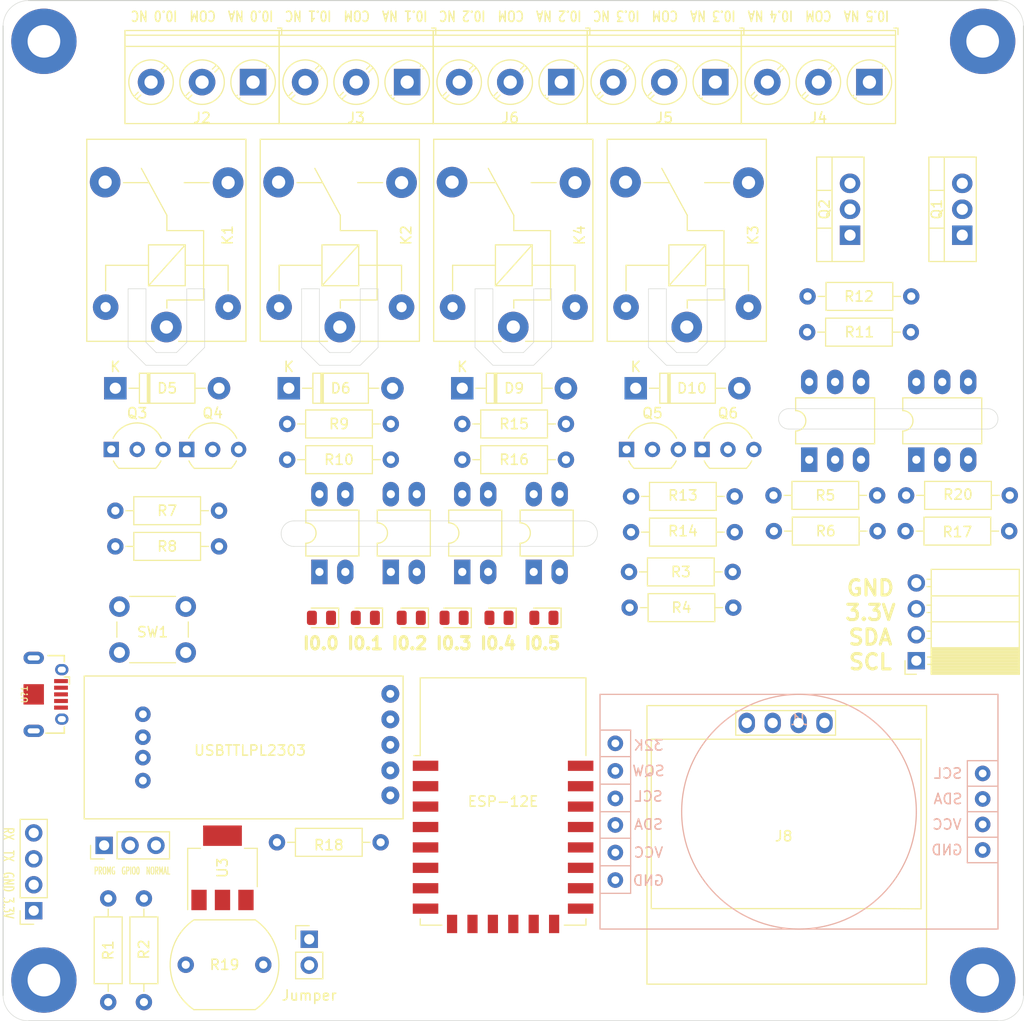
<source format=kicad_pcb>
(kicad_pcb (version 20171130) (host pcbnew "(5.1.4)-1")

  (general
    (thickness 1.6)
    (drawings 74)
    (tracks 0)
    (zones 0)
    (modules 66)
    (nets 85)
  )

  (page A4)
  (layers
    (0 F.Cu signal)
    (31 B.Cu signal)
    (32 B.Adhes user)
    (33 F.Adhes user)
    (34 B.Paste user)
    (35 F.Paste user)
    (36 B.SilkS user)
    (37 F.SilkS user)
    (38 B.Mask user)
    (39 F.Mask user)
    (40 Dwgs.User user)
    (41 Cmts.User user)
    (42 Eco1.User user)
    (43 Eco2.User user)
    (44 Edge.Cuts user)
    (45 Margin user)
    (46 B.CrtYd user hide)
    (47 F.CrtYd user)
    (48 B.Fab user hide)
    (49 F.Fab user hide)
  )

  (setup
    (last_trace_width 0.5)
    (trace_clearance 0.2)
    (zone_clearance 0.7)
    (zone_45_only yes)
    (trace_min 0.2)
    (via_size 0.8)
    (via_drill 0.4)
    (via_min_size 0.4)
    (via_min_drill 0.3)
    (uvia_size 0.3)
    (uvia_drill 0.1)
    (uvias_allowed no)
    (uvia_min_size 0.2)
    (uvia_min_drill 0.1)
    (edge_width 0.05)
    (segment_width 0.2)
    (pcb_text_width 0.3)
    (pcb_text_size 1.5 1.5)
    (mod_edge_width 0.12)
    (mod_text_size 1 1)
    (mod_text_width 0.15)
    (pad_size 1.524 1.524)
    (pad_drill 0.762)
    (pad_to_mask_clearance 0.051)
    (solder_mask_min_width 0.25)
    (aux_axis_origin 0 0)
    (visible_elements 7FFFF7FF)
    (pcbplotparams
      (layerselection 0x010fc_ffffffff)
      (usegerberextensions false)
      (usegerberattributes false)
      (usegerberadvancedattributes false)
      (creategerberjobfile false)
      (excludeedgelayer true)
      (linewidth 0.100000)
      (plotframeref false)
      (viasonmask false)
      (mode 1)
      (useauxorigin false)
      (hpglpennumber 1)
      (hpglpenspeed 20)
      (hpglpendiameter 15.000000)
      (psnegative false)
      (psa4output false)
      (plotreference true)
      (plotvalue true)
      (plotinvisibletext false)
      (padsonsilk false)
      (subtractmaskfromsilk false)
      (outputformat 1)
      (mirror false)
      (drillshape 0)
      (scaleselection 1)
      (outputdirectory "Archivos Gerbers/"))
  )

  (net 0 "")
  (net 1 "Net-(D1-Pad2)")
  (net 2 GND)
  (net 3 "Net-(D2-Pad2)")
  (net 4 "Net-(D3-Pad2)")
  (net 5 "Net-(D4-Pad2)")
  (net 6 "Net-(D5-Pad2)")
  (net 7 +5V)
  (net 8 "Net-(D6-Pad2)")
  (net 9 "Net-(D7-Pad2)")
  (net 10 "Net-(D8-Pad2)")
  (net 11 "Net-(D9-Pad2)")
  (net 12 "Net-(D10-Pad2)")
  (net 13 "Net-(J2-Pad3)")
  (net 14 "Net-(J2-Pad2)")
  (net 15 "Net-(J2-Pad1)")
  (net 16 "Net-(J3-Pad3)")
  (net 17 "Net-(J3-Pad2)")
  (net 18 "Net-(J3-Pad1)")
  (net 19 "Net-(J4-Pad3)")
  (net 20 "Net-(J4-Pad2)")
  (net 21 "Net-(J4-Pad1)")
  (net 22 "Net-(J5-Pad3)")
  (net 23 "Net-(J5-Pad2)")
  (net 24 "Net-(J5-Pad1)")
  (net 25 "Net-(J6-Pad3)")
  (net 26 "Net-(J6-Pad2)")
  (net 27 "Net-(J6-Pad1)")
  (net 28 "Net-(JP1-Pad3)")
  (net 29 /GPIO0)
  (net 30 "Net-(Q1-Pad3)")
  (net 31 "Net-(Q2-Pad3)")
  (net 32 "Net-(Q3-Pad2)")
  (net 33 "Net-(Q4-Pad2)")
  (net 34 "Net-(Q5-Pad2)")
  (net 35 "Net-(Q6-Pad2)")
  (net 36 "Net-(R1-Pad2)")
  (net 37 +3V3)
  (net 38 "Net-(R3-Pad2)")
  (net 39 "Net-(R4-Pad1)")
  (net 40 /I0.4)
  (net 41 "Net-(R5-Pad1)")
  (net 42 /I0.5)
  (net 43 "Net-(R6-Pad1)")
  (net 44 "Net-(R7-Pad1)")
  (net 45 "Net-(R8-Pad1)")
  (net 46 "Net-(R9-Pad2)")
  (net 47 "Net-(R10-Pad2)")
  (net 48 "Net-(R11-Pad2)")
  (net 49 "Net-(R12-Pad2)")
  (net 50 "Net-(R13-Pad1)")
  (net 51 "Net-(R14-Pad1)")
  (net 52 "Net-(R15-Pad2)")
  (net 53 "Net-(R16-Pad2)")
  (net 54 "Net-(U1-Pad5)")
  (net 55 "Net-(U1-Pad6)")
  (net 56 /RXD)
  (net 57 "Net-(U1-Pad9)")
  (net 58 /TXD)
  (net 59 /I0.1)
  (net 60 /I0.0)
  (net 61 "Net-(U2-Pad14)")
  (net 62 "Net-(U2-Pad13)")
  (net 63 "Net-(U2-Pad10)")
  (net 64 "Net-(U2-Pad9)")
  (net 65 /I0.3)
  (net 66 /I0.2)
  (net 67 "Net-(U2-Pad1)")
  (net 68 "Net-(U6-Pad3)")
  (net 69 "Net-(U6-Pad5)")
  (net 70 "Net-(U7-Pad3)")
  (net 71 "Net-(U7-Pad5)")
  (net 72 "Net-(U1-Pad3)")
  (net 73 "Net-(U1-Pad2)")
  (net 74 "Net-(U?1-Pad4)")
  (net 75 /SCL)
  (net 76 /SDA)
  (net 77 /ADC1)
  (net 78 "Net-(JP2-Pad1)")
  (net 79 "Net-(J1-Pad10)")
  (net 80 "Net-(J1-Pad9)")
  (net 81 "Net-(J1-Pad8)")
  (net 82 "Net-(J1-Pad7)")
  (net 83 "Net-(J1-Pad6)")
  (net 84 "Net-(J1-Pad5)")

  (net_class Default "Esta es la clase de red por defecto."
    (clearance 0.2)
    (trace_width 0.5)
    (via_dia 0.8)
    (via_drill 0.4)
    (uvia_dia 0.3)
    (uvia_drill 0.1)
    (add_net +3V3)
    (add_net +5V)
    (add_net /ADC1)
    (add_net /GPIO0)
    (add_net /I0.0)
    (add_net /I0.1)
    (add_net /I0.2)
    (add_net /I0.3)
    (add_net /I0.4)
    (add_net /I0.5)
    (add_net /RXD)
    (add_net /SCL)
    (add_net /SDA)
    (add_net /TXD)
    (add_net GND)
    (add_net "Net-(D1-Pad2)")
    (add_net "Net-(D10-Pad2)")
    (add_net "Net-(D2-Pad2)")
    (add_net "Net-(D3-Pad2)")
    (add_net "Net-(D4-Pad2)")
    (add_net "Net-(D5-Pad2)")
    (add_net "Net-(D6-Pad2)")
    (add_net "Net-(D7-Pad2)")
    (add_net "Net-(D8-Pad2)")
    (add_net "Net-(D9-Pad2)")
    (add_net "Net-(J1-Pad10)")
    (add_net "Net-(J1-Pad5)")
    (add_net "Net-(J1-Pad6)")
    (add_net "Net-(J1-Pad7)")
    (add_net "Net-(J1-Pad8)")
    (add_net "Net-(J1-Pad9)")
    (add_net "Net-(JP1-Pad3)")
    (add_net "Net-(JP2-Pad1)")
    (add_net "Net-(Q1-Pad3)")
    (add_net "Net-(Q2-Pad3)")
    (add_net "Net-(Q3-Pad2)")
    (add_net "Net-(Q4-Pad2)")
    (add_net "Net-(Q5-Pad2)")
    (add_net "Net-(Q6-Pad2)")
    (add_net "Net-(R1-Pad2)")
    (add_net "Net-(R10-Pad2)")
    (add_net "Net-(R11-Pad2)")
    (add_net "Net-(R12-Pad2)")
    (add_net "Net-(R13-Pad1)")
    (add_net "Net-(R14-Pad1)")
    (add_net "Net-(R15-Pad2)")
    (add_net "Net-(R16-Pad2)")
    (add_net "Net-(R3-Pad2)")
    (add_net "Net-(R4-Pad1)")
    (add_net "Net-(R5-Pad1)")
    (add_net "Net-(R6-Pad1)")
    (add_net "Net-(R7-Pad1)")
    (add_net "Net-(R8-Pad1)")
    (add_net "Net-(R9-Pad2)")
    (add_net "Net-(U1-Pad2)")
    (add_net "Net-(U1-Pad3)")
    (add_net "Net-(U1-Pad5)")
    (add_net "Net-(U1-Pad6)")
    (add_net "Net-(U1-Pad9)")
    (add_net "Net-(U2-Pad1)")
    (add_net "Net-(U2-Pad10)")
    (add_net "Net-(U2-Pad13)")
    (add_net "Net-(U2-Pad14)")
    (add_net "Net-(U2-Pad9)")
    (add_net "Net-(U6-Pad3)")
    (add_net "Net-(U6-Pad5)")
    (add_net "Net-(U7-Pad3)")
    (add_net "Net-(U7-Pad5)")
    (add_net "Net-(U?1-Pad4)")
  )

  (net_class RELE ""
    (clearance 0.25)
    (trace_width 3)
    (via_dia 1.3)
    (via_drill 0.5)
    (uvia_dia 0.3)
    (uvia_drill 0.1)
    (add_net "Net-(J2-Pad1)")
    (add_net "Net-(J2-Pad2)")
    (add_net "Net-(J2-Pad3)")
    (add_net "Net-(J3-Pad1)")
    (add_net "Net-(J3-Pad2)")
    (add_net "Net-(J3-Pad3)")
    (add_net "Net-(J5-Pad1)")
    (add_net "Net-(J5-Pad2)")
    (add_net "Net-(J5-Pad3)")
    (add_net "Net-(J6-Pad1)")
    (add_net "Net-(J6-Pad2)")
    (add_net "Net-(J6-Pad3)")
  )

  (net_class TRIAC ""
    (clearance 0.2)
    (trace_width 2)
    (via_dia 0.8)
    (via_drill 0.4)
    (uvia_dia 0.3)
    (uvia_drill 0.1)
    (add_net "Net-(J4-Pad1)")
    (add_net "Net-(J4-Pad2)")
    (add_net "Net-(J4-Pad3)")
  )

  (module LED_SMD:LED_0805_2012Metric (layer F.Cu) (tedit 5B36C52C) (tstamp 611451D5)
    (at 134.2 110.5 180)
    (descr "LED SMD 0805 (2012 Metric), square (rectangular) end terminal, IPC_7351 nominal, (Body size source: https://docs.google.com/spreadsheets/d/1BsfQQcO9C6DZCsRaXUlFlo91Tg2WpOkGARC1WS5S8t0/edit?usp=sharing), generated with kicad-footprint-generator")
    (tags diode)
    (path /6111B049)
    (attr smd)
    (fp_text reference D8 (at 0 -1.65) (layer F.Fab)
      (effects (font (size 1 1) (thickness 0.15)))
    )
    (fp_text value I0.3 (at 0 1.65) (layer F.Fab)
      (effects (font (size 1 1) (thickness 0.15)))
    )
    (fp_text user %R (at 0 0) (layer F.Fab)
      (effects (font (size 0.5 0.5) (thickness 0.08)))
    )
    (fp_line (start 1.68 0.95) (end -1.68 0.95) (layer F.CrtYd) (width 0.05))
    (fp_line (start 1.68 -0.95) (end 1.68 0.95) (layer F.CrtYd) (width 0.05))
    (fp_line (start -1.68 -0.95) (end 1.68 -0.95) (layer F.CrtYd) (width 0.05))
    (fp_line (start -1.68 0.95) (end -1.68 -0.95) (layer F.CrtYd) (width 0.05))
    (fp_line (start -1.685 0.96) (end 1 0.96) (layer F.SilkS) (width 0.12))
    (fp_line (start -1.685 -0.96) (end -1.685 0.96) (layer F.SilkS) (width 0.12))
    (fp_line (start 1 -0.96) (end -1.685 -0.96) (layer F.SilkS) (width 0.12))
    (fp_line (start 1 0.6) (end 1 -0.6) (layer F.Fab) (width 0.1))
    (fp_line (start -1 0.6) (end 1 0.6) (layer F.Fab) (width 0.1))
    (fp_line (start -1 -0.3) (end -1 0.6) (layer F.Fab) (width 0.1))
    (fp_line (start -0.7 -0.6) (end -1 -0.3) (layer F.Fab) (width 0.1))
    (fp_line (start 1 -0.6) (end -0.7 -0.6) (layer F.Fab) (width 0.1))
    (pad 2 smd roundrect (at 0.9375 0 180) (size 0.975 1.4) (layers F.Cu F.Paste F.Mask) (roundrect_rratio 0.25)
      (net 10 "Net-(D8-Pad2)"))
    (pad 1 smd roundrect (at -0.9375 0 180) (size 0.975 1.4) (layers F.Cu F.Paste F.Mask) (roundrect_rratio 0.25)
      (net 2 GND))
    (model ${KISYS3DMOD}/LED_SMD.3dshapes/LED_0805_2012Metric.wrl
      (at (xyz 0 0 0))
      (scale (xyz 1 1 1))
      (rotate (xyz 0 0 0))
    )
  )

  (module LED_SMD:LED_0805_2012Metric (layer F.Cu) (tedit 5B36C52C) (tstamp 611452D1)
    (at 130 110.5 180)
    (descr "LED SMD 0805 (2012 Metric), square (rectangular) end terminal, IPC_7351 nominal, (Body size source: https://docs.google.com/spreadsheets/d/1BsfQQcO9C6DZCsRaXUlFlo91Tg2WpOkGARC1WS5S8t0/edit?usp=sharing), generated with kicad-footprint-generator")
    (tags diode)
    (path /6111AFC6)
    (attr smd)
    (fp_text reference D7 (at 0 -1.65) (layer F.Fab)
      (effects (font (size 1 1) (thickness 0.15)))
    )
    (fp_text value I0.2 (at 0 1.65) (layer F.Fab)
      (effects (font (size 1 1) (thickness 0.15)))
    )
    (fp_text user %R (at 0 0) (layer F.Fab)
      (effects (font (size 0.5 0.5) (thickness 0.08)))
    )
    (fp_line (start 1.68 0.95) (end -1.68 0.95) (layer F.CrtYd) (width 0.05))
    (fp_line (start 1.68 -0.95) (end 1.68 0.95) (layer F.CrtYd) (width 0.05))
    (fp_line (start -1.68 -0.95) (end 1.68 -0.95) (layer F.CrtYd) (width 0.05))
    (fp_line (start -1.68 0.95) (end -1.68 -0.95) (layer F.CrtYd) (width 0.05))
    (fp_line (start -1.685 0.96) (end 1 0.96) (layer F.SilkS) (width 0.12))
    (fp_line (start -1.685 -0.96) (end -1.685 0.96) (layer F.SilkS) (width 0.12))
    (fp_line (start 1 -0.96) (end -1.685 -0.96) (layer F.SilkS) (width 0.12))
    (fp_line (start 1 0.6) (end 1 -0.6) (layer F.Fab) (width 0.1))
    (fp_line (start -1 0.6) (end 1 0.6) (layer F.Fab) (width 0.1))
    (fp_line (start -1 -0.3) (end -1 0.6) (layer F.Fab) (width 0.1))
    (fp_line (start -0.7 -0.6) (end -1 -0.3) (layer F.Fab) (width 0.1))
    (fp_line (start 1 -0.6) (end -0.7 -0.6) (layer F.Fab) (width 0.1))
    (pad 2 smd roundrect (at 0.9375 0 180) (size 0.975 1.4) (layers F.Cu F.Paste F.Mask) (roundrect_rratio 0.25)
      (net 9 "Net-(D7-Pad2)"))
    (pad 1 smd roundrect (at -0.9375 0 180) (size 0.975 1.4) (layers F.Cu F.Paste F.Mask) (roundrect_rratio 0.25)
      (net 2 GND))
    (model ${KISYS3DMOD}/LED_SMD.3dshapes/LED_0805_2012Metric.wrl
      (at (xyz 0 0 0))
      (scale (xyz 1 1 1))
      (rotate (xyz 0 0 0))
    )
  )

  (module LED_SMD:LED_0805_2012Metric (layer F.Cu) (tedit 5B36C52C) (tstamp 61145241)
    (at 143 110.5 180)
    (descr "LED SMD 0805 (2012 Metric), square (rectangular) end terminal, IPC_7351 nominal, (Body size source: https://docs.google.com/spreadsheets/d/1BsfQQcO9C6DZCsRaXUlFlo91Tg2WpOkGARC1WS5S8t0/edit?usp=sharing), generated with kicad-footprint-generator")
    (tags diode)
    (path /61184545)
    (attr smd)
    (fp_text reference D4 (at 0 -1.65) (layer F.Fab)
      (effects (font (size 1 1) (thickness 0.15)))
    )
    (fp_text value I0.5 (at 0 1.65) (layer F.Fab)
      (effects (font (size 1 1) (thickness 0.15)))
    )
    (fp_text user %R (at 0 0) (layer F.Fab)
      (effects (font (size 0.5 0.5) (thickness 0.08)))
    )
    (fp_line (start 1.68 0.95) (end -1.68 0.95) (layer F.CrtYd) (width 0.05))
    (fp_line (start 1.68 -0.95) (end 1.68 0.95) (layer F.CrtYd) (width 0.05))
    (fp_line (start -1.68 -0.95) (end 1.68 -0.95) (layer F.CrtYd) (width 0.05))
    (fp_line (start -1.68 0.95) (end -1.68 -0.95) (layer F.CrtYd) (width 0.05))
    (fp_line (start -1.685 0.96) (end 1 0.96) (layer F.SilkS) (width 0.12))
    (fp_line (start -1.685 -0.96) (end -1.685 0.96) (layer F.SilkS) (width 0.12))
    (fp_line (start 1 -0.96) (end -1.685 -0.96) (layer F.SilkS) (width 0.12))
    (fp_line (start 1 0.6) (end 1 -0.6) (layer F.Fab) (width 0.1))
    (fp_line (start -1 0.6) (end 1 0.6) (layer F.Fab) (width 0.1))
    (fp_line (start -1 -0.3) (end -1 0.6) (layer F.Fab) (width 0.1))
    (fp_line (start -0.7 -0.6) (end -1 -0.3) (layer F.Fab) (width 0.1))
    (fp_line (start 1 -0.6) (end -0.7 -0.6) (layer F.Fab) (width 0.1))
    (pad 2 smd roundrect (at 0.9375 0 180) (size 0.975 1.4) (layers F.Cu F.Paste F.Mask) (roundrect_rratio 0.25)
      (net 5 "Net-(D4-Pad2)"))
    (pad 1 smd roundrect (at -0.9375 0 180) (size 0.975 1.4) (layers F.Cu F.Paste F.Mask) (roundrect_rratio 0.25)
      (net 2 GND))
    (model ${KISYS3DMOD}/LED_SMD.3dshapes/LED_0805_2012Metric.wrl
      (at (xyz 0 0 0))
      (scale (xyz 1 1 1))
      (rotate (xyz 0 0 0))
    )
  )

  (module LED_SMD:LED_0805_2012Metric (layer F.Cu) (tedit 5B36C52C) (tstamp 6114520B)
    (at 138.6 110.5 180)
    (descr "LED SMD 0805 (2012 Metric), square (rectangular) end terminal, IPC_7351 nominal, (Body size source: https://docs.google.com/spreadsheets/d/1BsfQQcO9C6DZCsRaXUlFlo91Tg2WpOkGARC1WS5S8t0/edit?usp=sharing), generated with kicad-footprint-generator")
    (tags diode)
    (path /6116FCD9)
    (attr smd)
    (fp_text reference D3 (at 0 -1.65) (layer F.Fab)
      (effects (font (size 1 1) (thickness 0.15)))
    )
    (fp_text value I0.4 (at 0 1.65) (layer F.Fab)
      (effects (font (size 1 1) (thickness 0.15)))
    )
    (fp_text user %R (at 0 0) (layer F.Fab)
      (effects (font (size 0.5 0.5) (thickness 0.08)))
    )
    (fp_line (start 1.68 0.95) (end -1.68 0.95) (layer F.CrtYd) (width 0.05))
    (fp_line (start 1.68 -0.95) (end 1.68 0.95) (layer F.CrtYd) (width 0.05))
    (fp_line (start -1.68 -0.95) (end 1.68 -0.95) (layer F.CrtYd) (width 0.05))
    (fp_line (start -1.68 0.95) (end -1.68 -0.95) (layer F.CrtYd) (width 0.05))
    (fp_line (start -1.685 0.96) (end 1 0.96) (layer F.SilkS) (width 0.12))
    (fp_line (start -1.685 -0.96) (end -1.685 0.96) (layer F.SilkS) (width 0.12))
    (fp_line (start 1 -0.96) (end -1.685 -0.96) (layer F.SilkS) (width 0.12))
    (fp_line (start 1 0.6) (end 1 -0.6) (layer F.Fab) (width 0.1))
    (fp_line (start -1 0.6) (end 1 0.6) (layer F.Fab) (width 0.1))
    (fp_line (start -1 -0.3) (end -1 0.6) (layer F.Fab) (width 0.1))
    (fp_line (start -0.7 -0.6) (end -1 -0.3) (layer F.Fab) (width 0.1))
    (fp_line (start 1 -0.6) (end -0.7 -0.6) (layer F.Fab) (width 0.1))
    (pad 2 smd roundrect (at 0.9375 0 180) (size 0.975 1.4) (layers F.Cu F.Paste F.Mask) (roundrect_rratio 0.25)
      (net 4 "Net-(D3-Pad2)"))
    (pad 1 smd roundrect (at -0.9375 0 180) (size 0.975 1.4) (layers F.Cu F.Paste F.Mask) (roundrect_rratio 0.25)
      (net 2 GND))
    (model ${KISYS3DMOD}/LED_SMD.3dshapes/LED_0805_2012Metric.wrl
      (at (xyz 0 0 0))
      (scale (xyz 1 1 1))
      (rotate (xyz 0 0 0))
    )
  )

  (module LED_SMD:LED_0805_2012Metric (layer F.Cu) (tedit 5B36C52C) (tstamp 61145145)
    (at 125.5 110.5 180)
    (descr "LED SMD 0805 (2012 Metric), square (rectangular) end terminal, IPC_7351 nominal, (Body size source: https://docs.google.com/spreadsheets/d/1BsfQQcO9C6DZCsRaXUlFlo91Tg2WpOkGARC1WS5S8t0/edit?usp=sharing), generated with kicad-footprint-generator")
    (tags diode)
    (path /61110F6B)
    (attr smd)
    (fp_text reference D2 (at 0 -1.65) (layer F.Fab)
      (effects (font (size 1 1) (thickness 0.15)))
    )
    (fp_text value I0.1 (at 0 1.65) (layer F.Fab)
      (effects (font (size 1 1) (thickness 0.15)))
    )
    (fp_text user %R (at 0 0) (layer F.Fab)
      (effects (font (size 0.5 0.5) (thickness 0.08)))
    )
    (fp_line (start 1.68 0.95) (end -1.68 0.95) (layer F.CrtYd) (width 0.05))
    (fp_line (start 1.68 -0.95) (end 1.68 0.95) (layer F.CrtYd) (width 0.05))
    (fp_line (start -1.68 -0.95) (end 1.68 -0.95) (layer F.CrtYd) (width 0.05))
    (fp_line (start -1.68 0.95) (end -1.68 -0.95) (layer F.CrtYd) (width 0.05))
    (fp_line (start -1.685 0.96) (end 1 0.96) (layer F.SilkS) (width 0.12))
    (fp_line (start -1.685 -0.96) (end -1.685 0.96) (layer F.SilkS) (width 0.12))
    (fp_line (start 1 -0.96) (end -1.685 -0.96) (layer F.SilkS) (width 0.12))
    (fp_line (start 1 0.6) (end 1 -0.6) (layer F.Fab) (width 0.1))
    (fp_line (start -1 0.6) (end 1 0.6) (layer F.Fab) (width 0.1))
    (fp_line (start -1 -0.3) (end -1 0.6) (layer F.Fab) (width 0.1))
    (fp_line (start -0.7 -0.6) (end -1 -0.3) (layer F.Fab) (width 0.1))
    (fp_line (start 1 -0.6) (end -0.7 -0.6) (layer F.Fab) (width 0.1))
    (pad 2 smd roundrect (at 0.9375 0 180) (size 0.975 1.4) (layers F.Cu F.Paste F.Mask) (roundrect_rratio 0.25)
      (net 3 "Net-(D2-Pad2)"))
    (pad 1 smd roundrect (at -0.9375 0 180) (size 0.975 1.4) (layers F.Cu F.Paste F.Mask) (roundrect_rratio 0.25)
      (net 2 GND))
    (model ${KISYS3DMOD}/LED_SMD.3dshapes/LED_0805_2012Metric.wrl
      (at (xyz 0 0 0))
      (scale (xyz 1 1 1))
      (rotate (xyz 0 0 0))
    )
  )

  (module LED_SMD:LED_0805_2012Metric (layer F.Cu) (tedit 5B36C52C) (tstamp 6114510F)
    (at 121.2 110.5 180)
    (descr "LED SMD 0805 (2012 Metric), square (rectangular) end terminal, IPC_7351 nominal, (Body size source: https://docs.google.com/spreadsheets/d/1BsfQQcO9C6DZCsRaXUlFlo91Tg2WpOkGARC1WS5S8t0/edit?usp=sharing), generated with kicad-footprint-generator")
    (tags diode)
    (path /610FF715)
    (attr smd)
    (fp_text reference D1 (at 0 -2) (layer F.Fab)
      (effects (font (size 1 1) (thickness 0.15)))
    )
    (fp_text value I0.0 (at 0 1.65) (layer F.Fab)
      (effects (font (size 1 1) (thickness 0.15)))
    )
    (fp_text user %R (at 0 0) (layer F.Fab)
      (effects (font (size 0.5 0.5) (thickness 0.08)))
    )
    (fp_line (start 1.68 0.95) (end -1.68 0.95) (layer F.CrtYd) (width 0.05))
    (fp_line (start 1.68 -0.95) (end 1.68 0.95) (layer F.CrtYd) (width 0.05))
    (fp_line (start -1.68 -0.95) (end 1.68 -0.95) (layer F.CrtYd) (width 0.05))
    (fp_line (start -1.68 0.95) (end -1.68 -0.95) (layer F.CrtYd) (width 0.05))
    (fp_line (start -1.685 0.96) (end 1 0.96) (layer F.SilkS) (width 0.12))
    (fp_line (start -1.685 -0.96) (end -1.685 0.96) (layer F.SilkS) (width 0.12))
    (fp_line (start 1 -0.96) (end -1.685 -0.96) (layer F.SilkS) (width 0.12))
    (fp_line (start 1 0.6) (end 1 -0.6) (layer F.Fab) (width 0.1))
    (fp_line (start -1 0.6) (end 1 0.6) (layer F.Fab) (width 0.1))
    (fp_line (start -1 -0.3) (end -1 0.6) (layer F.Fab) (width 0.1))
    (fp_line (start -0.7 -0.6) (end -1 -0.3) (layer F.Fab) (width 0.1))
    (fp_line (start 1 -0.6) (end -0.7 -0.6) (layer F.Fab) (width 0.1))
    (pad 2 smd roundrect (at 0.9375 0 180) (size 0.975 1.4) (layers F.Cu F.Paste F.Mask) (roundrect_rratio 0.25)
      (net 1 "Net-(D1-Pad2)"))
    (pad 1 smd roundrect (at -0.9375 0 180) (size 0.975 1.4) (layers F.Cu F.Paste F.Mask) (roundrect_rratio 0.25)
      (net 2 GND))
    (model ${KISYS3DMOD}/LED_SMD.3dshapes/LED_0805_2012Metric.wrl
      (at (xyz 0 0 0))
      (scale (xyz 1 1 1))
      (rotate (xyz 0 0 0))
    )
  )

  (module Connector_PinSocket_2.54mm:PinSocket_1x04_P2.54mm_Horizontal (layer F.Cu) (tedit 5A19A424) (tstamp 6115B7CA)
    (at 179.5 114.7 180)
    (descr "Through hole angled socket strip, 1x04, 2.54mm pitch, 8.51mm socket length, single row (from Kicad 4.0.7), script generated")
    (tags "Through hole angled socket strip THT 1x04 2.54mm single row")
    (path /6154E6EB)
    (fp_text reference J9 (at -4.38 -2.77) (layer F.Fab)
      (effects (font (size 1 1) (thickness 0.15)))
    )
    (fp_text value "PANTALLA LCD I2C" (at -4.38 10.39) (layer F.Fab)
      (effects (font (size 1 1) (thickness 0.15)))
    )
    (fp_text user %R (at -5.775 3.81 90) (layer F.Fab)
      (effects (font (size 1 1) (thickness 0.15)))
    )
    (fp_line (start 1.75 9.45) (end 1.75 -1.75) (layer F.CrtYd) (width 0.05))
    (fp_line (start -10.55 9.45) (end 1.75 9.45) (layer F.CrtYd) (width 0.05))
    (fp_line (start -10.55 -1.75) (end -10.55 9.45) (layer F.CrtYd) (width 0.05))
    (fp_line (start 1.75 -1.75) (end -10.55 -1.75) (layer F.CrtYd) (width 0.05))
    (fp_line (start 0 -1.33) (end 1.11 -1.33) (layer F.SilkS) (width 0.12))
    (fp_line (start 1.11 -1.33) (end 1.11 0) (layer F.SilkS) (width 0.12))
    (fp_line (start -10.09 -1.33) (end -10.09 8.95) (layer F.SilkS) (width 0.12))
    (fp_line (start -10.09 8.95) (end -1.46 8.95) (layer F.SilkS) (width 0.12))
    (fp_line (start -1.46 -1.33) (end -1.46 8.95) (layer F.SilkS) (width 0.12))
    (fp_line (start -10.09 -1.33) (end -1.46 -1.33) (layer F.SilkS) (width 0.12))
    (fp_line (start -10.09 6.35) (end -1.46 6.35) (layer F.SilkS) (width 0.12))
    (fp_line (start -10.09 3.81) (end -1.46 3.81) (layer F.SilkS) (width 0.12))
    (fp_line (start -10.09 1.27) (end -1.46 1.27) (layer F.SilkS) (width 0.12))
    (fp_line (start -1.46 7.98) (end -1.05 7.98) (layer F.SilkS) (width 0.12))
    (fp_line (start -1.46 7.26) (end -1.05 7.26) (layer F.SilkS) (width 0.12))
    (fp_line (start -1.46 5.44) (end -1.05 5.44) (layer F.SilkS) (width 0.12))
    (fp_line (start -1.46 4.72) (end -1.05 4.72) (layer F.SilkS) (width 0.12))
    (fp_line (start -1.46 2.9) (end -1.05 2.9) (layer F.SilkS) (width 0.12))
    (fp_line (start -1.46 2.18) (end -1.05 2.18) (layer F.SilkS) (width 0.12))
    (fp_line (start -1.46 0.36) (end -1.11 0.36) (layer F.SilkS) (width 0.12))
    (fp_line (start -1.46 -0.36) (end -1.11 -0.36) (layer F.SilkS) (width 0.12))
    (fp_line (start -10.09 1.1519) (end -1.46 1.1519) (layer F.SilkS) (width 0.12))
    (fp_line (start -10.09 1.033805) (end -1.46 1.033805) (layer F.SilkS) (width 0.12))
    (fp_line (start -10.09 0.91571) (end -1.46 0.91571) (layer F.SilkS) (width 0.12))
    (fp_line (start -10.09 0.797615) (end -1.46 0.797615) (layer F.SilkS) (width 0.12))
    (fp_line (start -10.09 0.67952) (end -1.46 0.67952) (layer F.SilkS) (width 0.12))
    (fp_line (start -10.09 0.561425) (end -1.46 0.561425) (layer F.SilkS) (width 0.12))
    (fp_line (start -10.09 0.44333) (end -1.46 0.44333) (layer F.SilkS) (width 0.12))
    (fp_line (start -10.09 0.325235) (end -1.46 0.325235) (layer F.SilkS) (width 0.12))
    (fp_line (start -10.09 0.20714) (end -1.46 0.20714) (layer F.SilkS) (width 0.12))
    (fp_line (start -10.09 0.089045) (end -1.46 0.089045) (layer F.SilkS) (width 0.12))
    (fp_line (start -10.09 -0.02905) (end -1.46 -0.02905) (layer F.SilkS) (width 0.12))
    (fp_line (start -10.09 -0.147145) (end -1.46 -0.147145) (layer F.SilkS) (width 0.12))
    (fp_line (start -10.09 -0.26524) (end -1.46 -0.26524) (layer F.SilkS) (width 0.12))
    (fp_line (start -10.09 -0.383335) (end -1.46 -0.383335) (layer F.SilkS) (width 0.12))
    (fp_line (start -10.09 -0.50143) (end -1.46 -0.50143) (layer F.SilkS) (width 0.12))
    (fp_line (start -10.09 -0.619525) (end -1.46 -0.619525) (layer F.SilkS) (width 0.12))
    (fp_line (start -10.09 -0.73762) (end -1.46 -0.73762) (layer F.SilkS) (width 0.12))
    (fp_line (start -10.09 -0.855715) (end -1.46 -0.855715) (layer F.SilkS) (width 0.12))
    (fp_line (start -10.09 -0.97381) (end -1.46 -0.97381) (layer F.SilkS) (width 0.12))
    (fp_line (start -10.09 -1.091905) (end -1.46 -1.091905) (layer F.SilkS) (width 0.12))
    (fp_line (start -10.09 -1.21) (end -1.46 -1.21) (layer F.SilkS) (width 0.12))
    (fp_line (start 0 7.92) (end 0 7.32) (layer F.Fab) (width 0.1))
    (fp_line (start -1.52 7.92) (end 0 7.92) (layer F.Fab) (width 0.1))
    (fp_line (start 0 7.32) (end -1.52 7.32) (layer F.Fab) (width 0.1))
    (fp_line (start 0 5.38) (end 0 4.78) (layer F.Fab) (width 0.1))
    (fp_line (start -1.52 5.38) (end 0 5.38) (layer F.Fab) (width 0.1))
    (fp_line (start 0 4.78) (end -1.52 4.78) (layer F.Fab) (width 0.1))
    (fp_line (start 0 2.84) (end 0 2.24) (layer F.Fab) (width 0.1))
    (fp_line (start -1.52 2.84) (end 0 2.84) (layer F.Fab) (width 0.1))
    (fp_line (start 0 2.24) (end -1.52 2.24) (layer F.Fab) (width 0.1))
    (fp_line (start 0 0.3) (end 0 -0.3) (layer F.Fab) (width 0.1))
    (fp_line (start -1.52 0.3) (end 0 0.3) (layer F.Fab) (width 0.1))
    (fp_line (start 0 -0.3) (end -1.52 -0.3) (layer F.Fab) (width 0.1))
    (fp_line (start -10.03 8.89) (end -10.03 -1.27) (layer F.Fab) (width 0.1))
    (fp_line (start -1.52 8.89) (end -10.03 8.89) (layer F.Fab) (width 0.1))
    (fp_line (start -1.52 -0.3) (end -1.52 8.89) (layer F.Fab) (width 0.1))
    (fp_line (start -2.49 -1.27) (end -1.52 -0.3) (layer F.Fab) (width 0.1))
    (fp_line (start -10.03 -1.27) (end -2.49 -1.27) (layer F.Fab) (width 0.1))
    (pad 4 thru_hole oval (at 0 7.62 180) (size 1.7 1.7) (drill 1) (layers *.Cu *.Mask)
      (net 2 GND))
    (pad 3 thru_hole oval (at 0 5.08 180) (size 1.7 1.7) (drill 1) (layers *.Cu *.Mask)
      (net 37 +3V3))
    (pad 2 thru_hole oval (at 0 2.54 180) (size 1.7 1.7) (drill 1) (layers *.Cu *.Mask)
      (net 76 /SDA))
    (pad 1 thru_hole rect (at 0 0 180) (size 1.7 1.7) (drill 1) (layers *.Cu *.Mask)
      (net 75 /SCL))
    (model ${KISYS3DMOD}/Connector_PinSocket_2.54mm.3dshapes/PinSocket_1x04_P2.54mm_Horizontal.wrl
      (at (xyz 0 0 0))
      (scale (xyz 1 1 1))
      (rotate (xyz 0 0 0))
    )
  )

  (module BorneraTornillos:DS3231_Shield (layer B.Cu) (tedit 6114959F) (tstamp 6115943D)
    (at 168 118 180)
    (path /614B7F0E)
    (fp_text reference J1 (at 0 -2.5) (layer B.SilkS)
      (effects (font (size 1 1) (thickness 0.15)) (justify mirror))
    )
    (fp_text value "DS3231 RTC" (at 0 -13) (layer B.Fab)
      (effects (font (size 1 1) (thickness 0.15)) (justify mirror))
    )
    (fp_text user GND (at 14.75 -18.25) (layer B.SilkS)
      (effects (font (size 1 1) (thickness 0.15)) (justify mirror))
    )
    (fp_text user VCC (at 14.75 -15.5) (layer B.SilkS)
      (effects (font (size 1 1) (thickness 0.15)) (justify mirror))
    )
    (fp_text user SDA (at 14.75 -12.75) (layer B.SilkS)
      (effects (font (size 1 1) (thickness 0.15)) (justify mirror))
    )
    (fp_text user SCL (at 14.75 -10) (layer B.SilkS)
      (effects (font (size 1 1) (thickness 0.15)) (justify mirror))
    )
    (fp_text user SQW (at 14.75 -7.5) (layer B.SilkS)
      (effects (font (size 1 1) (thickness 0.15)) (justify mirror))
    )
    (fp_text user 32K (at 14.75 -5) (layer B.SilkS)
      (effects (font (size 1 1) (thickness 0.15)) (justify mirror))
    )
    (fp_line (start 19.5 -16.8) (end 16.5 -16.8) (layer B.SilkS) (width 0.12))
    (fp_line (start 19.5 -14.1) (end 16.5 -14.1) (layer B.SilkS) (width 0.12))
    (fp_line (start 19.5 -6.1) (end 16.5 -6.1) (layer B.SilkS) (width 0.12))
    (fp_line (start 19.5 -11.5) (end 16.5 -11.5) (layer B.SilkS) (width 0.12))
    (fp_line (start 19.5 -8.8) (end 16.5 -8.8) (layer B.SilkS) (width 0.12))
    (fp_line (start 16.5 -19.5) (end 19.5 -19.5) (layer B.SilkS) (width 0.12))
    (fp_line (start 16.5 -3.5) (end 16.5 -19.5) (layer B.SilkS) (width 0.12))
    (fp_line (start 19.5 -3.5) (end 16.5 -3.5) (layer B.SilkS) (width 0.12))
    (fp_circle (center 0 -11.5) (end 0 -23) (layer B.SilkS) (width 0.12))
    (fp_text user GND (at -14.5 -15.25) (layer B.SilkS)
      (effects (font (size 1 1) (thickness 0.15)) (justify mirror))
    )
    (fp_text user VCC (at -14.5 -12.75) (layer B.SilkS)
      (effects (font (size 1 1) (thickness 0.15)) (justify mirror))
    )
    (fp_text user SDA (at -14.6 -10.25) (layer B.SilkS)
      (effects (font (size 1 1) (thickness 0.15)) (justify mirror))
    )
    (fp_text user SCL (at -14.6 -7.75) (layer B.SilkS)
      (effects (font (size 1 1) (thickness 0.15)) (justify mirror))
    )
    (fp_line (start -19.5 -14) (end -16.5 -14) (layer B.SilkS) (width 0.12))
    (fp_line (start -19.5 -11.5) (end -16.5 -11.5) (layer B.SilkS) (width 0.12))
    (fp_line (start -19.5 -9) (end -16.5 -9) (layer B.SilkS) (width 0.12))
    (fp_line (start -16.5 -16.5) (end -19.5 -16.5) (layer B.SilkS) (width 0.12))
    (fp_line (start -16.5 -6.5) (end -16.5 -16.5) (layer B.SilkS) (width 0.12))
    (fp_line (start -19.5 -6.5) (end -16.5 -6.5) (layer B.SilkS) (width 0.12))
    (fp_line (start 19.5 0) (end -19.5 0) (layer B.SilkS) (width 0.12))
    (fp_line (start 19.5 -23) (end 19.5 0) (layer B.SilkS) (width 0.12))
    (fp_line (start -19.5 -23) (end 19.5 -23) (layer B.SilkS) (width 0.12))
    (fp_line (start -19.5 0) (end -19.5 -23) (layer B.SilkS) (width 0.12))
    (pad 10 thru_hole circle (at 18 -18.2 180) (size 1.524 1.524) (drill 0.762) (layers *.Cu *.Mask)
      (net 79 "Net-(J1-Pad10)"))
    (pad 9 thru_hole circle (at 18 -15.5 180) (size 1.524 1.524) (drill 0.762) (layers *.Cu *.Mask)
      (net 80 "Net-(J1-Pad9)"))
    (pad 8 thru_hole circle (at 18 -12.8 180) (size 1.524 1.524) (drill 0.762) (layers *.Cu *.Mask)
      (net 81 "Net-(J1-Pad8)"))
    (pad 7 thru_hole circle (at 18 -10.2 180) (size 1.524 1.524) (drill 0.762) (layers *.Cu *.Mask)
      (net 82 "Net-(J1-Pad7)"))
    (pad 6 thru_hole circle (at 18 -7.5 180) (size 1.524 1.524) (drill 0.762) (layers *.Cu *.Mask)
      (net 83 "Net-(J1-Pad6)"))
    (pad 5 thru_hole circle (at 18 -4.8 180) (size 1.524 1.524) (drill 0.762) (layers *.Cu *.Mask)
      (net 84 "Net-(J1-Pad5)"))
    (pad 4 thru_hole circle (at -18 -15.25 180) (size 1.524 1.524) (drill 0.762) (layers *.Cu *.Mask)
      (net 2 GND))
    (pad 3 thru_hole circle (at -18 -12.75 180) (size 1.524 1.524) (drill 0.762) (layers *.Cu *.Mask)
      (net 37 +3V3))
    (pad 2 thru_hole circle (at -18 -10.25 180) (size 1.524 1.524) (drill 0.762) (layers *.Cu *.Mask)
      (net 76 /SDA))
    (pad 1 thru_hole circle (at -18 -7.75 180) (size 1.524 1.524) (drill 0.762) (layers *.Cu *.Mask)
      (net 75 /SCL))
    (model "${KIPRJMOD}/Modelos 3d/DS3231 RTC.step"
      (offset (xyz 0 -11.5 5))
      (scale (xyz 1 1 1))
      (rotate (xyz 0 -180 0))
    )
  )

  (module Resistor_THT:R_Axial_DIN0207_L6.3mm_D2.5mm_P10.16mm_Horizontal (layer F.Cu) (tedit 5AE5139B) (tstamp 6115054E)
    (at 178.5 98.5)
    (descr "Resistor, Axial_DIN0207 series, Axial, Horizontal, pin pitch=10.16mm, 0.25W = 1/4W, length*diameter=6.3*2.5mm^2, http://cdn-reichelt.de/documents/datenblatt/B400/1_4W%23YAG.pdf")
    (tags "Resistor Axial_DIN0207 series Axial Horizontal pin pitch 10.16mm 0.25W = 1/4W length 6.3mm diameter 2.5mm")
    (path /6127028F)
    (fp_text reference R20 (at 5.08 -0.085001) (layer F.SilkS)
      (effects (font (size 1 1) (thickness 0.15)))
    )
    (fp_text value R (at 5.08 2.37) (layer F.Fab)
      (effects (font (size 1 1) (thickness 0.15)))
    )
    (fp_text user %R (at 5.08 0) (layer F.Fab)
      (effects (font (size 1 1) (thickness 0.15)))
    )
    (fp_line (start 11.21 -1.5) (end -1.05 -1.5) (layer F.CrtYd) (width 0.05))
    (fp_line (start 11.21 1.5) (end 11.21 -1.5) (layer F.CrtYd) (width 0.05))
    (fp_line (start -1.05 1.5) (end 11.21 1.5) (layer F.CrtYd) (width 0.05))
    (fp_line (start -1.05 -1.5) (end -1.05 1.5) (layer F.CrtYd) (width 0.05))
    (fp_line (start 9.12 0) (end 8.35 0) (layer F.SilkS) (width 0.12))
    (fp_line (start 1.04 0) (end 1.81 0) (layer F.SilkS) (width 0.12))
    (fp_line (start 8.35 -1.37) (end 1.81 -1.37) (layer F.SilkS) (width 0.12))
    (fp_line (start 8.35 1.37) (end 8.35 -1.37) (layer F.SilkS) (width 0.12))
    (fp_line (start 1.81 1.37) (end 8.35 1.37) (layer F.SilkS) (width 0.12))
    (fp_line (start 1.81 -1.37) (end 1.81 1.37) (layer F.SilkS) (width 0.12))
    (fp_line (start 10.16 0) (end 8.23 0) (layer F.Fab) (width 0.1))
    (fp_line (start 0 0) (end 1.93 0) (layer F.Fab) (width 0.1))
    (fp_line (start 8.23 -1.25) (end 1.93 -1.25) (layer F.Fab) (width 0.1))
    (fp_line (start 8.23 1.25) (end 8.23 -1.25) (layer F.Fab) (width 0.1))
    (fp_line (start 1.93 1.25) (end 8.23 1.25) (layer F.Fab) (width 0.1))
    (fp_line (start 1.93 -1.25) (end 1.93 1.25) (layer F.Fab) (width 0.1))
    (pad 2 thru_hole oval (at 10.16 0) (size 1.6 1.6) (drill 0.8) (layers *.Cu *.Mask)
      (net 75 /SCL))
    (pad 1 thru_hole circle (at 0 0) (size 1.6 1.6) (drill 0.8) (layers *.Cu *.Mask)
      (net 37 +3V3))
    (model ${KISYS3DMOD}/Resistor_THT.3dshapes/R_Axial_DIN0207_L6.3mm_D2.5mm_P10.16mm_Horizontal.wrl
      (at (xyz 0 0 0))
      (scale (xyz 1 1 1))
      (rotate (xyz 0 0 0))
    )
  )

  (module Resistor_THT:R_Axial_DIN0207_L6.3mm_D2.5mm_P10.16mm_Horizontal (layer F.Cu) (tedit 5AE5139B) (tstamp 611504F9)
    (at 127 132.5 180)
    (descr "Resistor, Axial_DIN0207 series, Axial, Horizontal, pin pitch=10.16mm, 0.25W = 1/4W, length*diameter=6.3*2.5mm^2, http://cdn-reichelt.de/documents/datenblatt/B400/1_4W%23YAG.pdf")
    (tags "Resistor Axial_DIN0207 series Axial Horizontal pin pitch 10.16mm 0.25W = 1/4W length 6.3mm diameter 2.5mm")
    (path /61180B1E)
    (fp_text reference R18 (at 5.08 -0.275001) (layer F.SilkS)
      (effects (font (size 1 1) (thickness 0.15)))
    )
    (fp_text value R (at 5.08 2.37) (layer F.Fab)
      (effects (font (size 1 1) (thickness 0.15)))
    )
    (fp_text user %R (at 5.08 0) (layer F.Fab)
      (effects (font (size 1 1) (thickness 0.15)))
    )
    (fp_line (start 11.21 -1.5) (end -1.05 -1.5) (layer F.CrtYd) (width 0.05))
    (fp_line (start 11.21 1.5) (end 11.21 -1.5) (layer F.CrtYd) (width 0.05))
    (fp_line (start -1.05 1.5) (end 11.21 1.5) (layer F.CrtYd) (width 0.05))
    (fp_line (start -1.05 -1.5) (end -1.05 1.5) (layer F.CrtYd) (width 0.05))
    (fp_line (start 9.12 0) (end 8.35 0) (layer F.SilkS) (width 0.12))
    (fp_line (start 1.04 0) (end 1.81 0) (layer F.SilkS) (width 0.12))
    (fp_line (start 8.35 -1.37) (end 1.81 -1.37) (layer F.SilkS) (width 0.12))
    (fp_line (start 8.35 1.37) (end 8.35 -1.37) (layer F.SilkS) (width 0.12))
    (fp_line (start 1.81 1.37) (end 8.35 1.37) (layer F.SilkS) (width 0.12))
    (fp_line (start 1.81 -1.37) (end 1.81 1.37) (layer F.SilkS) (width 0.12))
    (fp_line (start 10.16 0) (end 8.23 0) (layer F.Fab) (width 0.1))
    (fp_line (start 0 0) (end 1.93 0) (layer F.Fab) (width 0.1))
    (fp_line (start 8.23 -1.25) (end 1.93 -1.25) (layer F.Fab) (width 0.1))
    (fp_line (start 8.23 1.25) (end 8.23 -1.25) (layer F.Fab) (width 0.1))
    (fp_line (start 1.93 1.25) (end 8.23 1.25) (layer F.Fab) (width 0.1))
    (fp_line (start 1.93 -1.25) (end 1.93 1.25) (layer F.Fab) (width 0.1))
    (pad 2 thru_hole oval (at 10.16 0 180) (size 1.6 1.6) (drill 0.8) (layers *.Cu *.Mask)
      (net 78 "Net-(JP2-Pad1)"))
    (pad 1 thru_hole circle (at 0 0 180) (size 1.6 1.6) (drill 0.8) (layers *.Cu *.Mask)
      (net 37 +3V3))
    (model ${KISYS3DMOD}/Resistor_THT.3dshapes/R_Axial_DIN0207_L6.3mm_D2.5mm_P10.16mm_Horizontal.wrl
      (at (xyz 0 0 0))
      (scale (xyz 1 1 1))
      (rotate (xyz 0 0 0))
    )
  )

  (module Resistor_THT:R_Axial_DIN0207_L6.3mm_D2.5mm_P10.16mm_Horizontal (layer F.Cu) (tedit 5AE5139B) (tstamp 611504E2)
    (at 188.6 102 180)
    (descr "Resistor, Axial_DIN0207 series, Axial, Horizontal, pin pitch=10.16mm, 0.25W = 1/4W, length*diameter=6.3*2.5mm^2, http://cdn-reichelt.de/documents/datenblatt/B400/1_4W%23YAG.pdf")
    (tags "Resistor Axial_DIN0207 series Axial Horizontal pin pitch 10.16mm 0.25W = 1/4W length 6.3mm diameter 2.5mm")
    (path /61248565)
    (fp_text reference R17 (at 5.08 -0.085001) (layer F.SilkS)
      (effects (font (size 1 1) (thickness 0.15)))
    )
    (fp_text value R (at 5.08 2.37) (layer F.Fab)
      (effects (font (size 1 1) (thickness 0.15)))
    )
    (fp_text user %R (at 5.08 0) (layer F.Fab)
      (effects (font (size 1 1) (thickness 0.15)))
    )
    (fp_line (start 11.21 -1.5) (end -1.05 -1.5) (layer F.CrtYd) (width 0.05))
    (fp_line (start 11.21 1.5) (end 11.21 -1.5) (layer F.CrtYd) (width 0.05))
    (fp_line (start -1.05 1.5) (end 11.21 1.5) (layer F.CrtYd) (width 0.05))
    (fp_line (start -1.05 -1.5) (end -1.05 1.5) (layer F.CrtYd) (width 0.05))
    (fp_line (start 9.12 0) (end 8.35 0) (layer F.SilkS) (width 0.12))
    (fp_line (start 1.04 0) (end 1.81 0) (layer F.SilkS) (width 0.12))
    (fp_line (start 8.35 -1.37) (end 1.81 -1.37) (layer F.SilkS) (width 0.12))
    (fp_line (start 8.35 1.37) (end 8.35 -1.37) (layer F.SilkS) (width 0.12))
    (fp_line (start 1.81 1.37) (end 8.35 1.37) (layer F.SilkS) (width 0.12))
    (fp_line (start 1.81 -1.37) (end 1.81 1.37) (layer F.SilkS) (width 0.12))
    (fp_line (start 10.16 0) (end 8.23 0) (layer F.Fab) (width 0.1))
    (fp_line (start 0 0) (end 1.93 0) (layer F.Fab) (width 0.1))
    (fp_line (start 8.23 -1.25) (end 1.93 -1.25) (layer F.Fab) (width 0.1))
    (fp_line (start 8.23 1.25) (end 8.23 -1.25) (layer F.Fab) (width 0.1))
    (fp_line (start 1.93 1.25) (end 8.23 1.25) (layer F.Fab) (width 0.1))
    (fp_line (start 1.93 -1.25) (end 1.93 1.25) (layer F.Fab) (width 0.1))
    (pad 2 thru_hole oval (at 10.16 0 180) (size 1.6 1.6) (drill 0.8) (layers *.Cu *.Mask)
      (net 76 /SDA))
    (pad 1 thru_hole circle (at 0 0 180) (size 1.6 1.6) (drill 0.8) (layers *.Cu *.Mask)
      (net 37 +3V3))
    (model ${KISYS3DMOD}/Resistor_THT.3dshapes/R_Axial_DIN0207_L6.3mm_D2.5mm_P10.16mm_Horizontal.wrl
      (at (xyz 0 0 0))
      (scale (xyz 1 1 1))
      (rotate (xyz 0 0 0))
    )
  )

  (module OptoDevice:R_LDR_10x8.5mm_P7.6mm_Vertical (layer F.Cu) (tedit 5B860466) (tstamp 6114D5BA)
    (at 115.5 144.5 180)
    (descr "Resistor, LDR 10x8.5mm")
    (tags "Resistor LDR10.8.5mm")
    (path /6117FC03)
    (fp_text reference R19 (at 3.8 0) (layer F.SilkS)
      (effects (font (size 1 1) (thickness 0.15)))
    )
    (fp_text value LDR03 (at 3.7 5.2) (layer F.Fab)
      (effects (font (size 1 1) (thickness 0.15)))
    )
    (fp_arc (start 3.8 0) (end 0.8 4.25) (angle 109) (layer F.Fab) (width 0.1))
    (fp_arc (start 3.8 0) (end 6.8 -4.25) (angle 109) (layer F.Fab) (width 0.1))
    (fp_arc (start 3.8 0) (end 6.8 -4.4) (angle 111) (layer F.SilkS) (width 0.12))
    (fp_arc (start 3.8 0) (end 0.8 4.4) (angle 111) (layer F.SilkS) (width 0.12))
    (fp_line (start 9.25 4.5) (end -1.65 4.5) (layer F.CrtYd) (width 0.05))
    (fp_line (start 9.25 4.5) (end 9.25 -4.5) (layer F.CrtYd) (width 0.05))
    (fp_line (start -1.65 -4.5) (end -1.65 4.5) (layer F.CrtYd) (width 0.05))
    (fp_line (start -1.65 -4.5) (end 9.25 -4.5) (layer F.CrtYd) (width 0.05))
    (fp_line (start 0.8 -4.25) (end 6.8 -4.25) (layer F.Fab) (width 0.1))
    (fp_line (start 6.8 4.25) (end 0.8 4.25) (layer F.Fab) (width 0.1))
    (fp_line (start 2.9 1.8) (end 4.7 1.8) (layer F.Fab) (width 0.1))
    (fp_line (start 2.9 1.2) (end 2.9 1.8) (layer F.Fab) (width 0.1))
    (fp_line (start 4.7 1.2) (end 2.9 1.2) (layer F.Fab) (width 0.1))
    (fp_line (start 4.7 0.6) (end 4.7 1.2) (layer F.Fab) (width 0.1))
    (fp_line (start 2.9 0.6) (end 4.7 0.6) (layer F.Fab) (width 0.1))
    (fp_line (start 2.9 0) (end 2.9 0.6) (layer F.Fab) (width 0.1))
    (fp_line (start 4.7 0) (end 2.9 0) (layer F.Fab) (width 0.1))
    (fp_line (start 4.7 -0.6) (end 4.7 0) (layer F.Fab) (width 0.1))
    (fp_line (start 2.9 -0.6) (end 4.7 -0.6) (layer F.Fab) (width 0.1))
    (fp_line (start 2.9 -1.2) (end 2.9 -0.6) (layer F.Fab) (width 0.1))
    (fp_line (start 4.7 -1.2) (end 2.9 -1.2) (layer F.Fab) (width 0.1))
    (fp_line (start 4.7 -1.8) (end 4.7 -1.2) (layer F.Fab) (width 0.1))
    (fp_line (start 2.9 -1.8) (end 4.7 -1.8) (layer F.Fab) (width 0.1))
    (fp_line (start 0.8 -4.4) (end 6.8 -4.4) (layer F.SilkS) (width 0.12))
    (fp_line (start 0.8 4.4) (end 6.8 4.4) (layer F.SilkS) (width 0.12))
    (fp_text user %R (at 3.8 -2.5) (layer F.Fab)
      (effects (font (size 1 1) (thickness 0.15)))
    )
    (pad 2 thru_hole circle (at 7.6 0 180) (size 1.6 1.6) (drill 0.8) (layers *.Cu *.Mask)
      (net 2 GND))
    (pad 1 thru_hole circle (at 0 0 180) (size 1.6 1.6) (drill 0.8) (layers *.Cu *.Mask)
      (net 78 "Net-(JP2-Pad1)"))
    (model ${KISYS3DMOD}/OptoDevice.3dshapes/R_LDR_10x8.5mm_P7.6mm_Vertical.wrl
      (at (xyz 0 0 0))
      (scale (xyz 1 1 1))
      (rotate (xyz 0 0 0))
    )
  )

  (module Connector_PinHeader_2.54mm:PinHeader_1x02_P2.54mm_Vertical (layer F.Cu) (tedit 59FED5CC) (tstamp 6114D09E)
    (at 120 142)
    (descr "Through hole straight pin header, 1x02, 2.54mm pitch, single row")
    (tags "Through hole pin header THT 1x02 2.54mm single row")
    (path /611E2522)
    (fp_text reference JP2 (at 0 -2.33) (layer F.Fab)
      (effects (font (size 1 1) (thickness 0.15)))
    )
    (fp_text value Jumper (at 0 5.5) (layer F.SilkS)
      (effects (font (size 1 1) (thickness 0.15)))
    )
    (fp_text user %R (at 0 1.27 90) (layer F.Fab)
      (effects (font (size 1 1) (thickness 0.15)))
    )
    (fp_line (start 1.8 -1.8) (end -1.8 -1.8) (layer F.CrtYd) (width 0.05))
    (fp_line (start 1.8 4.35) (end 1.8 -1.8) (layer F.CrtYd) (width 0.05))
    (fp_line (start -1.8 4.35) (end 1.8 4.35) (layer F.CrtYd) (width 0.05))
    (fp_line (start -1.8 -1.8) (end -1.8 4.35) (layer F.CrtYd) (width 0.05))
    (fp_line (start -1.33 -1.33) (end 0 -1.33) (layer F.SilkS) (width 0.12))
    (fp_line (start -1.33 0) (end -1.33 -1.33) (layer F.SilkS) (width 0.12))
    (fp_line (start -1.33 1.27) (end 1.33 1.27) (layer F.SilkS) (width 0.12))
    (fp_line (start 1.33 1.27) (end 1.33 3.87) (layer F.SilkS) (width 0.12))
    (fp_line (start -1.33 1.27) (end -1.33 3.87) (layer F.SilkS) (width 0.12))
    (fp_line (start -1.33 3.87) (end 1.33 3.87) (layer F.SilkS) (width 0.12))
    (fp_line (start -1.27 -0.635) (end -0.635 -1.27) (layer F.Fab) (width 0.1))
    (fp_line (start -1.27 3.81) (end -1.27 -0.635) (layer F.Fab) (width 0.1))
    (fp_line (start 1.27 3.81) (end -1.27 3.81) (layer F.Fab) (width 0.1))
    (fp_line (start 1.27 -1.27) (end 1.27 3.81) (layer F.Fab) (width 0.1))
    (fp_line (start -0.635 -1.27) (end 1.27 -1.27) (layer F.Fab) (width 0.1))
    (pad 2 thru_hole oval (at 0 2.54) (size 1.7 1.7) (drill 1) (layers *.Cu *.Mask)
      (net 77 /ADC1))
    (pad 1 thru_hole rect (at 0 0) (size 1.7 1.7) (drill 1) (layers *.Cu *.Mask)
      (net 78 "Net-(JP2-Pad1)"))
    (model ${KISYS3DMOD}/Connector_PinHeader_2.54mm.3dshapes/PinHeader_1x02_P2.54mm_Vertical.wrl
      (at (xyz 0 0 0))
      (scale (xyz 1 1 1))
      (rotate (xyz 0 0 0))
    )
  )

  (module BorneraTornillos:128x64OLED (layer F.Cu) (tedit 5CF23EAC) (tstamp 6114D05C)
    (at 166.5 131.4)
    (path /6133398D)
    (fp_text reference J8 (at 0 0.5) (layer F.SilkS)
      (effects (font (size 1 1) (thickness 0.15)))
    )
    (fp_text value "PANTALLA OLED" (at -7.747 -7.62) (layer F.Fab)
      (effects (font (size 1 1) (thickness 0.15)))
    )
    (fp_line (start -13.4 -12.3) (end 14 -12.3) (layer F.SilkS) (width 0.12))
    (fp_line (start 14 -12.3) (end 14 15) (layer F.SilkS) (width 0.12))
    (fp_line (start 14 15) (end -13.4 15) (layer F.SilkS) (width 0.12))
    (fp_line (start -13.4 15) (end -13.4 -12.3) (layer F.SilkS) (width 0.12))
    (fp_line (start 10.122 7.595) (end -12.978 7.595) (layer F.SilkS) (width 0.12))
    (fp_line (start -12.978 7.595) (end -12.978 -9.005) (layer F.SilkS) (width 0.12))
    (fp_line (start -12.978 -9.005) (end 10.122 -9.005) (layer F.SilkS) (width 0.12))
    (fp_line (start -4.699 -11.811) (end 5.08 -11.811) (layer F.SilkS) (width 0.12))
    (fp_line (start 5.08 -11.811) (end 5.08 -9.398) (layer F.SilkS) (width 0.12))
    (fp_line (start 5.08 -9.398) (end -4.699 -9.398) (layer F.SilkS) (width 0.12))
    (fp_line (start -4.699 -11.811) (end -4.699 -9.398) (layer F.SilkS) (width 0.12))
    (fp_line (start 10.122 -9.005) (end 13.208 -9.005) (layer F.SilkS) (width 0.12))
    (fp_line (start 10.122 7.595) (end 13.462 7.62) (layer F.SilkS) (width 0.12))
    (fp_line (start 13.462 7.62) (end 13.462 -9.017) (layer F.SilkS) (width 0.12))
    (fp_line (start 13.462 -9.017) (end 13.208 -9.005) (layer F.SilkS) (width 0.12))
    (pad 2 thru_hole oval (at -1.08 -10.6 90) (size 2 1.6) (drill 1) (layers *.Cu *.Mask)
      (net 2 GND))
    (pad 1 thru_hole oval (at -3.62 -10.6 90) (size 2 1.6) (drill 1) (layers *.Cu *.Mask)
      (net 37 +3V3))
    (pad 3 thru_hole oval (at 1.46 -10.6 90) (size 2 1.6) (drill 1) (layers *.Cu *.Mask)
      (net 75 /SCL))
    (pad 4 thru_hole oval (at 4 -10.6 90) (size 2 1.6) (drill 1) (layers *.Cu *.Mask)
      (net 76 /SDA))
    (model "${KIPRJMOD}/Modelos 3d/OLED TFT 0.96 inch 64x128 monochrome.STEP"
      (offset (xyz 0 12 2))
      (scale (xyz 1 1 1))
      (rotate (xyz -90 0 0))
    )
  )

  (module MountingHole:MountingHole_3.2mm_M3_Pad (layer F.Cu) (tedit 56D1B4CB) (tstamp 6114288F)
    (at 94 146)
    (descr "Mounting Hole 3.2mm, M3")
    (tags "mounting hole 3.2mm m3")
    (attr virtual)
    (fp_text reference REF4 (at 0 -4.2) (layer F.Fab)
      (effects (font (size 1 1) (thickness 0.15)))
    )
    (fp_text value MountingHole_3.2mm_M3_Pad (at 0 4.2) (layer F.Fab)
      (effects (font (size 1 1) (thickness 0.15)))
    )
    (fp_text user %R (at 0.3 0) (layer F.Fab)
      (effects (font (size 1 1) (thickness 0.15)))
    )
    (fp_circle (center 0 0) (end 3.2 0) (layer Cmts.User) (width 0.15))
    (fp_circle (center 0 0) (end 3.45 0) (layer F.CrtYd) (width 0.05))
    (pad 1 thru_hole circle (at 0 0) (size 6.4 6.4) (drill 3.2) (layers *.Cu *.Mask))
  )

  (module MountingHole:MountingHole_3.2mm_M3_Pad (layer F.Cu) (tedit 56D1B4CB) (tstamp 6114288F)
    (at 94 54)
    (descr "Mounting Hole 3.2mm, M3")
    (tags "mounting hole 3.2mm m3")
    (attr virtual)
    (fp_text reference REF3 (at 0 -4.2) (layer F.Fab)
      (effects (font (size 1 1) (thickness 0.15)))
    )
    (fp_text value MountingHole_3.2mm_M3_Pad (at 0 4.2) (layer F.Fab)
      (effects (font (size 1 1) (thickness 0.15)))
    )
    (fp_text user %R (at 0.3 0) (layer F.Fab)
      (effects (font (size 1 1) (thickness 0.15)))
    )
    (fp_circle (center 0 0) (end 3.2 0) (layer Cmts.User) (width 0.15))
    (fp_circle (center 0 0) (end 3.45 0) (layer F.CrtYd) (width 0.05))
    (pad 1 thru_hole circle (at 0 0) (size 6.4 6.4) (drill 3.2) (layers *.Cu *.Mask))
  )

  (module MountingHole:MountingHole_3.2mm_M3_Pad (layer F.Cu) (tedit 56D1B4CB) (tstamp 6114288F)
    (at 186 54)
    (descr "Mounting Hole 3.2mm, M3")
    (tags "mounting hole 3.2mm m3")
    (attr virtual)
    (fp_text reference REF2 (at 0 -4.2) (layer F.Fab)
      (effects (font (size 1 1) (thickness 0.15)))
    )
    (fp_text value MountingHole_3.2mm_M3_Pad (at 0 4.2) (layer F.Fab)
      (effects (font (size 1 1) (thickness 0.15)))
    )
    (fp_text user %R (at 0.3 0) (layer F.Fab)
      (effects (font (size 1 1) (thickness 0.15)))
    )
    (fp_circle (center 0 0) (end 3.2 0) (layer Cmts.User) (width 0.15))
    (fp_circle (center 0 0) (end 3.45 0) (layer F.CrtYd) (width 0.05))
    (pad 1 thru_hole circle (at 0 0) (size 6.4 6.4) (drill 3.2) (layers *.Cu *.Mask))
  )

  (module MountingHole:MountingHole_3.2mm_M3_Pad (layer F.Cu) (tedit 56D1B4CB) (tstamp 6114287D)
    (at 186 146)
    (descr "Mounting Hole 3.2mm, M3")
    (tags "mounting hole 3.2mm m3")
    (attr virtual)
    (fp_text reference REF1 (at 0 -4.2) (layer F.Fab)
      (effects (font (size 1 1) (thickness 0.15)))
    )
    (fp_text value MountingHole_3.2mm_M3_Pad (at 0 4.2) (layer F.Fab)
      (effects (font (size 1 1) (thickness 0.15)))
    )
    (fp_circle (center 0 0) (end 3.45 0) (layer F.CrtYd) (width 0.05))
    (fp_circle (center 0 0) (end 3.2 0) (layer Cmts.User) (width 0.15))
    (fp_text user %R (at 0.3 0) (layer F.Fab)
      (effects (font (size 1 1) (thickness 0.15)))
    )
    (pad 1 thru_hole circle (at 0 0) (size 6.4 6.4) (drill 3.2) (layers *.Cu *.Mask))
  )

  (module BorneraTornillos:Conn_USBmicro-B_ebay-side_TH (layer F.Cu) (tedit 57D4CFB5) (tstamp 6113C1AE)
    (at 93 118 270)
    (path /611FC93D)
    (solder_mask_margin 0.05)
    (fp_text reference U?1 (at 0 0.9 90) (layer F.SilkS)
      (effects (font (size 0.6 0.6) (thickness 0.1)))
    )
    (fp_text value MicroUsbB (at 0 0 90) (layer F.Fab)
      (effects (font (size 0.6 0.5) (thickness 0.1)))
    )
    (fp_line (start 5 2.1) (end -5 2.1) (layer Cmts.User) (width 0.05))
    (fp_text user %R (at -1.5 -1.7 90) (layer Eco1.User)
      (effects (font (size 0.3 0.3) (thickness 0.03)))
    )
    (fp_line (start 3.7 -2.95) (end -3.7 -2.95) (layer F.Fab) (width 0.05))
    (fp_line (start -4.1 2.05) (end -3.7 2.05) (layer F.Fab) (width 0.05))
    (fp_line (start -4.1 2.55) (end -4.1 2.05) (layer F.Fab) (width 0.05))
    (fp_line (start 4.1 2.05) (end 3.7 2.05) (layer F.Fab) (width 0.05))
    (fp_line (start 4.1 2.55) (end 4.1 2.05) (layer F.Fab) (width 0.05))
    (fp_line (start -3.7 -2.95) (end -3.7 2.05) (layer F.Fab) (width 0.05))
    (fp_line (start -4.1 2.55) (end 4.1 2.55) (layer F.Fab) (width 0.05))
    (fp_line (start 3.7 2.05) (end 3.7 -2.95) (layer F.Fab) (width 0.05))
    (fp_line (start 2.8 -3.6) (end -2.8 -3.6) (layer F.CrtYd) (width 0.05))
    (fp_line (start 3.2 -3.2) (end 2.8 -3.6) (layer F.CrtYd) (width 0.05))
    (fp_line (start 4 -3.2) (end 3.2 -3.2) (layer F.CrtYd) (width 0.05))
    (fp_line (start 4 -1.2) (end 4 -3.2) (layer F.CrtYd) (width 0.05))
    (fp_line (start 4.4 -0.8) (end 4 -1.2) (layer F.CrtYd) (width 0.05))
    (fp_line (start 4.4 0.8) (end 4.4 -0.8) (layer F.CrtYd) (width 0.05))
    (fp_line (start 4 1.2) (end 4.4 0.8) (layer F.CrtYd) (width 0.05))
    (fp_line (start 4 1.6) (end 4 1.2) (layer F.CrtYd) (width 0.05))
    (fp_line (start 4.4 2) (end 4 1.6) (layer F.CrtYd) (width 0.05))
    (fp_line (start 4.4 2.8) (end 4.4 2) (layer F.CrtYd) (width 0.05))
    (fp_line (start -4.4 2.8) (end 4.4 2.8) (layer F.CrtYd) (width 0.05))
    (fp_line (start -4.4 2) (end -4.4 2.8) (layer F.CrtYd) (width 0.05))
    (fp_line (start -4 1.6) (end -4.4 2) (layer F.CrtYd) (width 0.05))
    (fp_line (start -4 1.2) (end -4 1.6) (layer F.CrtYd) (width 0.05))
    (fp_line (start -4.4 0.8) (end -4 1.2) (layer F.CrtYd) (width 0.05))
    (fp_line (start -4.4 -0.8) (end -4.4 0.8) (layer F.CrtYd) (width 0.05))
    (fp_line (start -4 -1.2) (end -4.4 -0.8) (layer F.CrtYd) (width 0.05))
    (fp_line (start -4 -3.2) (end -4 -1.2) (layer F.CrtYd) (width 0.05))
    (fp_line (start -3.2 -3.2) (end -4 -3.2) (layer F.CrtYd) (width 0.05))
    (fp_line (start -2.8 -3.6) (end -3.2 -3.2) (layer F.CrtYd) (width 0.05))
    (fp_line (start -3.8 -3) (end -3.2 -3) (layer F.SilkS) (width 0.15))
    (fp_line (start -3.8 -1.4) (end -3.8 -3) (layer F.SilkS) (width 0.15))
    (fp_line (start 3.8 -3) (end 3.2 -3) (layer F.SilkS) (width 0.15))
    (fp_line (start 3.8 -1.2) (end 3.8 -3) (layer F.SilkS) (width 0.15))
    (fp_line (start -1.7 -3.5) (end -1.7 -3) (layer F.SilkS) (width 0.15))
    (fp_line (start -1 -3.5) (end -1.7 -3.5) (layer F.SilkS) (width 0.15))
    (pad "" thru_hole oval (at 2.425 -2.75 270) (size 1.1 1.3) (drill oval 0.6 0.8) (layers *.Cu *.Mask))
    (pad "" thru_hole oval (at -2.425 -2.75 270) (size 1.1 1.3) (drill oval 0.6 0.8) (layers *.Cu *.Mask))
    (pad 5 smd rect (at 1.3 -2.675 270) (size 0.4 1.35) (layers F.Cu F.Paste F.Mask)
      (net 2 GND))
    (pad 4 smd rect (at 0.65 -2.675 270) (size 0.4 1.35) (layers F.Cu F.Paste F.Mask)
      (net 74 "Net-(U?1-Pad4)"))
    (pad 3 smd rect (at 0 -2.675 270) (size 0.4 1.35) (layers F.Cu F.Paste F.Mask)
      (net 73 "Net-(U1-Pad2)"))
    (pad 2 smd rect (at -0.65 -2.675 270) (size 0.4 1.35) (layers F.Cu F.Paste F.Mask)
      (net 72 "Net-(U1-Pad3)"))
    (pad 1 smd rect (at -1.3 -2.675 270) (size 0.4 1.35) (layers F.Cu F.Paste F.Mask)
      (net 7 +5V))
    (pad "" thru_hole oval (at 3.575 0 270) (size 1.2 2) (drill oval 0.5 1.2) (layers *.Cu *.Mask F.Paste))
    (pad "" smd rect (at 0 0 270) (size 2 2) (layers F.Cu F.Paste F.Mask))
    (pad "" thru_hole oval (at -3.575 0 270) (size 1.2 2) (drill oval 0.5 1.2) (layers *.Cu *.Mask F.Paste))
    (model "${KIPRJMOD}/Modelos 3d/Conn_USB-micro-2.0_socket_right-angle.step"
      (at (xyz 0 0 0))
      (scale (xyz 1 1 1))
      (rotate (xyz 0 0 -90))
    )
  )

  (module Package_TO_SOT_THT:TO-92_Inline_Wide (layer F.Cu) (tedit 5A02FF81) (tstamp 61145869)
    (at 158.5 94)
    (descr "TO-92 leads in-line, wide, drill 0.75mm (see NXP sot054_po.pdf)")
    (tags "to-92 sc-43 sc-43a sot54 PA33 transistor")
    (path /6111B05D)
    (fp_text reference Q6 (at 2.54 -3.56) (layer F.SilkS)
      (effects (font (size 1 1) (thickness 0.15)))
    )
    (fp_text value BC548 (at 2.54 2.79) (layer F.Fab)
      (effects (font (size 1 1) (thickness 0.15)))
    )
    (fp_arc (start 2.54 0) (end 4.34 1.85) (angle -20) (layer F.SilkS) (width 0.12))
    (fp_arc (start 2.54 0) (end 2.54 -2.48) (angle -135) (layer F.Fab) (width 0.1))
    (fp_arc (start 2.54 0) (end 2.54 -2.48) (angle 135) (layer F.Fab) (width 0.1))
    (fp_arc (start 2.54 0) (end 2.54 -2.6) (angle 65) (layer F.SilkS) (width 0.12))
    (fp_arc (start 2.54 0) (end 2.54 -2.6) (angle -65) (layer F.SilkS) (width 0.12))
    (fp_arc (start 2.54 0) (end 0.74 1.85) (angle 20) (layer F.SilkS) (width 0.12))
    (fp_line (start 6.09 2.01) (end -1.01 2.01) (layer F.CrtYd) (width 0.05))
    (fp_line (start 6.09 2.01) (end 6.09 -2.73) (layer F.CrtYd) (width 0.05))
    (fp_line (start -1.01 -2.73) (end -1.01 2.01) (layer F.CrtYd) (width 0.05))
    (fp_line (start -1.01 -2.73) (end 6.09 -2.73) (layer F.CrtYd) (width 0.05))
    (fp_line (start 0.8 1.75) (end 4.3 1.75) (layer F.Fab) (width 0.1))
    (fp_line (start 0.74 1.85) (end 4.34 1.85) (layer F.SilkS) (width 0.12))
    (fp_text user %R (at 2.54 -3.56) (layer F.Fab)
      (effects (font (size 1 1) (thickness 0.15)))
    )
    (pad 1 thru_hole rect (at 0 0 90) (size 1.5 1.5) (drill 0.8) (layers *.Cu *.Mask)
      (net 12 "Net-(D10-Pad2)"))
    (pad 3 thru_hole circle (at 5.08 0 90) (size 1.5 1.5) (drill 0.8) (layers *.Cu *.Mask)
      (net 2 GND))
    (pad 2 thru_hole circle (at 2.54 0 90) (size 1.5 1.5) (drill 0.8) (layers *.Cu *.Mask)
      (net 35 "Net-(Q6-Pad2)"))
    (model ${KISYS3DMOD}/Package_TO_SOT_THT.3dshapes/TO-92_Inline_Wide.wrl
      (at (xyz 0 0 0))
      (scale (xyz 1 1 1))
      (rotate (xyz 0 0 0))
    )
  )

  (module Package_TO_SOT_THT:TO-92_Inline_Wide (layer F.Cu) (tedit 5A02FF81) (tstamp 61145734)
    (at 151.1 94)
    (descr "TO-92 leads in-line, wide, drill 0.75mm (see NXP sot054_po.pdf)")
    (tags "to-92 sc-43 sc-43a sot54 PA33 transistor")
    (path /6111AFDA)
    (fp_text reference Q5 (at 2.54 -3.56) (layer F.SilkS)
      (effects (font (size 1 1) (thickness 0.15)))
    )
    (fp_text value BC548 (at 2.54 2.79) (layer F.Fab)
      (effects (font (size 1 1) (thickness 0.15)))
    )
    (fp_arc (start 2.54 0) (end 4.34 1.85) (angle -20) (layer F.SilkS) (width 0.12))
    (fp_arc (start 2.54 0) (end 2.54 -2.48) (angle -135) (layer F.Fab) (width 0.1))
    (fp_arc (start 2.54 0) (end 2.54 -2.48) (angle 135) (layer F.Fab) (width 0.1))
    (fp_arc (start 2.54 0) (end 2.54 -2.6) (angle 65) (layer F.SilkS) (width 0.12))
    (fp_arc (start 2.54 0) (end 2.54 -2.6) (angle -65) (layer F.SilkS) (width 0.12))
    (fp_arc (start 2.54 0) (end 0.74 1.85) (angle 20) (layer F.SilkS) (width 0.12))
    (fp_line (start 6.09 2.01) (end -1.01 2.01) (layer F.CrtYd) (width 0.05))
    (fp_line (start 6.09 2.01) (end 6.09 -2.73) (layer F.CrtYd) (width 0.05))
    (fp_line (start -1.01 -2.73) (end -1.01 2.01) (layer F.CrtYd) (width 0.05))
    (fp_line (start -1.01 -2.73) (end 6.09 -2.73) (layer F.CrtYd) (width 0.05))
    (fp_line (start 0.8 1.75) (end 4.3 1.75) (layer F.Fab) (width 0.1))
    (fp_line (start 0.74 1.85) (end 4.34 1.85) (layer F.SilkS) (width 0.12))
    (fp_text user %R (at 2.54 -3.56) (layer F.Fab)
      (effects (font (size 1 1) (thickness 0.15)))
    )
    (pad 1 thru_hole rect (at 0 0 90) (size 1.5 1.5) (drill 0.8) (layers *.Cu *.Mask)
      (net 11 "Net-(D9-Pad2)"))
    (pad 3 thru_hole circle (at 5.08 0 90) (size 1.5 1.5) (drill 0.8) (layers *.Cu *.Mask)
      (net 2 GND))
    (pad 2 thru_hole circle (at 2.54 0 90) (size 1.5 1.5) (drill 0.8) (layers *.Cu *.Mask)
      (net 34 "Net-(Q5-Pad2)"))
    (model ${KISYS3DMOD}/Package_TO_SOT_THT.3dshapes/TO-92_Inline_Wide.wrl
      (at (xyz 0 0 0))
      (scale (xyz 1 1 1))
      (rotate (xyz 0 0 0))
    )
  )

  (module Package_TO_SOT_THT:TO-92_Inline_Wide (layer F.Cu) (tedit 5A02FF81) (tstamp 6114576D)
    (at 108 94)
    (descr "TO-92 leads in-line, wide, drill 0.75mm (see NXP sot054_po.pdf)")
    (tags "to-92 sc-43 sc-43a sot54 PA33 transistor")
    (path /61110F7F)
    (fp_text reference Q4 (at 2.54 -3.56) (layer F.SilkS)
      (effects (font (size 1 1) (thickness 0.15)))
    )
    (fp_text value BC548 (at 2.54 2.79) (layer F.Fab)
      (effects (font (size 1 1) (thickness 0.15)))
    )
    (fp_arc (start 2.54 0) (end 4.34 1.85) (angle -20) (layer F.SilkS) (width 0.12))
    (fp_arc (start 2.54 0) (end 2.54 -2.48) (angle -135) (layer F.Fab) (width 0.1))
    (fp_arc (start 2.54 0) (end 2.54 -2.48) (angle 135) (layer F.Fab) (width 0.1))
    (fp_arc (start 2.54 0) (end 2.54 -2.6) (angle 65) (layer F.SilkS) (width 0.12))
    (fp_arc (start 2.54 0) (end 2.54 -2.6) (angle -65) (layer F.SilkS) (width 0.12))
    (fp_arc (start 2.54 0) (end 0.74 1.85) (angle 20) (layer F.SilkS) (width 0.12))
    (fp_line (start 6.09 2.01) (end -1.01 2.01) (layer F.CrtYd) (width 0.05))
    (fp_line (start 6.09 2.01) (end 6.09 -2.73) (layer F.CrtYd) (width 0.05))
    (fp_line (start -1.01 -2.73) (end -1.01 2.01) (layer F.CrtYd) (width 0.05))
    (fp_line (start -1.01 -2.73) (end 6.09 -2.73) (layer F.CrtYd) (width 0.05))
    (fp_line (start 0.8 1.75) (end 4.3 1.75) (layer F.Fab) (width 0.1))
    (fp_line (start 0.74 1.85) (end 4.34 1.85) (layer F.SilkS) (width 0.12))
    (fp_text user %R (at 2.54 -3.56) (layer F.Fab)
      (effects (font (size 1 1) (thickness 0.15)))
    )
    (pad 1 thru_hole rect (at 0 0 90) (size 1.5 1.5) (drill 0.8) (layers *.Cu *.Mask)
      (net 8 "Net-(D6-Pad2)"))
    (pad 3 thru_hole circle (at 5.08 0 90) (size 1.5 1.5) (drill 0.8) (layers *.Cu *.Mask)
      (net 2 GND))
    (pad 2 thru_hole circle (at 2.54 0 90) (size 1.5 1.5) (drill 0.8) (layers *.Cu *.Mask)
      (net 33 "Net-(Q4-Pad2)"))
    (model ${KISYS3DMOD}/Package_TO_SOT_THT.3dshapes/TO-92_Inline_Wide.wrl
      (at (xyz 0 0 0))
      (scale (xyz 1 1 1))
      (rotate (xyz 0 0 0))
    )
  )

  (module Package_TO_SOT_THT:TO-92_Inline_Wide (layer F.Cu) (tedit 5A02FF81) (tstamp 61145830)
    (at 100.6 94)
    (descr "TO-92 leads in-line, wide, drill 0.75mm (see NXP sot054_po.pdf)")
    (tags "to-92 sc-43 sc-43a sot54 PA33 transistor")
    (path /61102F5A)
    (fp_text reference Q3 (at 2.54 -3.56) (layer F.SilkS)
      (effects (font (size 1 1) (thickness 0.15)))
    )
    (fp_text value BC548 (at 2.54 2.79) (layer F.Fab)
      (effects (font (size 1 1) (thickness 0.15)))
    )
    (fp_arc (start 2.54 0) (end 4.34 1.85) (angle -20) (layer F.SilkS) (width 0.12))
    (fp_arc (start 2.54 0) (end 2.54 -2.48) (angle -135) (layer F.Fab) (width 0.1))
    (fp_arc (start 2.54 0) (end 2.54 -2.48) (angle 135) (layer F.Fab) (width 0.1))
    (fp_arc (start 2.54 0) (end 2.54 -2.6) (angle 65) (layer F.SilkS) (width 0.12))
    (fp_arc (start 2.54 0) (end 2.54 -2.6) (angle -65) (layer F.SilkS) (width 0.12))
    (fp_arc (start 2.54 0) (end 0.74 1.85) (angle 20) (layer F.SilkS) (width 0.12))
    (fp_line (start 6.09 2.01) (end -1.01 2.01) (layer F.CrtYd) (width 0.05))
    (fp_line (start 6.09 2.01) (end 6.09 -2.73) (layer F.CrtYd) (width 0.05))
    (fp_line (start -1.01 -2.73) (end -1.01 2.01) (layer F.CrtYd) (width 0.05))
    (fp_line (start -1.01 -2.73) (end 6.09 -2.73) (layer F.CrtYd) (width 0.05))
    (fp_line (start 0.8 1.75) (end 4.3 1.75) (layer F.Fab) (width 0.1))
    (fp_line (start 0.74 1.85) (end 4.34 1.85) (layer F.SilkS) (width 0.12))
    (fp_text user %R (at 2.54 -3.56) (layer F.Fab)
      (effects (font (size 1 1) (thickness 0.15)))
    )
    (pad 1 thru_hole rect (at 0 0 90) (size 1.5 1.5) (drill 0.8) (layers *.Cu *.Mask)
      (net 6 "Net-(D5-Pad2)"))
    (pad 3 thru_hole circle (at 5.08 0 90) (size 1.5 1.5) (drill 0.8) (layers *.Cu *.Mask)
      (net 2 GND))
    (pad 2 thru_hole circle (at 2.54 0 90) (size 1.5 1.5) (drill 0.8) (layers *.Cu *.Mask)
      (net 32 "Net-(Q3-Pad2)"))
    (model ${KISYS3DMOD}/Package_TO_SOT_THT.3dshapes/TO-92_Inline_Wide.wrl
      (at (xyz 0 0 0))
      (scale (xyz 1 1 1))
      (rotate (xyz 0 0 0))
    )
  )

  (module BorneraTornillos:PL2303USBTTL (layer F.Cu) (tedit 6111E9F1) (tstamp 6112D640)
    (at 114.2 114.2)
    (path /61364A39)
    (fp_text reference U1 (at 0 0.5) (layer F.Fab) hide
      (effects (font (size 1 1) (thickness 0.15)))
    )
    (fp_text value USBTTLPL2303 (at 0 9.3) (layer F.SilkS)
      (effects (font (size 1 1) (thickness 0.15)))
    )
    (fp_line (start -16.25 16) (end -16.25 2) (layer F.SilkS) (width 0.12))
    (fp_line (start 15 16) (end -16.25 16) (layer F.SilkS) (width 0.12))
    (fp_line (start 15 2) (end 15 16) (layer F.SilkS) (width 0.12))
    (fp_line (start -16.25 2) (end 15 2) (layer F.SilkS) (width 0.12))
    (pad 5 thru_hole circle (at 13.75 13.7) (size 1.75 1.75) (drill 0.762) (layers *.Cu *.Mask)
      (net 54 "Net-(U1-Pad5)"))
    (pad 6 thru_hole circle (at 13.75 11.25) (size 1.75 1.75) (drill 0.762) (layers *.Cu *.Mask)
      (net 55 "Net-(U1-Pad6)"))
    (pad 7 thru_hole circle (at 13.75 8.75) (size 1.75 1.75) (drill 0.762) (layers *.Cu *.Mask)
      (net 56 /RXD))
    (pad 9 thru_hole circle (at 13.75 3.75) (size 1.75 1.75) (drill 0.762) (layers *.Cu *.Mask)
      (net 57 "Net-(U1-Pad9)"))
    (pad 8 thru_hole circle (at 13.75 6.25) (size 1.75 1.75) (drill 0.762) (layers *.Cu *.Mask)
      (net 58 /TXD))
    (pad 4 thru_hole circle (at -10.5 12.25) (size 1.524 1.524) (drill 0.762) (layers *.Cu *.Mask)
      (net 7 +5V))
    (pad 3 thru_hole circle (at -10.5 10) (size 1.524 1.524) (drill 0.762) (layers *.Cu *.Mask)
      (net 72 "Net-(U1-Pad3)"))
    (pad 2 thru_hole circle (at -10.5 8) (size 1.524 1.524) (drill 0.762) (layers *.Cu *.Mask)
      (net 73 "Net-(U1-Pad2)"))
    (pad 1 thru_hole circle (at -10.5 5.75) (size 1.524 1.524) (drill 0.762) (layers *.Cu *.Mask)
      (net 2 GND))
  )

  (module Connector_PinSocket_2.54mm:PinSocket_1x04_P2.54mm_Vertical (layer F.Cu) (tedit 5A19A429) (tstamp 6113C67B)
    (at 93 139.2 180)
    (descr "Through hole straight socket strip, 1x04, 2.54mm pitch, single row (from Kicad 4.0.7), script generated")
    (tags "Through hole socket strip THT 1x04 2.54mm single row")
    (path /61128F07)
    (fp_text reference J7 (at 0 -2.77) (layer F.Fab)
      (effects (font (size 1 1) (thickness 0.15)))
    )
    (fp_text value Conn_01x04_Female (at 0 10.39) (layer F.Fab)
      (effects (font (size 1 1) (thickness 0.15)))
    )
    (fp_text user %R (at 0 3.81 90) (layer F.Fab)
      (effects (font (size 1 1) (thickness 0.15)))
    )
    (fp_line (start -1.8 9.4) (end -1.8 -1.8) (layer F.CrtYd) (width 0.05))
    (fp_line (start 1.75 9.4) (end -1.8 9.4) (layer F.CrtYd) (width 0.05))
    (fp_line (start 1.75 -1.8) (end 1.75 9.4) (layer F.CrtYd) (width 0.05))
    (fp_line (start -1.8 -1.8) (end 1.75 -1.8) (layer F.CrtYd) (width 0.05))
    (fp_line (start 0 -1.33) (end 1.33 -1.33) (layer F.SilkS) (width 0.12))
    (fp_line (start 1.33 -1.33) (end 1.33 0) (layer F.SilkS) (width 0.12))
    (fp_line (start 1.33 1.27) (end 1.33 8.95) (layer F.SilkS) (width 0.12))
    (fp_line (start -1.33 8.95) (end 1.33 8.95) (layer F.SilkS) (width 0.12))
    (fp_line (start -1.33 1.27) (end -1.33 8.95) (layer F.SilkS) (width 0.12))
    (fp_line (start -1.33 1.27) (end 1.33 1.27) (layer F.SilkS) (width 0.12))
    (fp_line (start -1.27 8.89) (end -1.27 -1.27) (layer F.Fab) (width 0.1))
    (fp_line (start 1.27 8.89) (end -1.27 8.89) (layer F.Fab) (width 0.1))
    (fp_line (start 1.27 -0.635) (end 1.27 8.89) (layer F.Fab) (width 0.1))
    (fp_line (start 0.635 -1.27) (end 1.27 -0.635) (layer F.Fab) (width 0.1))
    (fp_line (start -1.27 -1.27) (end 0.635 -1.27) (layer F.Fab) (width 0.1))
    (pad 4 thru_hole oval (at 0 7.62 180) (size 1.7 1.7) (drill 1) (layers *.Cu *.Mask)
      (net 56 /RXD))
    (pad 3 thru_hole oval (at 0 5.08 180) (size 1.7 1.7) (drill 1) (layers *.Cu *.Mask)
      (net 58 /TXD))
    (pad 2 thru_hole oval (at 0 2.54 180) (size 1.7 1.7) (drill 1) (layers *.Cu *.Mask)
      (net 2 GND))
    (pad 1 thru_hole rect (at 0 0 180) (size 1.7 1.7) (drill 1) (layers *.Cu *.Mask)
      (net 37 +3V3))
    (model ${KISYS3DMOD}/Connector_PinSocket_2.54mm.3dshapes/PinSocket_1x04_P2.54mm_Vertical.wrl
      (at (xyz 0 0 0))
      (scale (xyz 1 1 1))
      (rotate (xyz 0 0 0))
    )
  )

  (module Package_DIP:DIP-4_W7.62mm_LongPads (layer F.Cu) (tedit 5A02E8C5) (tstamp 611457EF)
    (at 128 106 90)
    (descr "4-lead though-hole mounted DIP package, row spacing 7.62 mm (300 mils), LongPads")
    (tags "THT DIP DIL PDIP 2.54mm 7.62mm 300mil LongPads")
    (path /61110F61)
    (fp_text reference U5 (at 3.81 1.5 90) (layer F.Fab)
      (effects (font (size 1 1) (thickness 0.15)))
    )
    (fp_text value PC817 (at 3.81 4.87 90) (layer F.Fab)
      (effects (font (size 1 1) (thickness 0.15)))
    )
    (fp_text user %R (at 3.81 1.27 90) (layer F.Fab)
      (effects (font (size 1 1) (thickness 0.15)))
    )
    (fp_line (start 9.1 -1.55) (end -1.45 -1.55) (layer F.CrtYd) (width 0.05))
    (fp_line (start 9.1 4.1) (end 9.1 -1.55) (layer F.CrtYd) (width 0.05))
    (fp_line (start -1.45 4.1) (end 9.1 4.1) (layer F.CrtYd) (width 0.05))
    (fp_line (start -1.45 -1.55) (end -1.45 4.1) (layer F.CrtYd) (width 0.05))
    (fp_line (start 6.06 -1.33) (end 4.81 -1.33) (layer F.SilkS) (width 0.12))
    (fp_line (start 6.06 3.87) (end 6.06 -1.33) (layer F.SilkS) (width 0.12))
    (fp_line (start 1.56 3.87) (end 6.06 3.87) (layer F.SilkS) (width 0.12))
    (fp_line (start 1.56 -1.33) (end 1.56 3.87) (layer F.SilkS) (width 0.12))
    (fp_line (start 2.81 -1.33) (end 1.56 -1.33) (layer F.SilkS) (width 0.12))
    (fp_line (start 0.635 -0.27) (end 1.635 -1.27) (layer F.Fab) (width 0.1))
    (fp_line (start 0.635 3.81) (end 0.635 -0.27) (layer F.Fab) (width 0.1))
    (fp_line (start 6.985 3.81) (end 0.635 3.81) (layer F.Fab) (width 0.1))
    (fp_line (start 6.985 -1.27) (end 6.985 3.81) (layer F.Fab) (width 0.1))
    (fp_line (start 1.635 -1.27) (end 6.985 -1.27) (layer F.Fab) (width 0.1))
    (fp_arc (start 3.81 -1.33) (end 2.81 -1.33) (angle -180) (layer F.SilkS) (width 0.12))
    (pad 4 thru_hole oval (at 7.62 0 90) (size 2.4 1.6) (drill 0.8) (layers *.Cu *.Mask)
      (net 7 +5V))
    (pad 2 thru_hole oval (at 0 2.54 90) (size 2.4 1.6) (drill 0.8) (layers *.Cu *.Mask)
      (net 45 "Net-(R8-Pad1)"))
    (pad 3 thru_hole oval (at 7.62 2.54 90) (size 2.4 1.6) (drill 0.8) (layers *.Cu *.Mask)
      (net 47 "Net-(R10-Pad2)"))
    (pad 1 thru_hole rect (at 0 0 90) (size 2.4 1.6) (drill 0.8) (layers *.Cu *.Mask)
      (net 59 /I0.1))
    (model ${KISYS3DMOD}/Package_DIP.3dshapes/DIP-4_W7.62mm.wrl
      (at (xyz 0 0 0))
      (scale (xyz 1 1 1))
      (rotate (xyz 0 0 0))
    )
  )

  (module Package_DIP:DIP-4_W7.62mm_LongPads (layer F.Cu) (tedit 5A02E8C5) (tstamp 61145654)
    (at 121 106 90)
    (descr "4-lead though-hole mounted DIP package, row spacing 7.62 mm (300 mils), LongPads")
    (tags "THT DIP DIL PDIP 2.54mm 7.62mm 300mil LongPads")
    (path /610FECE9)
    (fp_text reference U4 (at 3.81 1.5 90) (layer F.Fab)
      (effects (font (size 1 1) (thickness 0.15)))
    )
    (fp_text value PC817 (at 3.81 4.87 90) (layer F.Fab)
      (effects (font (size 1 1) (thickness 0.15)))
    )
    (fp_text user %R (at 3.81 1.27 90) (layer F.Fab)
      (effects (font (size 1 1) (thickness 0.15)))
    )
    (fp_line (start 9.1 -1.55) (end -1.45 -1.55) (layer F.CrtYd) (width 0.05))
    (fp_line (start 9.1 4.1) (end 9.1 -1.55) (layer F.CrtYd) (width 0.05))
    (fp_line (start -1.45 4.1) (end 9.1 4.1) (layer F.CrtYd) (width 0.05))
    (fp_line (start -1.45 -1.55) (end -1.45 4.1) (layer F.CrtYd) (width 0.05))
    (fp_line (start 6.06 -1.33) (end 4.81 -1.33) (layer F.SilkS) (width 0.12))
    (fp_line (start 6.06 3.87) (end 6.06 -1.33) (layer F.SilkS) (width 0.12))
    (fp_line (start 1.56 3.87) (end 6.06 3.87) (layer F.SilkS) (width 0.12))
    (fp_line (start 1.56 -1.33) (end 1.56 3.87) (layer F.SilkS) (width 0.12))
    (fp_line (start 2.81 -1.33) (end 1.56 -1.33) (layer F.SilkS) (width 0.12))
    (fp_line (start 0.635 -0.27) (end 1.635 -1.27) (layer F.Fab) (width 0.1))
    (fp_line (start 0.635 3.81) (end 0.635 -0.27) (layer F.Fab) (width 0.1))
    (fp_line (start 6.985 3.81) (end 0.635 3.81) (layer F.Fab) (width 0.1))
    (fp_line (start 6.985 -1.27) (end 6.985 3.81) (layer F.Fab) (width 0.1))
    (fp_line (start 1.635 -1.27) (end 6.985 -1.27) (layer F.Fab) (width 0.1))
    (fp_arc (start 3.81 -1.33) (end 2.81 -1.33) (angle -180) (layer F.SilkS) (width 0.12))
    (pad 4 thru_hole oval (at 7.62 0 90) (size 2.4 1.6) (drill 0.8) (layers *.Cu *.Mask)
      (net 7 +5V))
    (pad 2 thru_hole oval (at 0 2.54 90) (size 2.4 1.6) (drill 0.8) (layers *.Cu *.Mask)
      (net 44 "Net-(R7-Pad1)"))
    (pad 3 thru_hole oval (at 7.62 2.54 90) (size 2.4 1.6) (drill 0.8) (layers *.Cu *.Mask)
      (net 46 "Net-(R9-Pad2)"))
    (pad 1 thru_hole rect (at 0 0 90) (size 2.4 1.6) (drill 0.8) (layers *.Cu *.Mask)
      (net 60 /I0.0))
    (model ${KISYS3DMOD}/Package_DIP.3dshapes/DIP-4_W7.62mm.wrl
      (at (xyz 0 0 0))
      (scale (xyz 1 1 1))
      (rotate (xyz 0 0 0))
    )
  )

  (module Package_DIP:DIP-4_W7.62mm_LongPads (layer F.Cu) (tedit 5A02E8C5) (tstamp 611456F3)
    (at 142 106 90)
    (descr "4-lead though-hole mounted DIP package, row spacing 7.62 mm (300 mils), LongPads")
    (tags "THT DIP DIL PDIP 2.54mm 7.62mm 300mil LongPads")
    (path /6111B03F)
    (fp_text reference U9 (at 3.81 1.5 90) (layer F.Fab)
      (effects (font (size 1 1) (thickness 0.15)))
    )
    (fp_text value PC817 (at 3.81 4.87 90) (layer F.Fab)
      (effects (font (size 1 1) (thickness 0.15)))
    )
    (fp_text user %R (at 3.81 1.27 90) (layer F.Fab)
      (effects (font (size 1 1) (thickness 0.15)))
    )
    (fp_line (start 9.1 -1.55) (end -1.45 -1.55) (layer F.CrtYd) (width 0.05))
    (fp_line (start 9.1 4.1) (end 9.1 -1.55) (layer F.CrtYd) (width 0.05))
    (fp_line (start -1.45 4.1) (end 9.1 4.1) (layer F.CrtYd) (width 0.05))
    (fp_line (start -1.45 -1.55) (end -1.45 4.1) (layer F.CrtYd) (width 0.05))
    (fp_line (start 6.06 -1.33) (end 4.81 -1.33) (layer F.SilkS) (width 0.12))
    (fp_line (start 6.06 3.87) (end 6.06 -1.33) (layer F.SilkS) (width 0.12))
    (fp_line (start 1.56 3.87) (end 6.06 3.87) (layer F.SilkS) (width 0.12))
    (fp_line (start 1.56 -1.33) (end 1.56 3.87) (layer F.SilkS) (width 0.12))
    (fp_line (start 2.81 -1.33) (end 1.56 -1.33) (layer F.SilkS) (width 0.12))
    (fp_line (start 0.635 -0.27) (end 1.635 -1.27) (layer F.Fab) (width 0.1))
    (fp_line (start 0.635 3.81) (end 0.635 -0.27) (layer F.Fab) (width 0.1))
    (fp_line (start 6.985 3.81) (end 0.635 3.81) (layer F.Fab) (width 0.1))
    (fp_line (start 6.985 -1.27) (end 6.985 3.81) (layer F.Fab) (width 0.1))
    (fp_line (start 1.635 -1.27) (end 6.985 -1.27) (layer F.Fab) (width 0.1))
    (fp_arc (start 3.81 -1.33) (end 2.81 -1.33) (angle -180) (layer F.SilkS) (width 0.12))
    (pad 4 thru_hole oval (at 7.62 0 90) (size 2.4 1.6) (drill 0.8) (layers *.Cu *.Mask)
      (net 7 +5V))
    (pad 2 thru_hole oval (at 0 2.54 90) (size 2.4 1.6) (drill 0.8) (layers *.Cu *.Mask)
      (net 51 "Net-(R14-Pad1)"))
    (pad 3 thru_hole oval (at 7.62 2.54 90) (size 2.4 1.6) (drill 0.8) (layers *.Cu *.Mask)
      (net 53 "Net-(R16-Pad2)"))
    (pad 1 thru_hole rect (at 0 0 90) (size 2.4 1.6) (drill 0.8) (layers *.Cu *.Mask)
      (net 65 /I0.3))
    (model ${KISYS3DMOD}/Package_DIP.3dshapes/DIP-4_W7.62mm.wrl
      (at (xyz 0 0 0))
      (scale (xyz 1 1 1))
      (rotate (xyz 0 0 0))
    )
  )

  (module Package_DIP:DIP-4_W7.62mm_LongPads (layer F.Cu) (tedit 5A02E8C5) (tstamp 611457AA)
    (at 135 106 90)
    (descr "4-lead though-hole mounted DIP package, row spacing 7.62 mm (300 mils), LongPads")
    (tags "THT DIP DIL PDIP 2.54mm 7.62mm 300mil LongPads")
    (path /6111AFBC)
    (fp_text reference U8 (at 3.81 1.5 90) (layer F.Fab)
      (effects (font (size 1 1) (thickness 0.15)))
    )
    (fp_text value PC817 (at 3.81 4.87 90) (layer F.Fab)
      (effects (font (size 1 1) (thickness 0.15)))
    )
    (fp_text user %R (at 3.81 1.27 90) (layer F.Fab)
      (effects (font (size 1 1) (thickness 0.15)))
    )
    (fp_line (start 9.1 -1.55) (end -1.45 -1.55) (layer F.CrtYd) (width 0.05))
    (fp_line (start 9.1 4.1) (end 9.1 -1.55) (layer F.CrtYd) (width 0.05))
    (fp_line (start -1.45 4.1) (end 9.1 4.1) (layer F.CrtYd) (width 0.05))
    (fp_line (start -1.45 -1.55) (end -1.45 4.1) (layer F.CrtYd) (width 0.05))
    (fp_line (start 6.06 -1.33) (end 4.81 -1.33) (layer F.SilkS) (width 0.12))
    (fp_line (start 6.06 3.87) (end 6.06 -1.33) (layer F.SilkS) (width 0.12))
    (fp_line (start 1.56 3.87) (end 6.06 3.87) (layer F.SilkS) (width 0.12))
    (fp_line (start 1.56 -1.33) (end 1.56 3.87) (layer F.SilkS) (width 0.12))
    (fp_line (start 2.81 -1.33) (end 1.56 -1.33) (layer F.SilkS) (width 0.12))
    (fp_line (start 0.635 -0.27) (end 1.635 -1.27) (layer F.Fab) (width 0.1))
    (fp_line (start 0.635 3.81) (end 0.635 -0.27) (layer F.Fab) (width 0.1))
    (fp_line (start 6.985 3.81) (end 0.635 3.81) (layer F.Fab) (width 0.1))
    (fp_line (start 6.985 -1.27) (end 6.985 3.81) (layer F.Fab) (width 0.1))
    (fp_line (start 1.635 -1.27) (end 6.985 -1.27) (layer F.Fab) (width 0.1))
    (fp_arc (start 3.81 -1.33) (end 2.81 -1.33) (angle -180) (layer F.SilkS) (width 0.12))
    (pad 4 thru_hole oval (at 7.62 0 90) (size 2.4 1.6) (drill 0.8) (layers *.Cu *.Mask)
      (net 7 +5V))
    (pad 2 thru_hole oval (at 0 2.54 90) (size 2.4 1.6) (drill 0.8) (layers *.Cu *.Mask)
      (net 50 "Net-(R13-Pad1)"))
    (pad 3 thru_hole oval (at 7.62 2.54 90) (size 2.4 1.6) (drill 0.8) (layers *.Cu *.Mask)
      (net 52 "Net-(R15-Pad2)"))
    (pad 1 thru_hole rect (at 0 0 90) (size 2.4 1.6) (drill 0.8) (layers *.Cu *.Mask)
      (net 66 /I0.2))
    (model ${KISYS3DMOD}/Package_DIP.3dshapes/DIP-4_W7.62mm.wrl
      (at (xyz 0 0 0))
      (scale (xyz 1 1 1))
      (rotate (xyz 0 0 0))
    )
  )

  (module Package_DIP:DIP-6_W7.62mm_LongPads (layer F.Cu) (tedit 5A02E8C5) (tstamp 61118229)
    (at 179.5 95 90)
    (descr "6-lead though-hole mounted DIP package, row spacing 7.62 mm (300 mils), LongPads")
    (tags "THT DIP DIL PDIP 2.54mm 7.62mm 300mil LongPads")
    (path /61184517)
    (fp_text reference U7 (at 3.81 3 90) (layer F.Fab)
      (effects (font (size 1 1) (thickness 0.15)))
    )
    (fp_text value MOC3021M (at 3.81 7.41 90) (layer F.Fab)
      (effects (font (size 1 1) (thickness 0.15)))
    )
    (fp_text user %R (at 3.81 2.54 90) (layer F.Fab)
      (effects (font (size 1 1) (thickness 0.15)))
    )
    (fp_line (start 9.1 -1.55) (end -1.45 -1.55) (layer F.CrtYd) (width 0.05))
    (fp_line (start 9.1 6.6) (end 9.1 -1.55) (layer F.CrtYd) (width 0.05))
    (fp_line (start -1.45 6.6) (end 9.1 6.6) (layer F.CrtYd) (width 0.05))
    (fp_line (start -1.45 -1.55) (end -1.45 6.6) (layer F.CrtYd) (width 0.05))
    (fp_line (start 6.06 -1.33) (end 4.81 -1.33) (layer F.SilkS) (width 0.12))
    (fp_line (start 6.06 6.41) (end 6.06 -1.33) (layer F.SilkS) (width 0.12))
    (fp_line (start 1.56 6.41) (end 6.06 6.41) (layer F.SilkS) (width 0.12))
    (fp_line (start 1.56 -1.33) (end 1.56 6.41) (layer F.SilkS) (width 0.12))
    (fp_line (start 2.81 -1.33) (end 1.56 -1.33) (layer F.SilkS) (width 0.12))
    (fp_line (start 0.635 -0.27) (end 1.635 -1.27) (layer F.Fab) (width 0.1))
    (fp_line (start 0.635 6.35) (end 0.635 -0.27) (layer F.Fab) (width 0.1))
    (fp_line (start 6.985 6.35) (end 0.635 6.35) (layer F.Fab) (width 0.1))
    (fp_line (start 6.985 -1.27) (end 6.985 6.35) (layer F.Fab) (width 0.1))
    (fp_line (start 1.635 -1.27) (end 6.985 -1.27) (layer F.Fab) (width 0.1))
    (fp_arc (start 3.81 -1.33) (end 2.81 -1.33) (angle -180) (layer F.SilkS) (width 0.12))
    (pad 6 thru_hole oval (at 7.62 0 90) (size 2.4 1.6) (drill 0.8) (layers *.Cu *.Mask)
      (net 49 "Net-(R12-Pad2)"))
    (pad 3 thru_hole oval (at 0 5.08 90) (size 2.4 1.6) (drill 0.8) (layers *.Cu *.Mask)
      (net 70 "Net-(U7-Pad3)"))
    (pad 5 thru_hole oval (at 7.62 2.54 90) (size 2.4 1.6) (drill 0.8) (layers *.Cu *.Mask)
      (net 71 "Net-(U7-Pad5)"))
    (pad 2 thru_hole oval (at 0 2.54 90) (size 2.4 1.6) (drill 0.8) (layers *.Cu *.Mask)
      (net 5 "Net-(D4-Pad2)"))
    (pad 4 thru_hole oval (at 7.62 5.08 90) (size 2.4 1.6) (drill 0.8) (layers *.Cu *.Mask)
      (net 31 "Net-(Q2-Pad3)"))
    (pad 1 thru_hole rect (at 0 0 90) (size 2.4 1.6) (drill 0.8) (layers *.Cu *.Mask)
      (net 43 "Net-(R6-Pad1)"))
    (model ${KISYS3DMOD}/Package_DIP.3dshapes/DIP-6_W7.62mm.wrl
      (at (xyz 0 0 0))
      (scale (xyz 1 1 1))
      (rotate (xyz 0 0 0))
    )
  )

  (module Package_DIP:DIP-6_W7.62mm_LongPads (layer F.Cu) (tedit 5A02E8C5) (tstamp 61113513)
    (at 169 95 90)
    (descr "6-lead though-hole mounted DIP package, row spacing 7.62 mm (300 mils), LongPads")
    (tags "THT DIP DIL PDIP 2.54mm 7.62mm 300mil LongPads")
    (path /6115FE08)
    (fp_text reference U6 (at 3.81 2.5 90) (layer F.Fab)
      (effects (font (size 1 1) (thickness 0.15)))
    )
    (fp_text value MOC3021M (at 3.81 7.41 90) (layer F.Fab)
      (effects (font (size 1 1) (thickness 0.15)))
    )
    (fp_text user %R (at 3.81 2.54 90) (layer F.Fab)
      (effects (font (size 1 1) (thickness 0.15)))
    )
    (fp_line (start 9.1 -1.55) (end -1.45 -1.55) (layer F.CrtYd) (width 0.05))
    (fp_line (start 9.1 6.6) (end 9.1 -1.55) (layer F.CrtYd) (width 0.05))
    (fp_line (start -1.45 6.6) (end 9.1 6.6) (layer F.CrtYd) (width 0.05))
    (fp_line (start -1.45 -1.55) (end -1.45 6.6) (layer F.CrtYd) (width 0.05))
    (fp_line (start 6.06 -1.33) (end 4.81 -1.33) (layer F.SilkS) (width 0.12))
    (fp_line (start 6.06 6.41) (end 6.06 -1.33) (layer F.SilkS) (width 0.12))
    (fp_line (start 1.56 6.41) (end 6.06 6.41) (layer F.SilkS) (width 0.12))
    (fp_line (start 1.56 -1.33) (end 1.56 6.41) (layer F.SilkS) (width 0.12))
    (fp_line (start 2.81 -1.33) (end 1.56 -1.33) (layer F.SilkS) (width 0.12))
    (fp_line (start 0.635 -0.27) (end 1.635 -1.27) (layer F.Fab) (width 0.1))
    (fp_line (start 0.635 6.35) (end 0.635 -0.27) (layer F.Fab) (width 0.1))
    (fp_line (start 6.985 6.35) (end 0.635 6.35) (layer F.Fab) (width 0.1))
    (fp_line (start 6.985 -1.27) (end 6.985 6.35) (layer F.Fab) (width 0.1))
    (fp_line (start 1.635 -1.27) (end 6.985 -1.27) (layer F.Fab) (width 0.1))
    (fp_arc (start 3.81 -1.33) (end 2.81 -1.33) (angle -180) (layer F.SilkS) (width 0.12))
    (pad 6 thru_hole oval (at 7.62 0 90) (size 2.4 1.6) (drill 0.8) (layers *.Cu *.Mask)
      (net 48 "Net-(R11-Pad2)"))
    (pad 3 thru_hole oval (at 0 5.08 90) (size 2.4 1.6) (drill 0.8) (layers *.Cu *.Mask)
      (net 68 "Net-(U6-Pad3)"))
    (pad 5 thru_hole oval (at 7.62 2.54 90) (size 2.4 1.6) (drill 0.8) (layers *.Cu *.Mask)
      (net 69 "Net-(U6-Pad5)"))
    (pad 2 thru_hole oval (at 0 2.54 90) (size 2.4 1.6) (drill 0.8) (layers *.Cu *.Mask)
      (net 4 "Net-(D3-Pad2)"))
    (pad 4 thru_hole oval (at 7.62 5.08 90) (size 2.4 1.6) (drill 0.8) (layers *.Cu *.Mask)
      (net 30 "Net-(Q1-Pad3)"))
    (pad 1 thru_hole rect (at 0 0 90) (size 2.4 1.6) (drill 0.8) (layers *.Cu *.Mask)
      (net 41 "Net-(R5-Pad1)"))
    (model ${KISYS3DMOD}/Package_DIP.3dshapes/DIP-6_W7.62mm.wrl
      (at (xyz 0 0 0))
      (scale (xyz 1 1 1))
      (rotate (xyz 0 0 0))
    )
  )

  (module Package_TO_SOT_SMD:SOT-223-3_TabPin2 (layer F.Cu) (tedit 5A02FF57) (tstamp 6113C63A)
    (at 111.5 135 90)
    (descr "module CMS SOT223 4 pins")
    (tags "CMS SOT")
    (path /610F9DFC)
    (attr smd)
    (fp_text reference U3 (at 0 0 90) (layer F.SilkS)
      (effects (font (size 1 1) (thickness 0.15)))
    )
    (fp_text value AMS1117-3.3 (at 0 4.5 90) (layer F.Fab)
      (effects (font (size 1 1) (thickness 0.15)))
    )
    (fp_line (start 1.85 -3.35) (end 1.85 3.35) (layer F.Fab) (width 0.1))
    (fp_line (start -1.85 3.35) (end 1.85 3.35) (layer F.Fab) (width 0.1))
    (fp_line (start -4.1 -3.41) (end 1.91 -3.41) (layer F.SilkS) (width 0.12))
    (fp_line (start -0.85 -3.35) (end 1.85 -3.35) (layer F.Fab) (width 0.1))
    (fp_line (start -1.85 3.41) (end 1.91 3.41) (layer F.SilkS) (width 0.12))
    (fp_line (start -1.85 -2.35) (end -1.85 3.35) (layer F.Fab) (width 0.1))
    (fp_line (start -1.85 -2.35) (end -0.85 -3.35) (layer F.Fab) (width 0.1))
    (fp_line (start -4.4 -3.6) (end -4.4 3.6) (layer F.CrtYd) (width 0.05))
    (fp_line (start -4.4 3.6) (end 4.4 3.6) (layer F.CrtYd) (width 0.05))
    (fp_line (start 4.4 3.6) (end 4.4 -3.6) (layer F.CrtYd) (width 0.05))
    (fp_line (start 4.4 -3.6) (end -4.4 -3.6) (layer F.CrtYd) (width 0.05))
    (fp_line (start 1.91 -3.41) (end 1.91 -2.15) (layer F.SilkS) (width 0.12))
    (fp_line (start 1.91 3.41) (end 1.91 2.15) (layer F.SilkS) (width 0.12))
    (fp_text user %R (at 0 0) (layer F.Fab)
      (effects (font (size 0.8 0.8) (thickness 0.12)))
    )
    (pad 1 smd rect (at -3.15 -2.3 90) (size 2 1.5) (layers F.Cu F.Paste F.Mask)
      (net 2 GND))
    (pad 3 smd rect (at -3.15 2.3 90) (size 2 1.5) (layers F.Cu F.Paste F.Mask)
      (net 7 +5V))
    (pad 2 smd rect (at -3.15 0 90) (size 2 1.5) (layers F.Cu F.Paste F.Mask)
      (net 37 +3V3))
    (pad 2 smd rect (at 3.15 0 90) (size 2 3.8) (layers F.Cu F.Paste F.Mask)
      (net 37 +3V3))
    (model ${KISYS3DMOD}/Package_TO_SOT_SMD.3dshapes/SOT-223.wrl
      (at (xyz 0 0 0))
      (scale (xyz 1 1 1))
      (rotate (xyz 0 0 0))
    )
  )

  (module RF_Module:ESP-12E (layer F.Cu) (tedit 5A030172) (tstamp 6114DC48)
    (at 139 128.5)
    (descr "Wi-Fi Module, http://wiki.ai-thinker.com/_media/esp8266/docs/aithinker_esp_12f_datasheet_en.pdf")
    (tags "Wi-Fi Module")
    (path /610F873E)
    (attr smd)
    (fp_text reference U2 (at 0 0) (layer F.Fab)
      (effects (font (size 1 1) (thickness 0.15)))
    )
    (fp_text value ESP-12E (at 0 0) (layer F.SilkS)
      (effects (font (size 1 1) (thickness 0.15)))
    )
    (fp_line (start 5.56 -4.8) (end 8.12 -7.36) (layer Dwgs.User) (width 0.12))
    (fp_line (start 2.56 -4.8) (end 8.12 -10.36) (layer Dwgs.User) (width 0.12))
    (fp_line (start -0.44 -4.8) (end 6.88 -12.12) (layer Dwgs.User) (width 0.12))
    (fp_line (start -3.44 -4.8) (end 3.88 -12.12) (layer Dwgs.User) (width 0.12))
    (fp_line (start -6.44 -4.8) (end 0.88 -12.12) (layer Dwgs.User) (width 0.12))
    (fp_line (start -8.12 -6.12) (end -2.12 -12.12) (layer Dwgs.User) (width 0.12))
    (fp_line (start -8.12 -9.12) (end -5.12 -12.12) (layer Dwgs.User) (width 0.12))
    (fp_line (start -8.12 -4.8) (end -8.12 -12.12) (layer Dwgs.User) (width 0.12))
    (fp_line (start 8.12 -4.8) (end -8.12 -4.8) (layer Dwgs.User) (width 0.12))
    (fp_line (start 8.12 -12.12) (end 8.12 -4.8) (layer Dwgs.User) (width 0.12))
    (fp_line (start -8.12 -12.12) (end 8.12 -12.12) (layer Dwgs.User) (width 0.12))
    (fp_line (start -8.12 -4.5) (end -8.73 -4.5) (layer F.SilkS) (width 0.12))
    (fp_line (start -8.12 -4.5) (end -8.12 -12.12) (layer F.SilkS) (width 0.12))
    (fp_line (start -8.12 12.12) (end -8.12 11.5) (layer F.SilkS) (width 0.12))
    (fp_line (start -6 12.12) (end -8.12 12.12) (layer F.SilkS) (width 0.12))
    (fp_line (start 8.12 12.12) (end 6 12.12) (layer F.SilkS) (width 0.12))
    (fp_line (start 8.12 11.5) (end 8.12 12.12) (layer F.SilkS) (width 0.12))
    (fp_line (start 8.12 -12.12) (end 8.12 -4.5) (layer F.SilkS) (width 0.12))
    (fp_line (start -8.12 -12.12) (end 8.12 -12.12) (layer F.SilkS) (width 0.12))
    (fp_line (start -9.05 13.1) (end -9.05 -12.2) (layer F.CrtYd) (width 0.05))
    (fp_line (start 9.05 13.1) (end -9.05 13.1) (layer F.CrtYd) (width 0.05))
    (fp_line (start 9.05 -12.2) (end 9.05 13.1) (layer F.CrtYd) (width 0.05))
    (fp_line (start -9.05 -12.2) (end 9.05 -12.2) (layer F.CrtYd) (width 0.05))
    (fp_line (start -8 -4) (end -8 -12) (layer F.Fab) (width 0.12))
    (fp_line (start -7.5 -3.5) (end -8 -4) (layer F.Fab) (width 0.12))
    (fp_line (start -8 -3) (end -7.5 -3.5) (layer F.Fab) (width 0.12))
    (fp_line (start -8 12) (end -8 -3) (layer F.Fab) (width 0.12))
    (fp_line (start 8 12) (end -8 12) (layer F.Fab) (width 0.12))
    (fp_line (start 8 -12) (end 8 12) (layer F.Fab) (width 0.12))
    (fp_line (start -8 -12) (end 8 -12) (layer F.Fab) (width 0.12))
    (fp_text user %R (at 0.49 -0.8) (layer F.Fab)
      (effects (font (size 1 1) (thickness 0.15)))
    )
    (fp_text user "KEEP-OUT ZONE" (at 0.03 -9.55 180) (layer Cmts.User)
      (effects (font (size 1 1) (thickness 0.15)))
    )
    (fp_text user Antenna (at -0.06 -7 180) (layer Cmts.User)
      (effects (font (size 1 1) (thickness 0.15)))
    )
    (pad 22 smd rect (at 7.6 -3.5) (size 2.5 1) (layers F.Cu F.Paste F.Mask)
      (net 56 /RXD))
    (pad 21 smd rect (at 7.6 -1.5) (size 2.5 1) (layers F.Cu F.Paste F.Mask)
      (net 58 /TXD))
    (pad 20 smd rect (at 7.6 0.5) (size 2.5 1) (layers F.Cu F.Paste F.Mask)
      (net 59 /I0.1))
    (pad 19 smd rect (at 7.6 2.5) (size 2.5 1) (layers F.Cu F.Paste F.Mask)
      (net 60 /I0.0))
    (pad 18 smd rect (at 7.6 4.5) (size 2.5 1) (layers F.Cu F.Paste F.Mask)
      (net 29 /GPIO0))
    (pad 17 smd rect (at 7.6 6.5) (size 2.5 1) (layers F.Cu F.Paste F.Mask)
      (net 38 "Net-(R3-Pad2)"))
    (pad 16 smd rect (at 7.6 8.5) (size 2.5 1) (layers F.Cu F.Paste F.Mask)
      (net 39 "Net-(R4-Pad1)"))
    (pad 15 smd rect (at 7.6 10.5) (size 2.5 1) (layers F.Cu F.Paste F.Mask)
      (net 2 GND))
    (pad 14 smd rect (at 5 12) (size 1 1.8) (layers F.Cu F.Paste F.Mask)
      (net 61 "Net-(U2-Pad14)"))
    (pad 13 smd rect (at 3 12) (size 1 1.8) (layers F.Cu F.Paste F.Mask)
      (net 62 "Net-(U2-Pad13)"))
    (pad 12 smd rect (at 1 12) (size 1 1.8) (layers F.Cu F.Paste F.Mask)
      (net 75 /SCL))
    (pad 11 smd rect (at -1 12) (size 1 1.8) (layers F.Cu F.Paste F.Mask)
      (net 76 /SDA))
    (pad 10 smd rect (at -3 12) (size 1 1.8) (layers F.Cu F.Paste F.Mask)
      (net 63 "Net-(U2-Pad10)"))
    (pad 9 smd rect (at -5 12) (size 1 1.8) (layers F.Cu F.Paste F.Mask)
      (net 64 "Net-(U2-Pad9)"))
    (pad 8 smd rect (at -7.6 10.5) (size 2.5 1) (layers F.Cu F.Paste F.Mask)
      (net 37 +3V3))
    (pad 7 smd rect (at -7.6 8.5) (size 2.5 1) (layers F.Cu F.Paste F.Mask)
      (net 65 /I0.3))
    (pad 6 smd rect (at -7.6 6.5) (size 2.5 1) (layers F.Cu F.Paste F.Mask)
      (net 66 /I0.2))
    (pad 5 smd rect (at -7.6 4.5) (size 2.5 1) (layers F.Cu F.Paste F.Mask)
      (net 40 /I0.4))
    (pad 4 smd rect (at -7.6 2.5) (size 2.5 1) (layers F.Cu F.Paste F.Mask)
      (net 42 /I0.5))
    (pad 3 smd rect (at -7.6 0.5) (size 2.5 1) (layers F.Cu F.Paste F.Mask)
      (net 36 "Net-(R1-Pad2)"))
    (pad 2 smd rect (at -7.6 -1.5) (size 2.5 1) (layers F.Cu F.Paste F.Mask)
      (net 77 /ADC1))
    (pad 1 smd rect (at -7.6 -3.5) (size 2.5 1) (layers F.Cu F.Paste F.Mask)
      (net 67 "Net-(U2-Pad1)"))
    (model ${KISYS3DMOD}/RF_Module.3dshapes/ESP-12E.wrl
      (offset (xyz -14.5 -12.5 -10))
      (scale (xyz 1 1 1))
      (rotate (xyz -180 -95 -90))
    )
    (model "${KIPRJMOD}/Modelos 3d/ESP-12-E-better.step"
      (offset (xyz -7 3.5 0))
      (scale (xyz 1 1 1))
      (rotate (xyz 0 0 0))
    )
  )

  (module Button_Switch_THT:SW_PUSH_6mm (layer F.Cu) (tedit 5A02FE31) (tstamp 611456A0)
    (at 101.4 109.4)
    (descr https://www.omron.com/ecb/products/pdf/en-b3f.pdf)
    (tags "tact sw push 6mm")
    (path /61242D68)
    (fp_text reference SW1 (at 3.25 2.5) (layer F.SilkS)
      (effects (font (size 1 1) (thickness 0.15)))
    )
    (fp_text value SW_Push (at 3.75 6.7) (layer F.Fab)
      (effects (font (size 1 1) (thickness 0.15)))
    )
    (fp_circle (center 3.25 2.25) (end 1.25 2.5) (layer F.Fab) (width 0.1))
    (fp_line (start 6.75 3) (end 6.75 1.5) (layer F.SilkS) (width 0.12))
    (fp_line (start 5.5 -1) (end 1 -1) (layer F.SilkS) (width 0.12))
    (fp_line (start -0.25 1.5) (end -0.25 3) (layer F.SilkS) (width 0.12))
    (fp_line (start 1 5.5) (end 5.5 5.5) (layer F.SilkS) (width 0.12))
    (fp_line (start 8 -1.25) (end 8 5.75) (layer F.CrtYd) (width 0.05))
    (fp_line (start 7.75 6) (end -1.25 6) (layer F.CrtYd) (width 0.05))
    (fp_line (start -1.5 5.75) (end -1.5 -1.25) (layer F.CrtYd) (width 0.05))
    (fp_line (start -1.25 -1.5) (end 7.75 -1.5) (layer F.CrtYd) (width 0.05))
    (fp_line (start -1.5 6) (end -1.25 6) (layer F.CrtYd) (width 0.05))
    (fp_line (start -1.5 5.75) (end -1.5 6) (layer F.CrtYd) (width 0.05))
    (fp_line (start -1.5 -1.5) (end -1.25 -1.5) (layer F.CrtYd) (width 0.05))
    (fp_line (start -1.5 -1.25) (end -1.5 -1.5) (layer F.CrtYd) (width 0.05))
    (fp_line (start 8 -1.5) (end 8 -1.25) (layer F.CrtYd) (width 0.05))
    (fp_line (start 7.75 -1.5) (end 8 -1.5) (layer F.CrtYd) (width 0.05))
    (fp_line (start 8 6) (end 8 5.75) (layer F.CrtYd) (width 0.05))
    (fp_line (start 7.75 6) (end 8 6) (layer F.CrtYd) (width 0.05))
    (fp_line (start 0.25 -0.75) (end 3.25 -0.75) (layer F.Fab) (width 0.1))
    (fp_line (start 0.25 5.25) (end 0.25 -0.75) (layer F.Fab) (width 0.1))
    (fp_line (start 6.25 5.25) (end 0.25 5.25) (layer F.Fab) (width 0.1))
    (fp_line (start 6.25 -0.75) (end 6.25 5.25) (layer F.Fab) (width 0.1))
    (fp_line (start 3.25 -0.75) (end 6.25 -0.75) (layer F.Fab) (width 0.1))
    (fp_text user %R (at 3.25 2.25) (layer F.Fab)
      (effects (font (size 1 1) (thickness 0.15)))
    )
    (pad 1 thru_hole circle (at 6.5 0 90) (size 2 2) (drill 1.1) (layers *.Cu *.Mask)
      (net 36 "Net-(R1-Pad2)"))
    (pad 2 thru_hole circle (at 6.5 4.5 90) (size 2 2) (drill 1.1) (layers *.Cu *.Mask)
      (net 2 GND))
    (pad 1 thru_hole circle (at 0 0 90) (size 2 2) (drill 1.1) (layers *.Cu *.Mask)
      (net 36 "Net-(R1-Pad2)"))
    (pad 2 thru_hole circle (at 0 4.5 90) (size 2 2) (drill 1.1) (layers *.Cu *.Mask)
      (net 2 GND))
    (model ${KISYS3DMOD}/Button_Switch_THT.3dshapes/SW_PUSH_6mm.wrl
      (at (xyz 0 0 0))
      (scale (xyz 1 1 1))
      (rotate (xyz 0 0 0))
    )
  )

  (module Resistor_THT:R_Axial_DIN0207_L6.3mm_D2.5mm_P10.16mm_Horizontal (layer F.Cu) (tedit 5AE5139B) (tstamp 61145533)
    (at 135 95)
    (descr "Resistor, Axial_DIN0207 series, Axial, Horizontal, pin pitch=10.16mm, 0.25W = 1/4W, length*diameter=6.3*2.5mm^2, http://cdn-reichelt.de/documents/datenblatt/B400/1_4W%23YAG.pdf")
    (tags "Resistor Axial_DIN0207 series Axial Horizontal pin pitch 10.16mm 0.25W = 1/4W length 6.3mm diameter 2.5mm")
    (path /6111B073)
    (fp_text reference R16 (at 5.08 0) (layer F.SilkS)
      (effects (font (size 1 1) (thickness 0.15)))
    )
    (fp_text value R (at 5.08 2.37) (layer F.Fab)
      (effects (font (size 1 1) (thickness 0.15)))
    )
    (fp_text user %R (at 5.08 0) (layer F.Fab)
      (effects (font (size 1 1) (thickness 0.15)))
    )
    (fp_line (start 11.21 -1.5) (end -1.05 -1.5) (layer F.CrtYd) (width 0.05))
    (fp_line (start 11.21 1.5) (end 11.21 -1.5) (layer F.CrtYd) (width 0.05))
    (fp_line (start -1.05 1.5) (end 11.21 1.5) (layer F.CrtYd) (width 0.05))
    (fp_line (start -1.05 -1.5) (end -1.05 1.5) (layer F.CrtYd) (width 0.05))
    (fp_line (start 9.12 0) (end 8.35 0) (layer F.SilkS) (width 0.12))
    (fp_line (start 1.04 0) (end 1.81 0) (layer F.SilkS) (width 0.12))
    (fp_line (start 8.35 -1.37) (end 1.81 -1.37) (layer F.SilkS) (width 0.12))
    (fp_line (start 8.35 1.37) (end 8.35 -1.37) (layer F.SilkS) (width 0.12))
    (fp_line (start 1.81 1.37) (end 8.35 1.37) (layer F.SilkS) (width 0.12))
    (fp_line (start 1.81 -1.37) (end 1.81 1.37) (layer F.SilkS) (width 0.12))
    (fp_line (start 10.16 0) (end 8.23 0) (layer F.Fab) (width 0.1))
    (fp_line (start 0 0) (end 1.93 0) (layer F.Fab) (width 0.1))
    (fp_line (start 8.23 -1.25) (end 1.93 -1.25) (layer F.Fab) (width 0.1))
    (fp_line (start 8.23 1.25) (end 8.23 -1.25) (layer F.Fab) (width 0.1))
    (fp_line (start 1.93 1.25) (end 8.23 1.25) (layer F.Fab) (width 0.1))
    (fp_line (start 1.93 -1.25) (end 1.93 1.25) (layer F.Fab) (width 0.1))
    (pad 2 thru_hole oval (at 10.16 0) (size 1.6 1.6) (drill 0.8) (layers *.Cu *.Mask)
      (net 53 "Net-(R16-Pad2)"))
    (pad 1 thru_hole circle (at 0 0) (size 1.6 1.6) (drill 0.8) (layers *.Cu *.Mask)
      (net 35 "Net-(Q6-Pad2)"))
    (model ${KISYS3DMOD}/Resistor_THT.3dshapes/R_Axial_DIN0207_L6.3mm_D2.5mm_P10.16mm_Horizontal.wrl
      (at (xyz 0 0 0))
      (scale (xyz 1 1 1))
      (rotate (xyz 0 0 0))
    )
  )

  (module Resistor_THT:R_Axial_DIN0207_L6.3mm_D2.5mm_P10.16mm_Horizontal (layer F.Cu) (tedit 5AE5139B) (tstamp 611454F1)
    (at 135 91.5)
    (descr "Resistor, Axial_DIN0207 series, Axial, Horizontal, pin pitch=10.16mm, 0.25W = 1/4W, length*diameter=6.3*2.5mm^2, http://cdn-reichelt.de/documents/datenblatt/B400/1_4W%23YAG.pdf")
    (tags "Resistor Axial_DIN0207 series Axial Horizontal pin pitch 10.16mm 0.25W = 1/4W length 6.3mm diameter 2.5mm")
    (path /6111AFF0)
    (fp_text reference R15 (at 5.08 0) (layer F.SilkS)
      (effects (font (size 1 1) (thickness 0.15)))
    )
    (fp_text value R (at 5.08 2.37) (layer F.Fab)
      (effects (font (size 1 1) (thickness 0.15)))
    )
    (fp_text user %R (at 5.08 0) (layer F.Fab)
      (effects (font (size 1 1) (thickness 0.15)))
    )
    (fp_line (start 11.21 -1.5) (end -1.05 -1.5) (layer F.CrtYd) (width 0.05))
    (fp_line (start 11.21 1.5) (end 11.21 -1.5) (layer F.CrtYd) (width 0.05))
    (fp_line (start -1.05 1.5) (end 11.21 1.5) (layer F.CrtYd) (width 0.05))
    (fp_line (start -1.05 -1.5) (end -1.05 1.5) (layer F.CrtYd) (width 0.05))
    (fp_line (start 9.12 0) (end 8.35 0) (layer F.SilkS) (width 0.12))
    (fp_line (start 1.04 0) (end 1.81 0) (layer F.SilkS) (width 0.12))
    (fp_line (start 8.35 -1.37) (end 1.81 -1.37) (layer F.SilkS) (width 0.12))
    (fp_line (start 8.35 1.37) (end 8.35 -1.37) (layer F.SilkS) (width 0.12))
    (fp_line (start 1.81 1.37) (end 8.35 1.37) (layer F.SilkS) (width 0.12))
    (fp_line (start 1.81 -1.37) (end 1.81 1.37) (layer F.SilkS) (width 0.12))
    (fp_line (start 10.16 0) (end 8.23 0) (layer F.Fab) (width 0.1))
    (fp_line (start 0 0) (end 1.93 0) (layer F.Fab) (width 0.1))
    (fp_line (start 8.23 -1.25) (end 1.93 -1.25) (layer F.Fab) (width 0.1))
    (fp_line (start 8.23 1.25) (end 8.23 -1.25) (layer F.Fab) (width 0.1))
    (fp_line (start 1.93 1.25) (end 8.23 1.25) (layer F.Fab) (width 0.1))
    (fp_line (start 1.93 -1.25) (end 1.93 1.25) (layer F.Fab) (width 0.1))
    (pad 2 thru_hole oval (at 10.16 0) (size 1.6 1.6) (drill 0.8) (layers *.Cu *.Mask)
      (net 52 "Net-(R15-Pad2)"))
    (pad 1 thru_hole circle (at 0 0) (size 1.6 1.6) (drill 0.8) (layers *.Cu *.Mask)
      (net 34 "Net-(Q5-Pad2)"))
    (model ${KISYS3DMOD}/Resistor_THT.3dshapes/R_Axial_DIN0207_L6.3mm_D2.5mm_P10.16mm_Horizontal.wrl
      (at (xyz 0 0 0))
      (scale (xyz 1 1 1))
      (rotate (xyz 0 0 0))
    )
  )

  (module Resistor_THT:R_Axial_DIN0207_L6.3mm_D2.5mm_P10.16mm_Horizontal (layer F.Cu) (tedit 5AE5139B) (tstamp 61145611)
    (at 161.7 102.1 180)
    (descr "Resistor, Axial_DIN0207 series, Axial, Horizontal, pin pitch=10.16mm, 0.25W = 1/4W, length*diameter=6.3*2.5mm^2, http://cdn-reichelt.de/documents/datenblatt/B400/1_4W%23YAG.pdf")
    (tags "Resistor Axial_DIN0207 series Axial Horizontal pin pitch 10.16mm 0.25W = 1/4W length 6.3mm diameter 2.5mm")
    (path /6111B053)
    (fp_text reference R14 (at 5.08 0.1) (layer F.SilkS)
      (effects (font (size 1 1) (thickness 0.15)))
    )
    (fp_text value R (at 5.08 2.37) (layer F.Fab)
      (effects (font (size 1 1) (thickness 0.15)))
    )
    (fp_text user %R (at 5.08 0) (layer F.Fab)
      (effects (font (size 1 1) (thickness 0.15)))
    )
    (fp_line (start 11.21 -1.5) (end -1.05 -1.5) (layer F.CrtYd) (width 0.05))
    (fp_line (start 11.21 1.5) (end 11.21 -1.5) (layer F.CrtYd) (width 0.05))
    (fp_line (start -1.05 1.5) (end 11.21 1.5) (layer F.CrtYd) (width 0.05))
    (fp_line (start -1.05 -1.5) (end -1.05 1.5) (layer F.CrtYd) (width 0.05))
    (fp_line (start 9.12 0) (end 8.35 0) (layer F.SilkS) (width 0.12))
    (fp_line (start 1.04 0) (end 1.81 0) (layer F.SilkS) (width 0.12))
    (fp_line (start 8.35 -1.37) (end 1.81 -1.37) (layer F.SilkS) (width 0.12))
    (fp_line (start 8.35 1.37) (end 8.35 -1.37) (layer F.SilkS) (width 0.12))
    (fp_line (start 1.81 1.37) (end 8.35 1.37) (layer F.SilkS) (width 0.12))
    (fp_line (start 1.81 -1.37) (end 1.81 1.37) (layer F.SilkS) (width 0.12))
    (fp_line (start 10.16 0) (end 8.23 0) (layer F.Fab) (width 0.1))
    (fp_line (start 0 0) (end 1.93 0) (layer F.Fab) (width 0.1))
    (fp_line (start 8.23 -1.25) (end 1.93 -1.25) (layer F.Fab) (width 0.1))
    (fp_line (start 8.23 1.25) (end 8.23 -1.25) (layer F.Fab) (width 0.1))
    (fp_line (start 1.93 1.25) (end 8.23 1.25) (layer F.Fab) (width 0.1))
    (fp_line (start 1.93 -1.25) (end 1.93 1.25) (layer F.Fab) (width 0.1))
    (pad 2 thru_hole oval (at 10.16 0 180) (size 1.6 1.6) (drill 0.8) (layers *.Cu *.Mask)
      (net 10 "Net-(D8-Pad2)"))
    (pad 1 thru_hole circle (at 0 0 180) (size 1.6 1.6) (drill 0.8) (layers *.Cu *.Mask)
      (net 51 "Net-(R14-Pad1)"))
    (model ${KISYS3DMOD}/Resistor_THT.3dshapes/R_Axial_DIN0207_L6.3mm_D2.5mm_P10.16mm_Horizontal.wrl
      (at (xyz 0 0 0))
      (scale (xyz 1 1 1))
      (rotate (xyz 0 0 0))
    )
  )

  (module Resistor_THT:R_Axial_DIN0207_L6.3mm_D2.5mm_P10.16mm_Horizontal (layer F.Cu) (tedit 5AE5139B) (tstamp 611454AF)
    (at 161.7 98.6 180)
    (descr "Resistor, Axial_DIN0207 series, Axial, Horizontal, pin pitch=10.16mm, 0.25W = 1/4W, length*diameter=6.3*2.5mm^2, http://cdn-reichelt.de/documents/datenblatt/B400/1_4W%23YAG.pdf")
    (tags "Resistor Axial_DIN0207 series Axial Horizontal pin pitch 10.16mm 0.25W = 1/4W length 6.3mm diameter 2.5mm")
    (path /6111AFD0)
    (fp_text reference R13 (at 5.08 0.1) (layer F.SilkS)
      (effects (font (size 1 1) (thickness 0.15)))
    )
    (fp_text value R (at 5.08 2.37) (layer F.Fab)
      (effects (font (size 1 1) (thickness 0.15)))
    )
    (fp_text user %R (at 5.08 0) (layer F.Fab)
      (effects (font (size 1 1) (thickness 0.15)))
    )
    (fp_line (start 11.21 -1.5) (end -1.05 -1.5) (layer F.CrtYd) (width 0.05))
    (fp_line (start 11.21 1.5) (end 11.21 -1.5) (layer F.CrtYd) (width 0.05))
    (fp_line (start -1.05 1.5) (end 11.21 1.5) (layer F.CrtYd) (width 0.05))
    (fp_line (start -1.05 -1.5) (end -1.05 1.5) (layer F.CrtYd) (width 0.05))
    (fp_line (start 9.12 0) (end 8.35 0) (layer F.SilkS) (width 0.12))
    (fp_line (start 1.04 0) (end 1.81 0) (layer F.SilkS) (width 0.12))
    (fp_line (start 8.35 -1.37) (end 1.81 -1.37) (layer F.SilkS) (width 0.12))
    (fp_line (start 8.35 1.37) (end 8.35 -1.37) (layer F.SilkS) (width 0.12))
    (fp_line (start 1.81 1.37) (end 8.35 1.37) (layer F.SilkS) (width 0.12))
    (fp_line (start 1.81 -1.37) (end 1.81 1.37) (layer F.SilkS) (width 0.12))
    (fp_line (start 10.16 0) (end 8.23 0) (layer F.Fab) (width 0.1))
    (fp_line (start 0 0) (end 1.93 0) (layer F.Fab) (width 0.1))
    (fp_line (start 8.23 -1.25) (end 1.93 -1.25) (layer F.Fab) (width 0.1))
    (fp_line (start 8.23 1.25) (end 8.23 -1.25) (layer F.Fab) (width 0.1))
    (fp_line (start 1.93 1.25) (end 8.23 1.25) (layer F.Fab) (width 0.1))
    (fp_line (start 1.93 -1.25) (end 1.93 1.25) (layer F.Fab) (width 0.1))
    (pad 2 thru_hole oval (at 10.16 0 180) (size 1.6 1.6) (drill 0.8) (layers *.Cu *.Mask)
      (net 9 "Net-(D7-Pad2)"))
    (pad 1 thru_hole circle (at 0 0 180) (size 1.6 1.6) (drill 0.8) (layers *.Cu *.Mask)
      (net 50 "Net-(R13-Pad1)"))
    (model ${KISYS3DMOD}/Resistor_THT.3dshapes/R_Axial_DIN0207_L6.3mm_D2.5mm_P10.16mm_Horizontal.wrl
      (at (xyz 0 0 0))
      (scale (xyz 1 1 1))
      (rotate (xyz 0 0 0))
    )
  )

  (module Resistor_THT:R_Axial_DIN0207_L6.3mm_D2.5mm_P10.16mm_Horizontal (layer F.Cu) (tedit 5AE5139B) (tstamp 611133FF)
    (at 168.8 82.5)
    (descr "Resistor, Axial_DIN0207 series, Axial, Horizontal, pin pitch=10.16mm, 0.25W = 1/4W, length*diameter=6.3*2.5mm^2, http://cdn-reichelt.de/documents/datenblatt/B400/1_4W%23YAG.pdf")
    (tags "Resistor Axial_DIN0207 series Axial Horizontal pin pitch 10.16mm 0.25W = 1/4W length 6.3mm diameter 2.5mm")
    (path /6118452B)
    (fp_text reference R12 (at 5.08 -3.5) (layer F.SilkS)
      (effects (font (size 1 1) (thickness 0.15)))
    )
    (fp_text value R (at 5.08 2.37) (layer F.Fab)
      (effects (font (size 1 1) (thickness 0.15)))
    )
    (fp_text user %R (at 5.08 0) (layer F.Fab)
      (effects (font (size 1 1) (thickness 0.15)))
    )
    (fp_line (start 11.21 -1.5) (end -1.05 -1.5) (layer F.CrtYd) (width 0.05))
    (fp_line (start 11.21 1.5) (end 11.21 -1.5) (layer F.CrtYd) (width 0.05))
    (fp_line (start -1.05 1.5) (end 11.21 1.5) (layer F.CrtYd) (width 0.05))
    (fp_line (start -1.05 -1.5) (end -1.05 1.5) (layer F.CrtYd) (width 0.05))
    (fp_line (start 9.12 0) (end 8.35 0) (layer F.SilkS) (width 0.12))
    (fp_line (start 1.04 0) (end 1.81 0) (layer F.SilkS) (width 0.12))
    (fp_line (start 8.35 -1.37) (end 1.81 -1.37) (layer F.SilkS) (width 0.12))
    (fp_line (start 8.35 1.37) (end 8.35 -1.37) (layer F.SilkS) (width 0.12))
    (fp_line (start 1.81 1.37) (end 8.35 1.37) (layer F.SilkS) (width 0.12))
    (fp_line (start 1.81 -1.37) (end 1.81 1.37) (layer F.SilkS) (width 0.12))
    (fp_line (start 10.16 0) (end 8.23 0) (layer F.Fab) (width 0.1))
    (fp_line (start 0 0) (end 1.93 0) (layer F.Fab) (width 0.1))
    (fp_line (start 8.23 -1.25) (end 1.93 -1.25) (layer F.Fab) (width 0.1))
    (fp_line (start 8.23 1.25) (end 8.23 -1.25) (layer F.Fab) (width 0.1))
    (fp_line (start 1.93 1.25) (end 8.23 1.25) (layer F.Fab) (width 0.1))
    (fp_line (start 1.93 -1.25) (end 1.93 1.25) (layer F.Fab) (width 0.1))
    (pad 2 thru_hole oval (at 10.16 0) (size 1.6 1.6) (drill 0.8) (layers *.Cu *.Mask)
      (net 49 "Net-(R12-Pad2)"))
    (pad 1 thru_hole circle (at 0 0) (size 1.6 1.6) (drill 0.8) (layers *.Cu *.Mask)
      (net 19 "Net-(J4-Pad3)"))
    (model ${KISYS3DMOD}/Resistor_THT.3dshapes/R_Axial_DIN0207_L6.3mm_D2.5mm_P10.16mm_Horizontal.wrl
      (at (xyz 0 0 0))
      (scale (xyz 1 1 1))
      (rotate (xyz 0 0 0))
    )
  )

  (module Resistor_THT:R_Axial_DIN0207_L6.3mm_D2.5mm_P10.16mm_Horizontal (layer F.Cu) (tedit 5AE5139B) (tstamp 61114E98)
    (at 179 79 180)
    (descr "Resistor, Axial_DIN0207 series, Axial, Horizontal, pin pitch=10.16mm, 0.25W = 1/4W, length*diameter=6.3*2.5mm^2, http://cdn-reichelt.de/documents/datenblatt/B400/1_4W%23YAG.pdf")
    (tags "Resistor Axial_DIN0207 series Axial Horizontal pin pitch 10.16mm 0.25W = 1/4W length 6.3mm diameter 2.5mm")
    (path /61162BAE)
    (fp_text reference R11 (at 5.08 -3.5) (layer F.SilkS)
      (effects (font (size 1 1) (thickness 0.15)))
    )
    (fp_text value R (at 5.08 2.37) (layer F.Fab)
      (effects (font (size 1 1) (thickness 0.15)))
    )
    (fp_text user %R (at 5.08 0) (layer F.Fab)
      (effects (font (size 1 1) (thickness 0.15)))
    )
    (fp_line (start 11.21 -1.5) (end -1.05 -1.5) (layer F.CrtYd) (width 0.05))
    (fp_line (start 11.21 1.5) (end 11.21 -1.5) (layer F.CrtYd) (width 0.05))
    (fp_line (start -1.05 1.5) (end 11.21 1.5) (layer F.CrtYd) (width 0.05))
    (fp_line (start -1.05 -1.5) (end -1.05 1.5) (layer F.CrtYd) (width 0.05))
    (fp_line (start 9.12 0) (end 8.35 0) (layer F.SilkS) (width 0.12))
    (fp_line (start 1.04 0) (end 1.81 0) (layer F.SilkS) (width 0.12))
    (fp_line (start 8.35 -1.37) (end 1.81 -1.37) (layer F.SilkS) (width 0.12))
    (fp_line (start 8.35 1.37) (end 8.35 -1.37) (layer F.SilkS) (width 0.12))
    (fp_line (start 1.81 1.37) (end 8.35 1.37) (layer F.SilkS) (width 0.12))
    (fp_line (start 1.81 -1.37) (end 1.81 1.37) (layer F.SilkS) (width 0.12))
    (fp_line (start 10.16 0) (end 8.23 0) (layer F.Fab) (width 0.1))
    (fp_line (start 0 0) (end 1.93 0) (layer F.Fab) (width 0.1))
    (fp_line (start 8.23 -1.25) (end 1.93 -1.25) (layer F.Fab) (width 0.1))
    (fp_line (start 8.23 1.25) (end 8.23 -1.25) (layer F.Fab) (width 0.1))
    (fp_line (start 1.93 1.25) (end 8.23 1.25) (layer F.Fab) (width 0.1))
    (fp_line (start 1.93 -1.25) (end 1.93 1.25) (layer F.Fab) (width 0.1))
    (pad 2 thru_hole oval (at 10.16 0 180) (size 1.6 1.6) (drill 0.8) (layers *.Cu *.Mask)
      (net 48 "Net-(R11-Pad2)"))
    (pad 1 thru_hole circle (at 0 0 180) (size 1.6 1.6) (drill 0.8) (layers *.Cu *.Mask)
      (net 21 "Net-(J4-Pad1)"))
    (model ${KISYS3DMOD}/Resistor_THT.3dshapes/R_Axial_DIN0207_L6.3mm_D2.5mm_P10.16mm_Horizontal.wrl
      (at (xyz 0 0 0))
      (scale (xyz 1 1 1))
      (rotate (xyz 0 0 0))
    )
  )

  (module Resistor_THT:R_Axial_DIN0207_L6.3mm_D2.5mm_P10.16mm_Horizontal (layer F.Cu) (tedit 5AE5139B) (tstamp 6114542B)
    (at 128 95 180)
    (descr "Resistor, Axial_DIN0207 series, Axial, Horizontal, pin pitch=10.16mm, 0.25W = 1/4W, length*diameter=6.3*2.5mm^2, http://cdn-reichelt.de/documents/datenblatt/B400/1_4W%23YAG.pdf")
    (tags "Resistor Axial_DIN0207 series Axial Horizontal pin pitch 10.16mm 0.25W = 1/4W length 6.3mm diameter 2.5mm")
    (path /61110F95)
    (fp_text reference R10 (at 5.08 0) (layer F.SilkS)
      (effects (font (size 1 1) (thickness 0.15)))
    )
    (fp_text value R (at 5.08 2.37) (layer F.Fab)
      (effects (font (size 1 1) (thickness 0.15)))
    )
    (fp_text user %R (at 5.08 0) (layer F.Fab)
      (effects (font (size 1 1) (thickness 0.15)))
    )
    (fp_line (start 11.21 -1.5) (end -1.05 -1.5) (layer F.CrtYd) (width 0.05))
    (fp_line (start 11.21 1.5) (end 11.21 -1.5) (layer F.CrtYd) (width 0.05))
    (fp_line (start -1.05 1.5) (end 11.21 1.5) (layer F.CrtYd) (width 0.05))
    (fp_line (start -1.05 -1.5) (end -1.05 1.5) (layer F.CrtYd) (width 0.05))
    (fp_line (start 9.12 0) (end 8.35 0) (layer F.SilkS) (width 0.12))
    (fp_line (start 1.04 0) (end 1.81 0) (layer F.SilkS) (width 0.12))
    (fp_line (start 8.35 -1.37) (end 1.81 -1.37) (layer F.SilkS) (width 0.12))
    (fp_line (start 8.35 1.37) (end 8.35 -1.37) (layer F.SilkS) (width 0.12))
    (fp_line (start 1.81 1.37) (end 8.35 1.37) (layer F.SilkS) (width 0.12))
    (fp_line (start 1.81 -1.37) (end 1.81 1.37) (layer F.SilkS) (width 0.12))
    (fp_line (start 10.16 0) (end 8.23 0) (layer F.Fab) (width 0.1))
    (fp_line (start 0 0) (end 1.93 0) (layer F.Fab) (width 0.1))
    (fp_line (start 8.23 -1.25) (end 1.93 -1.25) (layer F.Fab) (width 0.1))
    (fp_line (start 8.23 1.25) (end 8.23 -1.25) (layer F.Fab) (width 0.1))
    (fp_line (start 1.93 1.25) (end 8.23 1.25) (layer F.Fab) (width 0.1))
    (fp_line (start 1.93 -1.25) (end 1.93 1.25) (layer F.Fab) (width 0.1))
    (pad 2 thru_hole oval (at 10.16 0 180) (size 1.6 1.6) (drill 0.8) (layers *.Cu *.Mask)
      (net 47 "Net-(R10-Pad2)"))
    (pad 1 thru_hole circle (at 0 0 180) (size 1.6 1.6) (drill 0.8) (layers *.Cu *.Mask)
      (net 33 "Net-(Q4-Pad2)"))
    (model ${KISYS3DMOD}/Resistor_THT.3dshapes/R_Axial_DIN0207_L6.3mm_D2.5mm_P10.16mm_Horizontal.wrl
      (at (xyz 0 0 0))
      (scale (xyz 1 1 1))
      (rotate (xyz 0 0 0))
    )
  )

  (module Resistor_THT:R_Axial_DIN0207_L6.3mm_D2.5mm_P10.16mm_Horizontal (layer F.Cu) (tedit 5AE5139B) (tstamp 6114546D)
    (at 128 91.5 180)
    (descr "Resistor, Axial_DIN0207 series, Axial, Horizontal, pin pitch=10.16mm, 0.25W = 1/4W, length*diameter=6.3*2.5mm^2, http://cdn-reichelt.de/documents/datenblatt/B400/1_4W%23YAG.pdf")
    (tags "Resistor Axial_DIN0207 series Axial Horizontal pin pitch 10.16mm 0.25W = 1/4W length 6.3mm diameter 2.5mm")
    (path /611069BC)
    (fp_text reference R9 (at 5.08 0) (layer F.SilkS)
      (effects (font (size 1 1) (thickness 0.15)))
    )
    (fp_text value R (at 5.08 2.37) (layer F.Fab)
      (effects (font (size 1 1) (thickness 0.15)))
    )
    (fp_text user %R (at 5.08 0) (layer F.Fab)
      (effects (font (size 1 1) (thickness 0.15)))
    )
    (fp_line (start 11.21 -1.5) (end -1.05 -1.5) (layer F.CrtYd) (width 0.05))
    (fp_line (start 11.21 1.5) (end 11.21 -1.5) (layer F.CrtYd) (width 0.05))
    (fp_line (start -1.05 1.5) (end 11.21 1.5) (layer F.CrtYd) (width 0.05))
    (fp_line (start -1.05 -1.5) (end -1.05 1.5) (layer F.CrtYd) (width 0.05))
    (fp_line (start 9.12 0) (end 8.35 0) (layer F.SilkS) (width 0.12))
    (fp_line (start 1.04 0) (end 1.81 0) (layer F.SilkS) (width 0.12))
    (fp_line (start 8.35 -1.37) (end 1.81 -1.37) (layer F.SilkS) (width 0.12))
    (fp_line (start 8.35 1.37) (end 8.35 -1.37) (layer F.SilkS) (width 0.12))
    (fp_line (start 1.81 1.37) (end 8.35 1.37) (layer F.SilkS) (width 0.12))
    (fp_line (start 1.81 -1.37) (end 1.81 1.37) (layer F.SilkS) (width 0.12))
    (fp_line (start 10.16 0) (end 8.23 0) (layer F.Fab) (width 0.1))
    (fp_line (start 0 0) (end 1.93 0) (layer F.Fab) (width 0.1))
    (fp_line (start 8.23 -1.25) (end 1.93 -1.25) (layer F.Fab) (width 0.1))
    (fp_line (start 8.23 1.25) (end 8.23 -1.25) (layer F.Fab) (width 0.1))
    (fp_line (start 1.93 1.25) (end 8.23 1.25) (layer F.Fab) (width 0.1))
    (fp_line (start 1.93 -1.25) (end 1.93 1.25) (layer F.Fab) (width 0.1))
    (pad 2 thru_hole oval (at 10.16 0 180) (size 1.6 1.6) (drill 0.8) (layers *.Cu *.Mask)
      (net 46 "Net-(R9-Pad2)"))
    (pad 1 thru_hole circle (at 0 0 180) (size 1.6 1.6) (drill 0.8) (layers *.Cu *.Mask)
      (net 32 "Net-(Q3-Pad2)"))
    (model ${KISYS3DMOD}/Resistor_THT.3dshapes/R_Axial_DIN0207_L6.3mm_D2.5mm_P10.16mm_Horizontal.wrl
      (at (xyz 0 0 0))
      (scale (xyz 1 1 1))
      (rotate (xyz 0 0 0))
    )
  )

  (module Resistor_THT:R_Axial_DIN0207_L6.3mm_D2.5mm_P10.16mm_Horizontal (layer F.Cu) (tedit 5AE5139B) (tstamp 611453E9)
    (at 101 103.5)
    (descr "Resistor, Axial_DIN0207 series, Axial, Horizontal, pin pitch=10.16mm, 0.25W = 1/4W, length*diameter=6.3*2.5mm^2, http://cdn-reichelt.de/documents/datenblatt/B400/1_4W%23YAG.pdf")
    (tags "Resistor Axial_DIN0207 series Axial Horizontal pin pitch 10.16mm 0.25W = 1/4W length 6.3mm diameter 2.5mm")
    (path /61110F75)
    (fp_text reference R8 (at 5.08 0) (layer F.SilkS)
      (effects (font (size 1 1) (thickness 0.15)))
    )
    (fp_text value R (at 5.08 2.37) (layer F.Fab)
      (effects (font (size 1 1) (thickness 0.15)))
    )
    (fp_text user %R (at 5.08 0) (layer F.Fab)
      (effects (font (size 1 1) (thickness 0.15)))
    )
    (fp_line (start 11.21 -1.5) (end -1.05 -1.5) (layer F.CrtYd) (width 0.05))
    (fp_line (start 11.21 1.5) (end 11.21 -1.5) (layer F.CrtYd) (width 0.05))
    (fp_line (start -1.05 1.5) (end 11.21 1.5) (layer F.CrtYd) (width 0.05))
    (fp_line (start -1.05 -1.5) (end -1.05 1.5) (layer F.CrtYd) (width 0.05))
    (fp_line (start 9.12 0) (end 8.35 0) (layer F.SilkS) (width 0.12))
    (fp_line (start 1.04 0) (end 1.81 0) (layer F.SilkS) (width 0.12))
    (fp_line (start 8.35 -1.37) (end 1.81 -1.37) (layer F.SilkS) (width 0.12))
    (fp_line (start 8.35 1.37) (end 8.35 -1.37) (layer F.SilkS) (width 0.12))
    (fp_line (start 1.81 1.37) (end 8.35 1.37) (layer F.SilkS) (width 0.12))
    (fp_line (start 1.81 -1.37) (end 1.81 1.37) (layer F.SilkS) (width 0.12))
    (fp_line (start 10.16 0) (end 8.23 0) (layer F.Fab) (width 0.1))
    (fp_line (start 0 0) (end 1.93 0) (layer F.Fab) (width 0.1))
    (fp_line (start 8.23 -1.25) (end 1.93 -1.25) (layer F.Fab) (width 0.1))
    (fp_line (start 8.23 1.25) (end 8.23 -1.25) (layer F.Fab) (width 0.1))
    (fp_line (start 1.93 1.25) (end 8.23 1.25) (layer F.Fab) (width 0.1))
    (fp_line (start 1.93 -1.25) (end 1.93 1.25) (layer F.Fab) (width 0.1))
    (pad 2 thru_hole oval (at 10.16 0) (size 1.6 1.6) (drill 0.8) (layers *.Cu *.Mask)
      (net 3 "Net-(D2-Pad2)"))
    (pad 1 thru_hole circle (at 0 0) (size 1.6 1.6) (drill 0.8) (layers *.Cu *.Mask)
      (net 45 "Net-(R8-Pad1)"))
    (model ${KISYS3DMOD}/Resistor_THT.3dshapes/R_Axial_DIN0207_L6.3mm_D2.5mm_P10.16mm_Horizontal.wrl
      (at (xyz 0 0 0))
      (scale (xyz 1 1 1))
      (rotate (xyz 0 0 0))
    )
  )

  (module Resistor_THT:R_Axial_DIN0207_L6.3mm_D2.5mm_P10.16mm_Horizontal (layer F.Cu) (tedit 5AE5139B) (tstamp 611453A7)
    (at 101 100)
    (descr "Resistor, Axial_DIN0207 series, Axial, Horizontal, pin pitch=10.16mm, 0.25W = 1/4W, length*diameter=6.3*2.5mm^2, http://cdn-reichelt.de/documents/datenblatt/B400/1_4W%23YAG.pdf")
    (tags "Resistor Axial_DIN0207 series Axial Horizontal pin pitch 10.16mm 0.25W = 1/4W length 6.3mm diameter 2.5mm")
    (path /610FFDD9)
    (fp_text reference R7 (at 5.08 0) (layer F.SilkS)
      (effects (font (size 1 1) (thickness 0.15)))
    )
    (fp_text value R (at 5.08 2.37) (layer F.Fab)
      (effects (font (size 1 1) (thickness 0.15)))
    )
    (fp_text user %R (at 5.08 0) (layer F.Fab)
      (effects (font (size 1 1) (thickness 0.15)))
    )
    (fp_line (start 11.21 -1.5) (end -1.05 -1.5) (layer F.CrtYd) (width 0.05))
    (fp_line (start 11.21 1.5) (end 11.21 -1.5) (layer F.CrtYd) (width 0.05))
    (fp_line (start -1.05 1.5) (end 11.21 1.5) (layer F.CrtYd) (width 0.05))
    (fp_line (start -1.05 -1.5) (end -1.05 1.5) (layer F.CrtYd) (width 0.05))
    (fp_line (start 9.12 0) (end 8.35 0) (layer F.SilkS) (width 0.12))
    (fp_line (start 1.04 0) (end 1.81 0) (layer F.SilkS) (width 0.12))
    (fp_line (start 8.35 -1.37) (end 1.81 -1.37) (layer F.SilkS) (width 0.12))
    (fp_line (start 8.35 1.37) (end 8.35 -1.37) (layer F.SilkS) (width 0.12))
    (fp_line (start 1.81 1.37) (end 8.35 1.37) (layer F.SilkS) (width 0.12))
    (fp_line (start 1.81 -1.37) (end 1.81 1.37) (layer F.SilkS) (width 0.12))
    (fp_line (start 10.16 0) (end 8.23 0) (layer F.Fab) (width 0.1))
    (fp_line (start 0 0) (end 1.93 0) (layer F.Fab) (width 0.1))
    (fp_line (start 8.23 -1.25) (end 1.93 -1.25) (layer F.Fab) (width 0.1))
    (fp_line (start 8.23 1.25) (end 8.23 -1.25) (layer F.Fab) (width 0.1))
    (fp_line (start 1.93 1.25) (end 8.23 1.25) (layer F.Fab) (width 0.1))
    (fp_line (start 1.93 -1.25) (end 1.93 1.25) (layer F.Fab) (width 0.1))
    (pad 2 thru_hole oval (at 10.16 0) (size 1.6 1.6) (drill 0.8) (layers *.Cu *.Mask)
      (net 1 "Net-(D1-Pad2)"))
    (pad 1 thru_hole circle (at 0 0) (size 1.6 1.6) (drill 0.8) (layers *.Cu *.Mask)
      (net 44 "Net-(R7-Pad1)"))
    (model ${KISYS3DMOD}/Resistor_THT.3dshapes/R_Axial_DIN0207_L6.3mm_D2.5mm_P10.16mm_Horizontal.wrl
      (at (xyz 0 0 0))
      (scale (xyz 1 1 1))
      (rotate (xyz 0 0 0))
    )
  )

  (module Resistor_THT:R_Axial_DIN0207_L6.3mm_D2.5mm_P10.16mm_Horizontal (layer F.Cu) (tedit 5AE5139B) (tstamp 611136EA)
    (at 175.7 102 180)
    (descr "Resistor, Axial_DIN0207 series, Axial, Horizontal, pin pitch=10.16mm, 0.25W = 1/4W, length*diameter=6.3*2.5mm^2, http://cdn-reichelt.de/documents/datenblatt/B400/1_4W%23YAG.pdf")
    (tags "Resistor Axial_DIN0207 series Axial Horizontal pin pitch 10.16mm 0.25W = 1/4W length 6.3mm diameter 2.5mm")
    (path /61184521)
    (fp_text reference R6 (at 5.08 0) (layer F.SilkS)
      (effects (font (size 1 1) (thickness 0.15)))
    )
    (fp_text value R (at 5.08 2.37) (layer F.Fab)
      (effects (font (size 1 1) (thickness 0.15)))
    )
    (fp_text user %R (at 5.08 0) (layer F.Fab)
      (effects (font (size 1 1) (thickness 0.15)))
    )
    (fp_line (start 11.21 -1.5) (end -1.05 -1.5) (layer F.CrtYd) (width 0.05))
    (fp_line (start 11.21 1.5) (end 11.21 -1.5) (layer F.CrtYd) (width 0.05))
    (fp_line (start -1.05 1.5) (end 11.21 1.5) (layer F.CrtYd) (width 0.05))
    (fp_line (start -1.05 -1.5) (end -1.05 1.5) (layer F.CrtYd) (width 0.05))
    (fp_line (start 9.12 0) (end 8.35 0) (layer F.SilkS) (width 0.12))
    (fp_line (start 1.04 0) (end 1.81 0) (layer F.SilkS) (width 0.12))
    (fp_line (start 8.35 -1.37) (end 1.81 -1.37) (layer F.SilkS) (width 0.12))
    (fp_line (start 8.35 1.37) (end 8.35 -1.37) (layer F.SilkS) (width 0.12))
    (fp_line (start 1.81 1.37) (end 8.35 1.37) (layer F.SilkS) (width 0.12))
    (fp_line (start 1.81 -1.37) (end 1.81 1.37) (layer F.SilkS) (width 0.12))
    (fp_line (start 10.16 0) (end 8.23 0) (layer F.Fab) (width 0.1))
    (fp_line (start 0 0) (end 1.93 0) (layer F.Fab) (width 0.1))
    (fp_line (start 8.23 -1.25) (end 1.93 -1.25) (layer F.Fab) (width 0.1))
    (fp_line (start 8.23 1.25) (end 8.23 -1.25) (layer F.Fab) (width 0.1))
    (fp_line (start 1.93 1.25) (end 8.23 1.25) (layer F.Fab) (width 0.1))
    (fp_line (start 1.93 -1.25) (end 1.93 1.25) (layer F.Fab) (width 0.1))
    (pad 2 thru_hole oval (at 10.16 0 180) (size 1.6 1.6) (drill 0.8) (layers *.Cu *.Mask)
      (net 42 /I0.5))
    (pad 1 thru_hole circle (at 0 0 180) (size 1.6 1.6) (drill 0.8) (layers *.Cu *.Mask)
      (net 43 "Net-(R6-Pad1)"))
    (model ${KISYS3DMOD}/Resistor_THT.3dshapes/R_Axial_DIN0207_L6.3mm_D2.5mm_P10.16mm_Horizontal.wrl
      (at (xyz 0 0 0))
      (scale (xyz 1 1 1))
      (rotate (xyz 0 0 0))
    )
  )

  (module Resistor_THT:R_Axial_DIN0207_L6.3mm_D2.5mm_P10.16mm_Horizontal (layer F.Cu) (tedit 5AE5139B) (tstamp 6111359D)
    (at 165.5 98.5)
    (descr "Resistor, Axial_DIN0207 series, Axial, Horizontal, pin pitch=10.16mm, 0.25W = 1/4W, length*diameter=6.3*2.5mm^2, http://cdn-reichelt.de/documents/datenblatt/B400/1_4W%23YAG.pdf")
    (tags "Resistor Axial_DIN0207 series Axial Horizontal pin pitch 10.16mm 0.25W = 1/4W length 6.3mm diameter 2.5mm")
    (path /61162409)
    (fp_text reference R5 (at 5.08 0) (layer F.SilkS)
      (effects (font (size 1 1) (thickness 0.15)))
    )
    (fp_text value R (at 5.08 2.37) (layer F.Fab)
      (effects (font (size 1 1) (thickness 0.15)))
    )
    (fp_text user %R (at 5.08 0) (layer F.Fab)
      (effects (font (size 1 1) (thickness 0.15)))
    )
    (fp_line (start 11.21 -1.5) (end -1.05 -1.5) (layer F.CrtYd) (width 0.05))
    (fp_line (start 11.21 1.5) (end 11.21 -1.5) (layer F.CrtYd) (width 0.05))
    (fp_line (start -1.05 1.5) (end 11.21 1.5) (layer F.CrtYd) (width 0.05))
    (fp_line (start -1.05 -1.5) (end -1.05 1.5) (layer F.CrtYd) (width 0.05))
    (fp_line (start 9.12 0) (end 8.35 0) (layer F.SilkS) (width 0.12))
    (fp_line (start 1.04 0) (end 1.81 0) (layer F.SilkS) (width 0.12))
    (fp_line (start 8.35 -1.37) (end 1.81 -1.37) (layer F.SilkS) (width 0.12))
    (fp_line (start 8.35 1.37) (end 8.35 -1.37) (layer F.SilkS) (width 0.12))
    (fp_line (start 1.81 1.37) (end 8.35 1.37) (layer F.SilkS) (width 0.12))
    (fp_line (start 1.81 -1.37) (end 1.81 1.37) (layer F.SilkS) (width 0.12))
    (fp_line (start 10.16 0) (end 8.23 0) (layer F.Fab) (width 0.1))
    (fp_line (start 0 0) (end 1.93 0) (layer F.Fab) (width 0.1))
    (fp_line (start 8.23 -1.25) (end 1.93 -1.25) (layer F.Fab) (width 0.1))
    (fp_line (start 8.23 1.25) (end 8.23 -1.25) (layer F.Fab) (width 0.1))
    (fp_line (start 1.93 1.25) (end 8.23 1.25) (layer F.Fab) (width 0.1))
    (fp_line (start 1.93 -1.25) (end 1.93 1.25) (layer F.Fab) (width 0.1))
    (pad 2 thru_hole oval (at 10.16 0) (size 1.6 1.6) (drill 0.8) (layers *.Cu *.Mask)
      (net 40 /I0.4))
    (pad 1 thru_hole circle (at 0 0) (size 1.6 1.6) (drill 0.8) (layers *.Cu *.Mask)
      (net 41 "Net-(R5-Pad1)"))
    (model ${KISYS3DMOD}/Resistor_THT.3dshapes/R_Axial_DIN0207_L6.3mm_D2.5mm_P10.16mm_Horizontal.wrl
      (at (xyz 0 0 0))
      (scale (xyz 1 1 1))
      (rotate (xyz 0 0 0))
    )
  )

  (module Resistor_THT:R_Axial_DIN0207_L6.3mm_D2.5mm_P10.16mm_Horizontal (layer F.Cu) (tedit 5AE5139B) (tstamp 61145365)
    (at 151.4 109.5)
    (descr "Resistor, Axial_DIN0207 series, Axial, Horizontal, pin pitch=10.16mm, 0.25W = 1/4W, length*diameter=6.3*2.5mm^2, http://cdn-reichelt.de/documents/datenblatt/B400/1_4W%23YAG.pdf")
    (tags "Resistor Axial_DIN0207 series Axial Horizontal pin pitch 10.16mm 0.25W = 1/4W length 6.3mm diameter 2.5mm")
    (path /611E7530)
    (fp_text reference R4 (at 5.08 0) (layer F.SilkS)
      (effects (font (size 1 1) (thickness 0.15)))
    )
    (fp_text value R (at 5.08 2.37) (layer F.Fab)
      (effects (font (size 1 1) (thickness 0.15)))
    )
    (fp_text user %R (at 5.08 0) (layer F.Fab)
      (effects (font (size 1 1) (thickness 0.15)))
    )
    (fp_line (start 11.21 -1.5) (end -1.05 -1.5) (layer F.CrtYd) (width 0.05))
    (fp_line (start 11.21 1.5) (end 11.21 -1.5) (layer F.CrtYd) (width 0.05))
    (fp_line (start -1.05 1.5) (end 11.21 1.5) (layer F.CrtYd) (width 0.05))
    (fp_line (start -1.05 -1.5) (end -1.05 1.5) (layer F.CrtYd) (width 0.05))
    (fp_line (start 9.12 0) (end 8.35 0) (layer F.SilkS) (width 0.12))
    (fp_line (start 1.04 0) (end 1.81 0) (layer F.SilkS) (width 0.12))
    (fp_line (start 8.35 -1.37) (end 1.81 -1.37) (layer F.SilkS) (width 0.12))
    (fp_line (start 8.35 1.37) (end 8.35 -1.37) (layer F.SilkS) (width 0.12))
    (fp_line (start 1.81 1.37) (end 8.35 1.37) (layer F.SilkS) (width 0.12))
    (fp_line (start 1.81 -1.37) (end 1.81 1.37) (layer F.SilkS) (width 0.12))
    (fp_line (start 10.16 0) (end 8.23 0) (layer F.Fab) (width 0.1))
    (fp_line (start 0 0) (end 1.93 0) (layer F.Fab) (width 0.1))
    (fp_line (start 8.23 -1.25) (end 1.93 -1.25) (layer F.Fab) (width 0.1))
    (fp_line (start 8.23 1.25) (end 8.23 -1.25) (layer F.Fab) (width 0.1))
    (fp_line (start 1.93 1.25) (end 8.23 1.25) (layer F.Fab) (width 0.1))
    (fp_line (start 1.93 -1.25) (end 1.93 1.25) (layer F.Fab) (width 0.1))
    (pad 2 thru_hole oval (at 10.16 0) (size 1.6 1.6) (drill 0.8) (layers *.Cu *.Mask)
      (net 2 GND))
    (pad 1 thru_hole circle (at 0 0) (size 1.6 1.6) (drill 0.8) (layers *.Cu *.Mask)
      (net 39 "Net-(R4-Pad1)"))
    (model ${KISYS3DMOD}/Resistor_THT.3dshapes/R_Axial_DIN0207_L6.3mm_D2.5mm_P10.16mm_Horizontal.wrl
      (at (xyz 0 0 0))
      (scale (xyz 1 1 1))
      (rotate (xyz 0 0 0))
    )
  )

  (module Resistor_THT:R_Axial_DIN0207_L6.3mm_D2.5mm_P10.16mm_Horizontal (layer F.Cu) (tedit 5AE5139B) (tstamp 61145575)
    (at 161.5 106 180)
    (descr "Resistor, Axial_DIN0207 series, Axial, Horizontal, pin pitch=10.16mm, 0.25W = 1/4W, length*diameter=6.3*2.5mm^2, http://cdn-reichelt.de/documents/datenblatt/B400/1_4W%23YAG.pdf")
    (tags "Resistor Axial_DIN0207 series Axial Horizontal pin pitch 10.16mm 0.25W = 1/4W length 6.3mm diameter 2.5mm")
    (path /611A6B61)
    (fp_text reference R3 (at 5.08 0) (layer F.SilkS)
      (effects (font (size 1 1) (thickness 0.15)))
    )
    (fp_text value R (at 5.08 2.37) (layer F.Fab)
      (effects (font (size 1 1) (thickness 0.15)))
    )
    (fp_text user %R (at 5.08 0) (layer F.Fab)
      (effects (font (size 1 1) (thickness 0.15)))
    )
    (fp_line (start 11.21 -1.5) (end -1.05 -1.5) (layer F.CrtYd) (width 0.05))
    (fp_line (start 11.21 1.5) (end 11.21 -1.5) (layer F.CrtYd) (width 0.05))
    (fp_line (start -1.05 1.5) (end 11.21 1.5) (layer F.CrtYd) (width 0.05))
    (fp_line (start -1.05 -1.5) (end -1.05 1.5) (layer F.CrtYd) (width 0.05))
    (fp_line (start 9.12 0) (end 8.35 0) (layer F.SilkS) (width 0.12))
    (fp_line (start 1.04 0) (end 1.81 0) (layer F.SilkS) (width 0.12))
    (fp_line (start 8.35 -1.37) (end 1.81 -1.37) (layer F.SilkS) (width 0.12))
    (fp_line (start 8.35 1.37) (end 8.35 -1.37) (layer F.SilkS) (width 0.12))
    (fp_line (start 1.81 1.37) (end 8.35 1.37) (layer F.SilkS) (width 0.12))
    (fp_line (start 1.81 -1.37) (end 1.81 1.37) (layer F.SilkS) (width 0.12))
    (fp_line (start 10.16 0) (end 8.23 0) (layer F.Fab) (width 0.1))
    (fp_line (start 0 0) (end 1.93 0) (layer F.Fab) (width 0.1))
    (fp_line (start 8.23 -1.25) (end 1.93 -1.25) (layer F.Fab) (width 0.1))
    (fp_line (start 8.23 1.25) (end 8.23 -1.25) (layer F.Fab) (width 0.1))
    (fp_line (start 1.93 1.25) (end 8.23 1.25) (layer F.Fab) (width 0.1))
    (fp_line (start 1.93 -1.25) (end 1.93 1.25) (layer F.Fab) (width 0.1))
    (pad 2 thru_hole oval (at 10.16 0 180) (size 1.6 1.6) (drill 0.8) (layers *.Cu *.Mask)
      (net 38 "Net-(R3-Pad2)"))
    (pad 1 thru_hole circle (at 0 0 180) (size 1.6 1.6) (drill 0.8) (layers *.Cu *.Mask)
      (net 37 +3V3))
    (model ${KISYS3DMOD}/Resistor_THT.3dshapes/R_Axial_DIN0207_L6.3mm_D2.5mm_P10.16mm_Horizontal.wrl
      (at (xyz 0 0 0))
      (scale (xyz 1 1 1))
      (rotate (xyz 0 0 0))
    )
  )

  (module Resistor_THT:R_Axial_DIN0207_L6.3mm_D2.5mm_P10.16mm_Horizontal (layer F.Cu) (tedit 5AE5139B) (tstamp 6113C5F9)
    (at 103.8 138 270)
    (descr "Resistor, Axial_DIN0207 series, Axial, Horizontal, pin pitch=10.16mm, 0.25W = 1/4W, length*diameter=6.3*2.5mm^2, http://cdn-reichelt.de/documents/datenblatt/B400/1_4W%23YAG.pdf")
    (tags "Resistor Axial_DIN0207 series Axial Horizontal pin pitch 10.16mm 0.25W = 1/4W length 6.3mm diameter 2.5mm")
    (path /611BC0AB)
    (fp_text reference R2 (at 5 0 90) (layer F.SilkS)
      (effects (font (size 1 1) (thickness 0.15)))
    )
    (fp_text value R (at 5.08 2.37 90) (layer F.Fab)
      (effects (font (size 1 1) (thickness 0.15)))
    )
    (fp_text user %R (at 5.08 0 90) (layer F.Fab)
      (effects (font (size 1 1) (thickness 0.15)))
    )
    (fp_line (start 11.21 -1.5) (end -1.05 -1.5) (layer F.CrtYd) (width 0.05))
    (fp_line (start 11.21 1.5) (end 11.21 -1.5) (layer F.CrtYd) (width 0.05))
    (fp_line (start -1.05 1.5) (end 11.21 1.5) (layer F.CrtYd) (width 0.05))
    (fp_line (start -1.05 -1.5) (end -1.05 1.5) (layer F.CrtYd) (width 0.05))
    (fp_line (start 9.12 0) (end 8.35 0) (layer F.SilkS) (width 0.12))
    (fp_line (start 1.04 0) (end 1.81 0) (layer F.SilkS) (width 0.12))
    (fp_line (start 8.35 -1.37) (end 1.81 -1.37) (layer F.SilkS) (width 0.12))
    (fp_line (start 8.35 1.37) (end 8.35 -1.37) (layer F.SilkS) (width 0.12))
    (fp_line (start 1.81 1.37) (end 8.35 1.37) (layer F.SilkS) (width 0.12))
    (fp_line (start 1.81 -1.37) (end 1.81 1.37) (layer F.SilkS) (width 0.12))
    (fp_line (start 10.16 0) (end 8.23 0) (layer F.Fab) (width 0.1))
    (fp_line (start 0 0) (end 1.93 0) (layer F.Fab) (width 0.1))
    (fp_line (start 8.23 -1.25) (end 1.93 -1.25) (layer F.Fab) (width 0.1))
    (fp_line (start 8.23 1.25) (end 8.23 -1.25) (layer F.Fab) (width 0.1))
    (fp_line (start 1.93 1.25) (end 8.23 1.25) (layer F.Fab) (width 0.1))
    (fp_line (start 1.93 -1.25) (end 1.93 1.25) (layer F.Fab) (width 0.1))
    (pad 2 thru_hole oval (at 10.16 0 270) (size 1.6 1.6) (drill 0.8) (layers *.Cu *.Mask)
      (net 28 "Net-(JP1-Pad3)"))
    (pad 1 thru_hole circle (at 0 0 270) (size 1.6 1.6) (drill 0.8) (layers *.Cu *.Mask)
      (net 37 +3V3))
    (model ${KISYS3DMOD}/Resistor_THT.3dshapes/R_Axial_DIN0207_L6.3mm_D2.5mm_P10.16mm_Horizontal.wrl
      (at (xyz 0 0 0))
      (scale (xyz 1 1 1))
      (rotate (xyz 0 0 0))
    )
  )

  (module Resistor_THT:R_Axial_DIN0207_L6.3mm_D2.5mm_P10.16mm_Horizontal (layer F.Cu) (tedit 5AE5139B) (tstamp 6113C5B7)
    (at 100.3 138 270)
    (descr "Resistor, Axial_DIN0207 series, Axial, Horizontal, pin pitch=10.16mm, 0.25W = 1/4W, length*diameter=6.3*2.5mm^2, http://cdn-reichelt.de/documents/datenblatt/B400/1_4W%23YAG.pdf")
    (tags "Resistor Axial_DIN0207 series Axial Horizontal pin pitch 10.16mm 0.25W = 1/4W length 6.3mm diameter 2.5mm")
    (path /611BB7C1)
    (fp_text reference R1 (at 5.08 0 90) (layer F.SilkS)
      (effects (font (size 1 1) (thickness 0.15)))
    )
    (fp_text value R (at 5.08 2.37 90) (layer F.Fab)
      (effects (font (size 1 1) (thickness 0.15)))
    )
    (fp_line (start 1.93 -1.25) (end 1.93 1.25) (layer F.Fab) (width 0.1))
    (fp_line (start 1.93 1.25) (end 8.23 1.25) (layer F.Fab) (width 0.1))
    (fp_line (start 8.23 1.25) (end 8.23 -1.25) (layer F.Fab) (width 0.1))
    (fp_line (start 8.23 -1.25) (end 1.93 -1.25) (layer F.Fab) (width 0.1))
    (fp_line (start 0 0) (end 1.93 0) (layer F.Fab) (width 0.1))
    (fp_line (start 10.16 0) (end 8.23 0) (layer F.Fab) (width 0.1))
    (fp_line (start 1.81 -1.37) (end 1.81 1.37) (layer F.SilkS) (width 0.12))
    (fp_line (start 1.81 1.37) (end 8.35 1.37) (layer F.SilkS) (width 0.12))
    (fp_line (start 8.35 1.37) (end 8.35 -1.37) (layer F.SilkS) (width 0.12))
    (fp_line (start 8.35 -1.37) (end 1.81 -1.37) (layer F.SilkS) (width 0.12))
    (fp_line (start 1.04 0) (end 1.81 0) (layer F.SilkS) (width 0.12))
    (fp_line (start 9.12 0) (end 8.35 0) (layer F.SilkS) (width 0.12))
    (fp_line (start -1.05 -1.5) (end -1.05 1.5) (layer F.CrtYd) (width 0.05))
    (fp_line (start -1.05 1.5) (end 11.21 1.5) (layer F.CrtYd) (width 0.05))
    (fp_line (start 11.21 1.5) (end 11.21 -1.5) (layer F.CrtYd) (width 0.05))
    (fp_line (start 11.21 -1.5) (end -1.05 -1.5) (layer F.CrtYd) (width 0.05))
    (fp_text user %R (at 5.08 0 90) (layer F.Fab)
      (effects (font (size 1 1) (thickness 0.15)))
    )
    (pad 1 thru_hole circle (at 0 0 270) (size 1.6 1.6) (drill 0.8) (layers *.Cu *.Mask)
      (net 37 +3V3))
    (pad 2 thru_hole oval (at 10.16 0 270) (size 1.6 1.6) (drill 0.8) (layers *.Cu *.Mask)
      (net 36 "Net-(R1-Pad2)"))
    (model ${KISYS3DMOD}/Resistor_THT.3dshapes/R_Axial_DIN0207_L6.3mm_D2.5mm_P10.16mm_Horizontal.wrl
      (at (xyz 0 0 0))
      (scale (xyz 1 1 1))
      (rotate (xyz 0 0 0))
    )
  )

  (module Package_TO_SOT_THT:TO-220-3_Vertical (layer F.Cu) (tedit 5AC8BA0D) (tstamp 61113A9E)
    (at 173 73 90)
    (descr "TO-220-3, Vertical, RM 2.54mm, see https://www.vishay.com/docs/66542/to-220-1.pdf")
    (tags "TO-220-3 Vertical RM 2.54mm")
    (path /61184535)
    (fp_text reference Q2 (at 2.54 -2.5 90) (layer F.SilkS)
      (effects (font (size 1 1) (thickness 0.15)))
    )
    (fp_text value BT138-600 (at 2.54 2.5 90) (layer F.Fab)
      (effects (font (size 1 1) (thickness 0.15)))
    )
    (fp_text user %R (at 2.54 -4.27 90) (layer F.Fab)
      (effects (font (size 1 1) (thickness 0.15)))
    )
    (fp_line (start 7.79 -3.4) (end -2.71 -3.4) (layer F.CrtYd) (width 0.05))
    (fp_line (start 7.79 1.51) (end 7.79 -3.4) (layer F.CrtYd) (width 0.05))
    (fp_line (start -2.71 1.51) (end 7.79 1.51) (layer F.CrtYd) (width 0.05))
    (fp_line (start -2.71 -3.4) (end -2.71 1.51) (layer F.CrtYd) (width 0.05))
    (fp_line (start 4.391 -3.27) (end 4.391 -1.76) (layer F.SilkS) (width 0.12))
    (fp_line (start 0.69 -3.27) (end 0.69 -1.76) (layer F.SilkS) (width 0.12))
    (fp_line (start -2.58 -1.76) (end 7.66 -1.76) (layer F.SilkS) (width 0.12))
    (fp_line (start 7.66 -3.27) (end 7.66 1.371) (layer F.SilkS) (width 0.12))
    (fp_line (start -2.58 -3.27) (end -2.58 1.371) (layer F.SilkS) (width 0.12))
    (fp_line (start -2.58 1.371) (end 7.66 1.371) (layer F.SilkS) (width 0.12))
    (fp_line (start -2.58 -3.27) (end 7.66 -3.27) (layer F.SilkS) (width 0.12))
    (fp_line (start 4.39 -3.15) (end 4.39 -1.88) (layer F.Fab) (width 0.1))
    (fp_line (start 0.69 -3.15) (end 0.69 -1.88) (layer F.Fab) (width 0.1))
    (fp_line (start -2.46 -1.88) (end 7.54 -1.88) (layer F.Fab) (width 0.1))
    (fp_line (start 7.54 -3.15) (end -2.46 -3.15) (layer F.Fab) (width 0.1))
    (fp_line (start 7.54 1.25) (end 7.54 -3.15) (layer F.Fab) (width 0.1))
    (fp_line (start -2.46 1.25) (end 7.54 1.25) (layer F.Fab) (width 0.1))
    (fp_line (start -2.46 -3.15) (end -2.46 1.25) (layer F.Fab) (width 0.1))
    (pad 3 thru_hole oval (at 5.08 0 90) (size 1.905 2) (drill 1.1) (layers *.Cu *.Mask)
      (net 31 "Net-(Q2-Pad3)"))
    (pad 2 thru_hole oval (at 2.54 0 90) (size 1.905 2) (drill 1.1) (layers *.Cu *.Mask)
      (net 19 "Net-(J4-Pad3)"))
    (pad 1 thru_hole rect (at 0 0 90) (size 1.905 2) (drill 1.1) (layers *.Cu *.Mask)
      (net 20 "Net-(J4-Pad2)"))
    (model ${KISYS3DMOD}/Package_TO_SOT_THT.3dshapes/TO-220-3_Vertical.wrl
      (at (xyz 0 0 0))
      (scale (xyz 1 1 1))
      (rotate (xyz 0 0 0))
    )
  )

  (module Package_TO_SOT_THT:TO-220-3_Vertical (layer F.Cu) (tedit 5AC8BA0D) (tstamp 6112D7CB)
    (at 184 73 90)
    (descr "TO-220-3, Vertical, RM 2.54mm, see https://www.vishay.com/docs/66542/to-220-1.pdf")
    (tags "TO-220-3 Vertical RM 2.54mm")
    (path /611636EF)
    (fp_text reference Q1 (at 2.54 -2.5 90) (layer F.SilkS)
      (effects (font (size 1 1) (thickness 0.15)))
    )
    (fp_text value BT138-600 (at 2.54 2.5 90) (layer F.Fab)
      (effects (font (size 1 1) (thickness 0.15)))
    )
    (fp_text user %R (at 2.54 -4.27 90) (layer F.Fab)
      (effects (font (size 1 1) (thickness 0.15)))
    )
    (fp_line (start 7.79 -3.4) (end -2.71 -3.4) (layer F.CrtYd) (width 0.05))
    (fp_line (start 7.79 1.51) (end 7.79 -3.4) (layer F.CrtYd) (width 0.05))
    (fp_line (start -2.71 1.51) (end 7.79 1.51) (layer F.CrtYd) (width 0.05))
    (fp_line (start -2.71 -3.4) (end -2.71 1.51) (layer F.CrtYd) (width 0.05))
    (fp_line (start 4.391 -3.27) (end 4.391 -1.76) (layer F.SilkS) (width 0.12))
    (fp_line (start 0.69 -3.27) (end 0.69 -1.76) (layer F.SilkS) (width 0.12))
    (fp_line (start -2.58 -1.76) (end 7.66 -1.76) (layer F.SilkS) (width 0.12))
    (fp_line (start 7.66 -3.27) (end 7.66 1.371) (layer F.SilkS) (width 0.12))
    (fp_line (start -2.58 -3.27) (end -2.58 1.371) (layer F.SilkS) (width 0.12))
    (fp_line (start -2.58 1.371) (end 7.66 1.371) (layer F.SilkS) (width 0.12))
    (fp_line (start -2.58 -3.27) (end 7.66 -3.27) (layer F.SilkS) (width 0.12))
    (fp_line (start 4.39 -3.15) (end 4.39 -1.88) (layer F.Fab) (width 0.1))
    (fp_line (start 0.69 -3.15) (end 0.69 -1.88) (layer F.Fab) (width 0.1))
    (fp_line (start -2.46 -1.88) (end 7.54 -1.88) (layer F.Fab) (width 0.1))
    (fp_line (start 7.54 -3.15) (end -2.46 -3.15) (layer F.Fab) (width 0.1))
    (fp_line (start 7.54 1.25) (end 7.54 -3.15) (layer F.Fab) (width 0.1))
    (fp_line (start -2.46 1.25) (end 7.54 1.25) (layer F.Fab) (width 0.1))
    (fp_line (start -2.46 -3.15) (end -2.46 1.25) (layer F.Fab) (width 0.1))
    (pad 3 thru_hole oval (at 5.08 0 90) (size 1.905 2) (drill 1.1) (layers *.Cu *.Mask)
      (net 30 "Net-(Q1-Pad3)"))
    (pad 2 thru_hole oval (at 2.54 0 90) (size 1.905 2) (drill 1.1) (layers *.Cu *.Mask)
      (net 21 "Net-(J4-Pad1)"))
    (pad 1 thru_hole rect (at 0 0 90) (size 1.905 2) (drill 1.1) (layers *.Cu *.Mask)
      (net 20 "Net-(J4-Pad2)"))
    (model ${KISYS3DMOD}/Package_TO_SOT_THT.3dshapes/TO-220-3_Vertical.wrl
      (at (xyz 0 0 0))
      (scale (xyz 1 1 1))
      (rotate (xyz 0 0 0))
    )
  )

  (module Relay_THT:Relay_SPDT_SANYOU_SRD_Series_Form_C (layer F.Cu) (tedit 58FA3148) (tstamp 61113B43)
    (at 140 82 90)
    (descr "relay Sanyou SRD series Form C http://www.sanyourelay.ca/public/products/pdf/SRD.pdf")
    (tags "relay Sanyu SRD form C")
    (path /6111B035)
    (fp_text reference K4 (at 9 6.5 90) (layer F.SilkS)
      (effects (font (size 1 1) (thickness 0.15)))
    )
    (fp_text value SANYOU_SRD_Form_C (at 8 -9.6 90) (layer F.Fab)
      (effects (font (size 1 1) (thickness 0.15)))
    )
    (fp_line (start 8.05 1.85) (end 4.05 1.85) (layer F.SilkS) (width 0.12))
    (fp_line (start 8.05 -1.75) (end 8.05 1.85) (layer F.SilkS) (width 0.12))
    (fp_line (start 4.05 -1.75) (end 8.05 -1.75) (layer F.SilkS) (width 0.12))
    (fp_line (start 4.05 1.85) (end 4.05 -1.75) (layer F.SilkS) (width 0.12))
    (fp_line (start 8.05 1.85) (end 4.05 -1.75) (layer F.SilkS) (width 0.12))
    (fp_line (start 6.05 1.85) (end 6.05 6.05) (layer F.SilkS) (width 0.12))
    (fp_line (start 6.05 -5.95) (end 6.05 -1.75) (layer F.SilkS) (width 0.12))
    (fp_line (start 2.65 0.05) (end 2.65 3.65) (layer F.SilkS) (width 0.12))
    (fp_line (start 9.45 0.05) (end 9.45 3.65) (layer F.SilkS) (width 0.12))
    (fp_line (start 9.45 3.65) (end 2.65 3.65) (layer F.SilkS) (width 0.12))
    (fp_line (start 10.95 0.05) (end 15.55 -2.45) (layer F.SilkS) (width 0.12))
    (fp_line (start 9.45 0.05) (end 10.95 0.05) (layer F.SilkS) (width 0.12))
    (fp_line (start 6.05 -5.95) (end 3.55 -5.95) (layer F.SilkS) (width 0.12))
    (fp_line (start 2.65 0.05) (end 1.85 0.05) (layer F.SilkS) (width 0.12))
    (fp_line (start 3.55 6.05) (end 6.05 6.05) (layer F.SilkS) (width 0.12))
    (fp_line (start 14.15 -4.2) (end 14.15 -1.7) (layer F.SilkS) (width 0.12))
    (fp_line (start 14.15 4.2) (end 14.15 1.75) (layer F.SilkS) (width 0.12))
    (fp_line (start -1.55 7.95) (end 18.55 7.95) (layer F.CrtYd) (width 0.05))
    (fp_line (start 18.55 -7.95) (end 18.55 7.95) (layer F.CrtYd) (width 0.05))
    (fp_line (start -1.55 7.95) (end -1.55 -7.95) (layer F.CrtYd) (width 0.05))
    (fp_line (start 18.55 -7.95) (end -1.55 -7.95) (layer F.CrtYd) (width 0.05))
    (fp_text user %R (at 7.1 0.025 90) (layer F.Fab)
      (effects (font (size 1 1) (thickness 0.15)))
    )
    (fp_line (start -1.3 7.7) (end -1.3 -7.7) (layer F.Fab) (width 0.12))
    (fp_line (start 18.3 7.7) (end -1.3 7.7) (layer F.Fab) (width 0.12))
    (fp_line (start 18.3 -7.7) (end 18.3 7.7) (layer F.Fab) (width 0.12))
    (fp_line (start -1.3 -7.7) (end 18.3 -7.7) (layer F.Fab) (width 0.12))
    (fp_text user 1 (at 0 -2.3 90) (layer F.Fab)
      (effects (font (size 1 1) (thickness 0.15)))
    )
    (fp_line (start 18.4 7.8) (end -1.4 7.8) (layer F.SilkS) (width 0.12))
    (fp_line (start 18.4 -7.8) (end 18.4 7.8) (layer F.SilkS) (width 0.12))
    (fp_line (start -1.4 -7.8) (end 18.4 -7.8) (layer F.SilkS) (width 0.12))
    (fp_line (start -1.4 -7.8) (end -1.4 -1.2) (layer F.SilkS) (width 0.12))
    (fp_line (start -1.4 1.2) (end -1.4 7.8) (layer F.SilkS) (width 0.12))
    (pad 1 thru_hole circle (at 0 0 180) (size 3 3) (drill 1.3) (layers *.Cu *.Mask)
      (net 26 "Net-(J6-Pad2)"))
    (pad 5 thru_hole circle (at 1.95 -5.95 180) (size 2.5 2.5) (drill 1) (layers *.Cu *.Mask)
      (net 7 +5V))
    (pad 4 thru_hole circle (at 14.2 -6 180) (size 3 3) (drill 1.3) (layers *.Cu *.Mask)
      (net 25 "Net-(J6-Pad3)"))
    (pad 3 thru_hole circle (at 14.15 6.05 180) (size 3 3) (drill 1.3) (layers *.Cu *.Mask)
      (net 27 "Net-(J6-Pad1)"))
    (pad 2 thru_hole circle (at 1.95 6.05 180) (size 2.5 2.5) (drill 1) (layers *.Cu *.Mask)
      (net 12 "Net-(D10-Pad2)"))
    (model ${KISYS3DMOD}/Relay_THT.3dshapes/Relay_SPDT_SANYOU_SRD_Series_Form_C.wrl
      (at (xyz 0 0 0))
      (scale (xyz 1 1 1))
      (rotate (xyz 0 0 0))
    )
    (model "${KIPRJMOD}/Modelos 3d/Relay_SPDT_SANYOU_SRD_Series_Form_C.step"
      (at (xyz 0 0 0))
      (scale (xyz 1 1 1))
      (rotate (xyz 0 0 0))
    )
  )

  (module Relay_THT:Relay_SPDT_SANYOU_SRD_Series_Form_C (layer F.Cu) (tedit 58FA3148) (tstamp 61113BBB)
    (at 157 82 90)
    (descr "relay Sanyou SRD series Form C http://www.sanyourelay.ca/public/products/pdf/SRD.pdf")
    (tags "relay Sanyu SRD form C")
    (path /6111AFB2)
    (fp_text reference K3 (at 9 6.5 90) (layer F.SilkS)
      (effects (font (size 1 1) (thickness 0.15)))
    )
    (fp_text value SANYOU_SRD_Form_C (at 8 -9.6 90) (layer F.Fab)
      (effects (font (size 1 1) (thickness 0.15)))
    )
    (fp_line (start 8.05 1.85) (end 4.05 1.85) (layer F.SilkS) (width 0.12))
    (fp_line (start 8.05 -1.75) (end 8.05 1.85) (layer F.SilkS) (width 0.12))
    (fp_line (start 4.05 -1.75) (end 8.05 -1.75) (layer F.SilkS) (width 0.12))
    (fp_line (start 4.05 1.85) (end 4.05 -1.75) (layer F.SilkS) (width 0.12))
    (fp_line (start 8.05 1.85) (end 4.05 -1.75) (layer F.SilkS) (width 0.12))
    (fp_line (start 6.05 1.85) (end 6.05 6.05) (layer F.SilkS) (width 0.12))
    (fp_line (start 6.05 -5.95) (end 6.05 -1.75) (layer F.SilkS) (width 0.12))
    (fp_line (start 2.65 0.05) (end 2.65 3.65) (layer F.SilkS) (width 0.12))
    (fp_line (start 9.45 0.05) (end 9.45 3.65) (layer F.SilkS) (width 0.12))
    (fp_line (start 9.45 3.65) (end 2.65 3.65) (layer F.SilkS) (width 0.12))
    (fp_line (start 10.95 0.05) (end 15.55 -2.45) (layer F.SilkS) (width 0.12))
    (fp_line (start 9.45 0.05) (end 10.95 0.05) (layer F.SilkS) (width 0.12))
    (fp_line (start 6.05 -5.95) (end 3.55 -5.95) (layer F.SilkS) (width 0.12))
    (fp_line (start 2.65 0.05) (end 1.85 0.05) (layer F.SilkS) (width 0.12))
    (fp_line (start 3.55 6.05) (end 6.05 6.05) (layer F.SilkS) (width 0.12))
    (fp_line (start 14.15 -4.2) (end 14.15 -1.7) (layer F.SilkS) (width 0.12))
    (fp_line (start 14.15 4.2) (end 14.15 1.75) (layer F.SilkS) (width 0.12))
    (fp_line (start -1.55 7.95) (end 18.55 7.95) (layer F.CrtYd) (width 0.05))
    (fp_line (start 18.55 -7.95) (end 18.55 7.95) (layer F.CrtYd) (width 0.05))
    (fp_line (start -1.55 7.95) (end -1.55 -7.95) (layer F.CrtYd) (width 0.05))
    (fp_line (start 18.55 -7.95) (end -1.55 -7.95) (layer F.CrtYd) (width 0.05))
    (fp_text user %R (at 7.1 0.025 90) (layer F.Fab)
      (effects (font (size 1 1) (thickness 0.15)))
    )
    (fp_line (start -1.3 7.7) (end -1.3 -7.7) (layer F.Fab) (width 0.12))
    (fp_line (start 18.3 7.7) (end -1.3 7.7) (layer F.Fab) (width 0.12))
    (fp_line (start 18.3 -7.7) (end 18.3 7.7) (layer F.Fab) (width 0.12))
    (fp_line (start -1.3 -7.7) (end 18.3 -7.7) (layer F.Fab) (width 0.12))
    (fp_text user 1 (at 0 -2.3 90) (layer F.Fab)
      (effects (font (size 1 1) (thickness 0.15)))
    )
    (fp_line (start 18.4 7.8) (end -1.4 7.8) (layer F.SilkS) (width 0.12))
    (fp_line (start 18.4 -7.8) (end 18.4 7.8) (layer F.SilkS) (width 0.12))
    (fp_line (start -1.4 -7.8) (end 18.4 -7.8) (layer F.SilkS) (width 0.12))
    (fp_line (start -1.4 -7.8) (end -1.4 -1.2) (layer F.SilkS) (width 0.12))
    (fp_line (start -1.4 1.2) (end -1.4 7.8) (layer F.SilkS) (width 0.12))
    (pad 1 thru_hole circle (at 0 0 180) (size 3 3) (drill 1.3) (layers *.Cu *.Mask)
      (net 23 "Net-(J5-Pad2)"))
    (pad 5 thru_hole circle (at 1.95 -5.95 180) (size 2.5 2.5) (drill 1) (layers *.Cu *.Mask)
      (net 7 +5V))
    (pad 4 thru_hole circle (at 14.2 -6 180) (size 3 3) (drill 1.3) (layers *.Cu *.Mask)
      (net 22 "Net-(J5-Pad3)"))
    (pad 3 thru_hole circle (at 14.15 6.05 180) (size 3 3) (drill 1.3) (layers *.Cu *.Mask)
      (net 24 "Net-(J5-Pad1)"))
    (pad 2 thru_hole circle (at 1.95 6.05 180) (size 2.5 2.5) (drill 1) (layers *.Cu *.Mask)
      (net 11 "Net-(D9-Pad2)"))
    (model ${KISYS3DMOD}/Relay_THT.3dshapes/Relay_SPDT_SANYOU_SRD_Series_Form_C.wrl
      (at (xyz 0 0 0))
      (scale (xyz 1 1 1))
      (rotate (xyz 0 0 0))
    )
    (model "${KIPRJMOD}/Modelos 3d/Relay_SPDT_SANYOU_SRD_Series_Form_C.step"
      (at (xyz 0 0 0))
      (scale (xyz 1 1 1))
      (rotate (xyz 0 0 0))
    )
  )

  (module Relay_THT:Relay_SPDT_SANYOU_SRD_Series_Form_C (layer F.Cu) (tedit 58FA3148) (tstamp 61113C33)
    (at 123 82 90)
    (descr "relay Sanyou SRD series Form C http://www.sanyourelay.ca/public/products/pdf/SRD.pdf")
    (tags "relay Sanyu SRD form C")
    (path /61110F57)
    (fp_text reference K2 (at 9 6.5 90) (layer F.SilkS)
      (effects (font (size 1 1) (thickness 0.15)))
    )
    (fp_text value SANYOU_SRD_Form_C (at 8 -9.6 90) (layer F.Fab)
      (effects (font (size 1 1) (thickness 0.15)))
    )
    (fp_line (start 8.05 1.85) (end 4.05 1.85) (layer F.SilkS) (width 0.12))
    (fp_line (start 8.05 -1.75) (end 8.05 1.85) (layer F.SilkS) (width 0.12))
    (fp_line (start 4.05 -1.75) (end 8.05 -1.75) (layer F.SilkS) (width 0.12))
    (fp_line (start 4.05 1.85) (end 4.05 -1.75) (layer F.SilkS) (width 0.12))
    (fp_line (start 8.05 1.85) (end 4.05 -1.75) (layer F.SilkS) (width 0.12))
    (fp_line (start 6.05 1.85) (end 6.05 6.05) (layer F.SilkS) (width 0.12))
    (fp_line (start 6.05 -5.95) (end 6.05 -1.75) (layer F.SilkS) (width 0.12))
    (fp_line (start 2.65 0.05) (end 2.65 3.65) (layer F.SilkS) (width 0.12))
    (fp_line (start 9.45 0.05) (end 9.45 3.65) (layer F.SilkS) (width 0.12))
    (fp_line (start 9.45 3.65) (end 2.65 3.65) (layer F.SilkS) (width 0.12))
    (fp_line (start 10.95 0.05) (end 15.55 -2.45) (layer F.SilkS) (width 0.12))
    (fp_line (start 9.45 0.05) (end 10.95 0.05) (layer F.SilkS) (width 0.12))
    (fp_line (start 6.05 -5.95) (end 3.55 -5.95) (layer F.SilkS) (width 0.12))
    (fp_line (start 2.65 0.05) (end 1.85 0.05) (layer F.SilkS) (width 0.12))
    (fp_line (start 3.55 6.05) (end 6.05 6.05) (layer F.SilkS) (width 0.12))
    (fp_line (start 14.15 -4.2) (end 14.15 -1.7) (layer F.SilkS) (width 0.12))
    (fp_line (start 14.15 4.2) (end 14.15 1.75) (layer F.SilkS) (width 0.12))
    (fp_line (start -1.55 7.95) (end 18.55 7.95) (layer F.CrtYd) (width 0.05))
    (fp_line (start 18.55 -7.95) (end 18.55 7.95) (layer F.CrtYd) (width 0.05))
    (fp_line (start -1.55 7.95) (end -1.55 -7.95) (layer F.CrtYd) (width 0.05))
    (fp_line (start 18.55 -7.95) (end -1.55 -7.95) (layer F.CrtYd) (width 0.05))
    (fp_text user %R (at 7.1 0.025 90) (layer F.Fab)
      (effects (font (size 1 1) (thickness 0.15)))
    )
    (fp_line (start -1.3 7.7) (end -1.3 -7.7) (layer F.Fab) (width 0.12))
    (fp_line (start 18.3 7.7) (end -1.3 7.7) (layer F.Fab) (width 0.12))
    (fp_line (start 18.3 -7.7) (end 18.3 7.7) (layer F.Fab) (width 0.12))
    (fp_line (start -1.3 -7.7) (end 18.3 -7.7) (layer F.Fab) (width 0.12))
    (fp_text user 1 (at 0 -2.3 90) (layer F.Fab)
      (effects (font (size 1 1) (thickness 0.15)))
    )
    (fp_line (start 18.4 7.8) (end -1.4 7.8) (layer F.SilkS) (width 0.12))
    (fp_line (start 18.4 -7.8) (end 18.4 7.8) (layer F.SilkS) (width 0.12))
    (fp_line (start -1.4 -7.8) (end 18.4 -7.8) (layer F.SilkS) (width 0.12))
    (fp_line (start -1.4 -7.8) (end -1.4 -1.2) (layer F.SilkS) (width 0.12))
    (fp_line (start -1.4 1.2) (end -1.4 7.8) (layer F.SilkS) (width 0.12))
    (pad 1 thru_hole circle (at 0 0 180) (size 3 3) (drill 1.3) (layers *.Cu *.Mask)
      (net 17 "Net-(J3-Pad2)"))
    (pad 5 thru_hole circle (at 1.95 -5.95 180) (size 2.5 2.5) (drill 1) (layers *.Cu *.Mask)
      (net 7 +5V))
    (pad 4 thru_hole circle (at 14.2 -6 180) (size 3 3) (drill 1.3) (layers *.Cu *.Mask)
      (net 16 "Net-(J3-Pad3)"))
    (pad 3 thru_hole circle (at 14.15 6.05 180) (size 3 3) (drill 1.3) (layers *.Cu *.Mask)
      (net 18 "Net-(J3-Pad1)"))
    (pad 2 thru_hole circle (at 1.95 6.05 180) (size 2.5 2.5) (drill 1) (layers *.Cu *.Mask)
      (net 8 "Net-(D6-Pad2)"))
    (model ${KISYS3DMOD}/Relay_THT.3dshapes/Relay_SPDT_SANYOU_SRD_Series_Form_C.wrl
      (at (xyz 0 0 0))
      (scale (xyz 1 1 1))
      (rotate (xyz 0 0 0))
    )
    (model "${KIPRJMOD}/Modelos 3d/Relay_SPDT_SANYOU_SRD_Series_Form_C.step"
      (at (xyz 0 0 0))
      (scale (xyz 1 1 1))
      (rotate (xyz 0 0 0))
    )
  )

  (module Relay_THT:Relay_SPDT_SANYOU_SRD_Series_Form_C (layer F.Cu) (tedit 58FA3148) (tstamp 61113CAB)
    (at 106 82 90)
    (descr "relay Sanyou SRD series Form C http://www.sanyourelay.ca/public/products/pdf/SRD.pdf")
    (tags "relay Sanyu SRD form C")
    (path /610FCB86)
    (fp_text reference K1 (at 9 6 90) (layer F.SilkS)
      (effects (font (size 1 1) (thickness 0.15)))
    )
    (fp_text value SANYOU_SRD_Form_C (at 8 -9.6 90) (layer F.Fab)
      (effects (font (size 1 1) (thickness 0.15)))
    )
    (fp_line (start 8.05 1.85) (end 4.05 1.85) (layer F.SilkS) (width 0.12))
    (fp_line (start 8.05 -1.75) (end 8.05 1.85) (layer F.SilkS) (width 0.12))
    (fp_line (start 4.05 -1.75) (end 8.05 -1.75) (layer F.SilkS) (width 0.12))
    (fp_line (start 4.05 1.85) (end 4.05 -1.75) (layer F.SilkS) (width 0.12))
    (fp_line (start 8.05 1.85) (end 4.05 -1.75) (layer F.SilkS) (width 0.12))
    (fp_line (start 6.05 1.85) (end 6.05 6.05) (layer F.SilkS) (width 0.12))
    (fp_line (start 6.05 -5.95) (end 6.05 -1.75) (layer F.SilkS) (width 0.12))
    (fp_line (start 2.65 0.05) (end 2.65 3.65) (layer F.SilkS) (width 0.12))
    (fp_line (start 9.45 0.05) (end 9.45 3.65) (layer F.SilkS) (width 0.12))
    (fp_line (start 9.45 3.65) (end 2.65 3.65) (layer F.SilkS) (width 0.12))
    (fp_line (start 10.95 0.05) (end 15.55 -2.45) (layer F.SilkS) (width 0.12))
    (fp_line (start 9.45 0.05) (end 10.95 0.05) (layer F.SilkS) (width 0.12))
    (fp_line (start 6.05 -5.95) (end 3.55 -5.95) (layer F.SilkS) (width 0.12))
    (fp_line (start 2.65 0.05) (end 1.85 0.05) (layer F.SilkS) (width 0.12))
    (fp_line (start 3.55 6.05) (end 6.05 6.05) (layer F.SilkS) (width 0.12))
    (fp_line (start 14.15 -4.2) (end 14.15 -1.7) (layer F.SilkS) (width 0.12))
    (fp_line (start 14.15 4.2) (end 14.15 1.75) (layer F.SilkS) (width 0.12))
    (fp_line (start -1.55 7.95) (end 18.55 7.95) (layer F.CrtYd) (width 0.05))
    (fp_line (start 18.55 -7.95) (end 18.55 7.95) (layer F.CrtYd) (width 0.05))
    (fp_line (start -1.55 7.95) (end -1.55 -7.95) (layer F.CrtYd) (width 0.05))
    (fp_line (start 18.55 -7.95) (end -1.55 -7.95) (layer F.CrtYd) (width 0.05))
    (fp_text user %R (at 7.1 0.025 90) (layer F.Fab)
      (effects (font (size 1 1) (thickness 0.15)))
    )
    (fp_line (start -1.3 7.7) (end -1.3 -7.7) (layer F.Fab) (width 0.12))
    (fp_line (start 18.3 7.7) (end -1.3 7.7) (layer F.Fab) (width 0.12))
    (fp_line (start 18.3 -7.7) (end 18.3 7.7) (layer F.Fab) (width 0.12))
    (fp_line (start -1.3 -7.7) (end 18.3 -7.7) (layer F.Fab) (width 0.12))
    (fp_text user 1 (at 0 -2.3 90) (layer F.Fab)
      (effects (font (size 1 1) (thickness 0.15)))
    )
    (fp_line (start 18.4 7.8) (end -1.4 7.8) (layer F.SilkS) (width 0.12))
    (fp_line (start 18.4 -7.8) (end 18.4 7.8) (layer F.SilkS) (width 0.12))
    (fp_line (start -1.4 -7.8) (end 18.4 -7.8) (layer F.SilkS) (width 0.12))
    (fp_line (start -1.4 -7.8) (end -1.4 -1.2) (layer F.SilkS) (width 0.12))
    (fp_line (start -1.4 1.2) (end -1.4 7.8) (layer F.SilkS) (width 0.12))
    (pad 1 thru_hole circle (at 0 0 180) (size 3 3) (drill 1.3) (layers *.Cu *.Mask)
      (net 14 "Net-(J2-Pad2)"))
    (pad 5 thru_hole circle (at 1.95 -5.95 180) (size 2.5 2.5) (drill 1) (layers *.Cu *.Mask)
      (net 7 +5V))
    (pad 4 thru_hole circle (at 14.2 -6 180) (size 3 3) (drill 1.3) (layers *.Cu *.Mask)
      (net 13 "Net-(J2-Pad3)"))
    (pad 3 thru_hole circle (at 14.15 6.05 180) (size 3 3) (drill 1.3) (layers *.Cu *.Mask)
      (net 15 "Net-(J2-Pad1)"))
    (pad 2 thru_hole circle (at 1.95 6.05 180) (size 2.5 2.5) (drill 1) (layers *.Cu *.Mask)
      (net 6 "Net-(D5-Pad2)"))
    (model ${KISYS3DMOD}/Relay_THT.3dshapes/Relay_SPDT_SANYOU_SRD_Series_Form_C.wrl
      (at (xyz 0 0 0))
      (scale (xyz 1 1 1))
      (rotate (xyz 0 0 0))
    )
    (model "${KIPRJMOD}/Modelos 3d/Relay_SPDT_SANYOU_SRD_Series_Form_C.step"
      (at (xyz 0 0 0))
      (scale (xyz 1 1 1))
      (rotate (xyz 0 0 0))
    )
  )

  (module Connector_PinHeader_2.54mm:PinHeader_1x03_P2.54mm_Vertical (layer F.Cu) (tedit 59FED5CC) (tstamp 6114DCFF)
    (at 99.9 132.8 90)
    (descr "Through hole straight pin header, 1x03, 2.54mm pitch, single row")
    (tags "Through hole pin header THT 1x03 2.54mm single row")
    (path /6120185F)
    (fp_text reference JP1 (at 0 -2.33 90) (layer F.Fab)
      (effects (font (size 1 1) (thickness 0.15)))
    )
    (fp_text value Jumper_3_Bridged12 (at 0 7.41 90) (layer F.Fab)
      (effects (font (size 1 1) (thickness 0.15)))
    )
    (fp_text user %R (at 0 2.54) (layer F.Fab)
      (effects (font (size 1 1) (thickness 0.15)))
    )
    (fp_line (start 1.8 -1.8) (end -1.8 -1.8) (layer F.CrtYd) (width 0.05))
    (fp_line (start 1.8 6.85) (end 1.8 -1.8) (layer F.CrtYd) (width 0.05))
    (fp_line (start -1.8 6.85) (end 1.8 6.85) (layer F.CrtYd) (width 0.05))
    (fp_line (start -1.8 -1.8) (end -1.8 6.85) (layer F.CrtYd) (width 0.05))
    (fp_line (start -1.33 -1.33) (end 0 -1.33) (layer F.SilkS) (width 0.12))
    (fp_line (start -1.33 0) (end -1.33 -1.33) (layer F.SilkS) (width 0.12))
    (fp_line (start -1.33 1.27) (end 1.33 1.27) (layer F.SilkS) (width 0.12))
    (fp_line (start 1.33 1.27) (end 1.33 6.41) (layer F.SilkS) (width 0.12))
    (fp_line (start -1.33 1.27) (end -1.33 6.41) (layer F.SilkS) (width 0.12))
    (fp_line (start -1.33 6.41) (end 1.33 6.41) (layer F.SilkS) (width 0.12))
    (fp_line (start -1.27 -0.635) (end -0.635 -1.27) (layer F.Fab) (width 0.1))
    (fp_line (start -1.27 6.35) (end -1.27 -0.635) (layer F.Fab) (width 0.1))
    (fp_line (start 1.27 6.35) (end -1.27 6.35) (layer F.Fab) (width 0.1))
    (fp_line (start 1.27 -1.27) (end 1.27 6.35) (layer F.Fab) (width 0.1))
    (fp_line (start -0.635 -1.27) (end 1.27 -1.27) (layer F.Fab) (width 0.1))
    (pad 3 thru_hole oval (at 0 5.08 90) (size 1.7 1.7) (drill 1) (layers *.Cu *.Mask)
      (net 28 "Net-(JP1-Pad3)"))
    (pad 2 thru_hole oval (at 0 2.54 90) (size 1.7 1.7) (drill 1) (layers *.Cu *.Mask)
      (net 29 /GPIO0))
    (pad 1 thru_hole rect (at 0 0 90) (size 1.7 1.7) (drill 1) (layers *.Cu *.Mask)
      (net 2 GND))
    (model ${KISYS3DMOD}/Connector_PinHeader_2.54mm.3dshapes/PinHeader_1x03_P2.54mm_Vertical.wrl
      (at (xyz 0 0 0))
      (scale (xyz 1 1 1))
      (rotate (xyz 0 0 0))
    )
  )

  (module BorneraTornillos:TerminalBlock_Phoenix_PT-1,5-3-5.0-H_1x03_P5.00mm_Horizontal (layer F.Cu) (tedit 5B294F69) (tstamp 611138CB)
    (at 144.7 58 180)
    (descr "Terminal Block Phoenix PT-1,5-3-5.0-H, 3 pins, pitch 5mm, size 15x9mm^2, drill diamater 1.3mm, pad diameter 2.6mm, see http://www.mouser.com/ds/2/324/ItemDetail_1935161-922578.pdf, script-generated using https://github.com/pointhi/kicad-footprint-generator/scripts/TerminalBlock_Phoenix")
    (tags "THT Terminal Block Phoenix PT-1,5-3-5.0-H pitch 5mm size 15x9mm^2 drill 1.3mm pad 2.6mm")
    (path /61152552)
    (fp_text reference J6 (at 5 -3.5) (layer F.SilkS)
      (effects (font (size 1 1) (thickness 0.15)))
    )
    (fp_text value Screw_Terminal_01x03 (at 5 6.06) (layer F.Fab)
      (effects (font (size 1 1) (thickness 0.15)))
    )
    (fp_text user %R (at 5 2.9) (layer F.Fab)
      (effects (font (size 1 1) (thickness 0.15)))
    )
    (fp_line (start 13 -4.5) (end -3 -4.5) (layer F.CrtYd) (width 0.05))
    (fp_line (start 13 5.5) (end 13 -4.5) (layer F.CrtYd) (width 0.05))
    (fp_line (start -3 5.5) (end 13 5.5) (layer F.CrtYd) (width 0.05))
    (fp_line (start -3 -4.5) (end -3 5.5) (layer F.CrtYd) (width 0.05))
    (fp_line (start -2.8 5.3) (end -2.4 5.3) (layer F.SilkS) (width 0.12))
    (fp_line (start -2.8 4.66) (end -2.8 5.3) (layer F.SilkS) (width 0.12))
    (fp_line (start 8.742 0.992) (end 8.347 1.388) (layer F.SilkS) (width 0.12))
    (fp_line (start 11.388 -1.654) (end 11.008 -1.274) (layer F.SilkS) (width 0.12))
    (fp_line (start 8.993 1.274) (end 8.613 1.654) (layer F.SilkS) (width 0.12))
    (fp_line (start 11.654 -1.388) (end 11.259 -0.992) (layer F.SilkS) (width 0.12))
    (fp_line (start 11.273 -1.517) (end 8.484 1.273) (layer F.Fab) (width 0.1))
    (fp_line (start 11.517 -1.273) (end 8.728 1.517) (layer F.Fab) (width 0.1))
    (fp_line (start 3.742 0.992) (end 3.347 1.388) (layer F.SilkS) (width 0.12))
    (fp_line (start 6.388 -1.654) (end 6.008 -1.274) (layer F.SilkS) (width 0.12))
    (fp_line (start 3.993 1.274) (end 3.613 1.654) (layer F.SilkS) (width 0.12))
    (fp_line (start 6.654 -1.388) (end 6.259 -0.992) (layer F.SilkS) (width 0.12))
    (fp_line (start 6.273 -1.517) (end 3.484 1.273) (layer F.Fab) (width 0.1))
    (fp_line (start 6.517 -1.273) (end 3.728 1.517) (layer F.Fab) (width 0.1))
    (fp_line (start -1.548 1.281) (end -1.654 1.388) (layer F.SilkS) (width 0.12))
    (fp_line (start 1.388 -1.654) (end 1.281 -1.547) (layer F.SilkS) (width 0.12))
    (fp_line (start -1.282 1.547) (end -1.388 1.654) (layer F.SilkS) (width 0.12))
    (fp_line (start 1.654 -1.388) (end 1.547 -1.281) (layer F.SilkS) (width 0.12))
    (fp_line (start 1.273 -1.517) (end -1.517 1.273) (layer F.Fab) (width 0.1))
    (fp_line (start 1.517 -1.273) (end -1.273 1.517) (layer F.Fab) (width 0.1))
    (fp_line (start 12.56 -4.06) (end 12.56 5.06) (layer F.SilkS) (width 0.12))
    (fp_line (start -2.56 -4.06) (end -2.56 5.06) (layer F.SilkS) (width 0.12))
    (fp_line (start -2.56 5.06) (end 12.56 5.06) (layer F.SilkS) (width 0.12))
    (fp_line (start -2.56 -4.06) (end 12.56 -4.06) (layer F.SilkS) (width 0.12))
    (fp_line (start -2.56 3.5) (end 12.56 3.5) (layer F.SilkS) (width 0.12))
    (fp_line (start -2.5 3.5) (end 12.5 3.5) (layer F.Fab) (width 0.1))
    (fp_line (start -2.56 4.6) (end 12.56 4.6) (layer F.SilkS) (width 0.12))
    (fp_line (start -2.5 4.6) (end 12.5 4.6) (layer F.Fab) (width 0.1))
    (fp_line (start -2.5 4.6) (end -2.5 -4) (layer F.Fab) (width 0.1))
    (fp_line (start -2.1 5) (end -2.5 4.6) (layer F.Fab) (width 0.1))
    (fp_line (start 12.5 5) (end -2.1 5) (layer F.Fab) (width 0.1))
    (fp_line (start 12.5 -4) (end 12.5 5) (layer F.Fab) (width 0.1))
    (fp_line (start -2.5 -4) (end 12.5 -4) (layer F.Fab) (width 0.1))
    (fp_circle (center 10 0) (end 12.18 0) (layer F.SilkS) (width 0.12))
    (fp_circle (center 10 0) (end 12 0) (layer F.Fab) (width 0.1))
    (fp_circle (center 5 0) (end 7.18 0) (layer F.SilkS) (width 0.12))
    (fp_circle (center 5 0) (end 7 0) (layer F.Fab) (width 0.1))
    (fp_circle (center 0 0) (end 2.18 0) (layer F.SilkS) (width 0.12))
    (fp_circle (center 0 0) (end 2 0) (layer F.Fab) (width 0.1))
    (pad 3 thru_hole circle (at 10 0 180) (size 2.6 2.6) (drill 1.3) (layers *.Cu *.Mask)
      (net 25 "Net-(J6-Pad3)"))
    (pad 2 thru_hole circle (at 5 0 180) (size 2.6 2.6) (drill 1.3) (layers *.Cu *.Mask)
      (net 26 "Net-(J6-Pad2)"))
    (pad 1 thru_hole rect (at 0 0 180) (size 2.6 2.6) (drill 1.3) (layers *.Cu *.Mask)
      (net 27 "Net-(J6-Pad1)"))
    (model ${KISYS3DMOD}/TerminalBlock_Phoenix.3dshapes/TerminalBlock_Phoenix_PT-1,5-3-5.0-H_1x03_P5.00mm_Horizontal.wrl
      (at (xyz 0 0 0))
      (scale (xyz 1 1 1))
      (rotate (xyz 0 0 0))
    )
    (model "${KIPRJMOD}/Modelos 3d/TerminalBlock_Phoenix_MKDS-3-3-5.08_1x03_P5.08mm_Horizontal.step"
      (at (xyz 0 0 0))
      (scale (xyz 1 1 1))
      (rotate (xyz 0 0 0))
    )
  )

  (module BorneraTornillos:TerminalBlock_Phoenix_PT-1,5-3-5.0-H_1x03_P5.00mm_Horizontal (layer F.Cu) (tedit 5B294F69) (tstamp 61113835)
    (at 159.8 58 180)
    (descr "Terminal Block Phoenix PT-1,5-3-5.0-H, 3 pins, pitch 5mm, size 15x9mm^2, drill diamater 1.3mm, pad diameter 2.6mm, see http://www.mouser.com/ds/2/324/ItemDetail_1935161-922578.pdf, script-generated using https://github.com/pointhi/kicad-footprint-generator/scripts/TerminalBlock_Phoenix")
    (tags "THT Terminal Block Phoenix PT-1,5-3-5.0-H pitch 5mm size 15x9mm^2 drill 1.3mm pad 2.6mm")
    (path /611476E3)
    (fp_text reference J5 (at 5 -3.5) (layer F.SilkS)
      (effects (font (size 1 1) (thickness 0.15)))
    )
    (fp_text value Screw_Terminal_01x03 (at 5 6.06) (layer F.Fab)
      (effects (font (size 1 1) (thickness 0.15)))
    )
    (fp_text user %R (at 5 2.9) (layer F.Fab)
      (effects (font (size 1 1) (thickness 0.15)))
    )
    (fp_line (start 13 -4.5) (end -3 -4.5) (layer F.CrtYd) (width 0.05))
    (fp_line (start 13 5.5) (end 13 -4.5) (layer F.CrtYd) (width 0.05))
    (fp_line (start -3 5.5) (end 13 5.5) (layer F.CrtYd) (width 0.05))
    (fp_line (start -3 -4.5) (end -3 5.5) (layer F.CrtYd) (width 0.05))
    (fp_line (start -2.8 5.3) (end -2.4 5.3) (layer F.SilkS) (width 0.12))
    (fp_line (start -2.8 4.66) (end -2.8 5.3) (layer F.SilkS) (width 0.12))
    (fp_line (start 8.742 0.992) (end 8.347 1.388) (layer F.SilkS) (width 0.12))
    (fp_line (start 11.388 -1.654) (end 11.008 -1.274) (layer F.SilkS) (width 0.12))
    (fp_line (start 8.993 1.274) (end 8.613 1.654) (layer F.SilkS) (width 0.12))
    (fp_line (start 11.654 -1.388) (end 11.259 -0.992) (layer F.SilkS) (width 0.12))
    (fp_line (start 11.273 -1.517) (end 8.484 1.273) (layer F.Fab) (width 0.1))
    (fp_line (start 11.517 -1.273) (end 8.728 1.517) (layer F.Fab) (width 0.1))
    (fp_line (start 3.742 0.992) (end 3.347 1.388) (layer F.SilkS) (width 0.12))
    (fp_line (start 6.388 -1.654) (end 6.008 -1.274) (layer F.SilkS) (width 0.12))
    (fp_line (start 3.993 1.274) (end 3.613 1.654) (layer F.SilkS) (width 0.12))
    (fp_line (start 6.654 -1.388) (end 6.259 -0.992) (layer F.SilkS) (width 0.12))
    (fp_line (start 6.273 -1.517) (end 3.484 1.273) (layer F.Fab) (width 0.1))
    (fp_line (start 6.517 -1.273) (end 3.728 1.517) (layer F.Fab) (width 0.1))
    (fp_line (start -1.548 1.281) (end -1.654 1.388) (layer F.SilkS) (width 0.12))
    (fp_line (start 1.388 -1.654) (end 1.281 -1.547) (layer F.SilkS) (width 0.12))
    (fp_line (start -1.282 1.547) (end -1.388 1.654) (layer F.SilkS) (width 0.12))
    (fp_line (start 1.654 -1.388) (end 1.547 -1.281) (layer F.SilkS) (width 0.12))
    (fp_line (start 1.273 -1.517) (end -1.517 1.273) (layer F.Fab) (width 0.1))
    (fp_line (start 1.517 -1.273) (end -1.273 1.517) (layer F.Fab) (width 0.1))
    (fp_line (start 12.56 -4.06) (end 12.56 5.06) (layer F.SilkS) (width 0.12))
    (fp_line (start -2.56 -4.06) (end -2.56 5.06) (layer F.SilkS) (width 0.12))
    (fp_line (start -2.56 5.06) (end 12.56 5.06) (layer F.SilkS) (width 0.12))
    (fp_line (start -2.56 -4.06) (end 12.56 -4.06) (layer F.SilkS) (width 0.12))
    (fp_line (start -2.56 3.5) (end 12.56 3.5) (layer F.SilkS) (width 0.12))
    (fp_line (start -2.5 3.5) (end 12.5 3.5) (layer F.Fab) (width 0.1))
    (fp_line (start -2.56 4.6) (end 12.56 4.6) (layer F.SilkS) (width 0.12))
    (fp_line (start -2.5 4.6) (end 12.5 4.6) (layer F.Fab) (width 0.1))
    (fp_line (start -2.5 4.6) (end -2.5 -4) (layer F.Fab) (width 0.1))
    (fp_line (start -2.1 5) (end -2.5 4.6) (layer F.Fab) (width 0.1))
    (fp_line (start 12.5 5) (end -2.1 5) (layer F.Fab) (width 0.1))
    (fp_line (start 12.5 -4) (end 12.5 5) (layer F.Fab) (width 0.1))
    (fp_line (start -2.5 -4) (end 12.5 -4) (layer F.Fab) (width 0.1))
    (fp_circle (center 10 0) (end 12.18 0) (layer F.SilkS) (width 0.12))
    (fp_circle (center 10 0) (end 12 0) (layer F.Fab) (width 0.1))
    (fp_circle (center 5 0) (end 7.18 0) (layer F.SilkS) (width 0.12))
    (fp_circle (center 5 0) (end 7 0) (layer F.Fab) (width 0.1))
    (fp_circle (center 0 0) (end 2.18 0) (layer F.SilkS) (width 0.12))
    (fp_circle (center 0 0) (end 2 0) (layer F.Fab) (width 0.1))
    (pad 3 thru_hole circle (at 10 0 180) (size 2.6 2.6) (drill 1.3) (layers *.Cu *.Mask)
      (net 22 "Net-(J5-Pad3)"))
    (pad 2 thru_hole circle (at 5 0 180) (size 2.6 2.6) (drill 1.3) (layers *.Cu *.Mask)
      (net 23 "Net-(J5-Pad2)"))
    (pad 1 thru_hole rect (at 0 0 180) (size 2.6 2.6) (drill 1.3) (layers *.Cu *.Mask)
      (net 24 "Net-(J5-Pad1)"))
    (model ${KISYS3DMOD}/TerminalBlock_Phoenix.3dshapes/TerminalBlock_Phoenix_PT-1,5-3-5.0-H_1x03_P5.00mm_Horizontal.wrl
      (at (xyz 0 0 0))
      (scale (xyz 1 1 1))
      (rotate (xyz 0 0 0))
    )
    (model "${KIPRJMOD}/Modelos 3d/TerminalBlock_Phoenix_MKDS-3-3-5.08_1x03_P5.08mm_Horizontal.step"
      (at (xyz 0 0 0))
      (scale (xyz 1 1 1))
      (rotate (xyz 0 0 0))
    )
  )

  (module BorneraTornillos:TerminalBlock_Phoenix_PT-1,5-3-5.0-H_1x03_P5.00mm_Horizontal (layer F.Cu) (tedit 5B294F69) (tstamp 61113D2D)
    (at 174.9 58 180)
    (descr "Terminal Block Phoenix PT-1,5-3-5.0-H, 3 pins, pitch 5mm, size 15x9mm^2, drill diamater 1.3mm, pad diameter 2.6mm, see http://www.mouser.com/ds/2/324/ItemDetail_1935161-922578.pdf, script-generated using https://github.com/pointhi/kicad-footprint-generator/scripts/TerminalBlock_Phoenix")
    (tags "THT Terminal Block Phoenix PT-1,5-3-5.0-H pitch 5mm size 15x9mm^2 drill 1.3mm pad 2.6mm")
    (path /6118DA1E)
    (fp_text reference J4 (at 5 -3.5) (layer F.SilkS)
      (effects (font (size 1 1) (thickness 0.15)))
    )
    (fp_text value Screw_Terminal_01x03 (at 5 6.06) (layer F.Fab)
      (effects (font (size 1 1) (thickness 0.15)))
    )
    (fp_text user %R (at 5 2.9) (layer F.Fab)
      (effects (font (size 1 1) (thickness 0.15)))
    )
    (fp_line (start 13 -4.5) (end -3 -4.5) (layer F.CrtYd) (width 0.05))
    (fp_line (start 13 5.5) (end 13 -4.5) (layer F.CrtYd) (width 0.05))
    (fp_line (start -3 5.5) (end 13 5.5) (layer F.CrtYd) (width 0.05))
    (fp_line (start -3 -4.5) (end -3 5.5) (layer F.CrtYd) (width 0.05))
    (fp_line (start -2.8 5.3) (end -2.4 5.3) (layer F.SilkS) (width 0.12))
    (fp_line (start -2.8 4.66) (end -2.8 5.3) (layer F.SilkS) (width 0.12))
    (fp_line (start 8.742 0.992) (end 8.347 1.388) (layer F.SilkS) (width 0.12))
    (fp_line (start 11.388 -1.654) (end 11.008 -1.274) (layer F.SilkS) (width 0.12))
    (fp_line (start 8.993 1.274) (end 8.613 1.654) (layer F.SilkS) (width 0.12))
    (fp_line (start 11.654 -1.388) (end 11.259 -0.992) (layer F.SilkS) (width 0.12))
    (fp_line (start 11.273 -1.517) (end 8.484 1.273) (layer F.Fab) (width 0.1))
    (fp_line (start 11.517 -1.273) (end 8.728 1.517) (layer F.Fab) (width 0.1))
    (fp_line (start 3.742 0.992) (end 3.347 1.388) (layer F.SilkS) (width 0.12))
    (fp_line (start 6.388 -1.654) (end 6.008 -1.274) (layer F.SilkS) (width 0.12))
    (fp_line (start 3.993 1.274) (end 3.613 1.654) (layer F.SilkS) (width 0.12))
    (fp_line (start 6.654 -1.388) (end 6.259 -0.992) (layer F.SilkS) (width 0.12))
    (fp_line (start 6.273 -1.517) (end 3.484 1.273) (layer F.Fab) (width 0.1))
    (fp_line (start 6.517 -1.273) (end 3.728 1.517) (layer F.Fab) (width 0.1))
    (fp_line (start -1.548 1.281) (end -1.654 1.388) (layer F.SilkS) (width 0.12))
    (fp_line (start 1.388 -1.654) (end 1.281 -1.547) (layer F.SilkS) (width 0.12))
    (fp_line (start -1.282 1.547) (end -1.388 1.654) (layer F.SilkS) (width 0.12))
    (fp_line (start 1.654 -1.388) (end 1.547 -1.281) (layer F.SilkS) (width 0.12))
    (fp_line (start 1.273 -1.517) (end -1.517 1.273) (layer F.Fab) (width 0.1))
    (fp_line (start 1.517 -1.273) (end -1.273 1.517) (layer F.Fab) (width 0.1))
    (fp_line (start 12.56 -4.06) (end 12.56 5.06) (layer F.SilkS) (width 0.12))
    (fp_line (start -2.56 -4.06) (end -2.56 5.06) (layer F.SilkS) (width 0.12))
    (fp_line (start -2.56 5.06) (end 12.56 5.06) (layer F.SilkS) (width 0.12))
    (fp_line (start -2.56 -4.06) (end 12.56 -4.06) (layer F.SilkS) (width 0.12))
    (fp_line (start -2.56 3.5) (end 12.56 3.5) (layer F.SilkS) (width 0.12))
    (fp_line (start -2.5 3.5) (end 12.5 3.5) (layer F.Fab) (width 0.1))
    (fp_line (start -2.56 4.6) (end 12.56 4.6) (layer F.SilkS) (width 0.12))
    (fp_line (start -2.5 4.6) (end 12.5 4.6) (layer F.Fab) (width 0.1))
    (fp_line (start -2.5 4.6) (end -2.5 -4) (layer F.Fab) (width 0.1))
    (fp_line (start -2.1 5) (end -2.5 4.6) (layer F.Fab) (width 0.1))
    (fp_line (start 12.5 5) (end -2.1 5) (layer F.Fab) (width 0.1))
    (fp_line (start 12.5 -4) (end 12.5 5) (layer F.Fab) (width 0.1))
    (fp_line (start -2.5 -4) (end 12.5 -4) (layer F.Fab) (width 0.1))
    (fp_circle (center 10 0) (end 12.18 0) (layer F.SilkS) (width 0.12))
    (fp_circle (center 10 0) (end 12 0) (layer F.Fab) (width 0.1))
    (fp_circle (center 5 0) (end 7.18 0) (layer F.SilkS) (width 0.12))
    (fp_circle (center 5 0) (end 7 0) (layer F.Fab) (width 0.1))
    (fp_circle (center 0 0) (end 2.18 0) (layer F.SilkS) (width 0.12))
    (fp_circle (center 0 0) (end 2 0) (layer F.Fab) (width 0.1))
    (pad 3 thru_hole circle (at 10 0 180) (size 2.6 2.6) (drill 1.3) (layers *.Cu *.Mask)
      (net 19 "Net-(J4-Pad3)"))
    (pad 2 thru_hole circle (at 5 0 180) (size 2.6 2.6) (drill 1.3) (layers *.Cu *.Mask)
      (net 20 "Net-(J4-Pad2)"))
    (pad 1 thru_hole rect (at 0 0 180) (size 2.6 2.6) (drill 1.3) (layers *.Cu *.Mask)
      (net 21 "Net-(J4-Pad1)"))
    (model ${KISYS3DMOD}/TerminalBlock_Phoenix.3dshapes/TerminalBlock_Phoenix_PT-1,5-3-5.0-H_1x03_P5.00mm_Horizontal.wrl
      (at (xyz 0 0 0))
      (scale (xyz 1 1 1))
      (rotate (xyz 0 0 0))
    )
    (model "${KIPRJMOD}/Modelos 3d/TerminalBlock_Phoenix_MKDS-3-3-5.08_1x03_P5.08mm_Horizontal.step"
      (at (xyz 0 0 0))
      (scale (xyz 1 1 1))
      (rotate (xyz 0 0 0))
    )
  )

  (module BorneraTornillos:TerminalBlock_Phoenix_PT-1,5-3-5.0-H_1x03_P5.00mm_Horizontal (layer F.Cu) (tedit 5B294F69) (tstamp 611671BF)
    (at 129.6 58 180)
    (descr "Terminal Block Phoenix PT-1,5-3-5.0-H, 3 pins, pitch 5mm, size 15x9mm^2, drill diamater 1.3mm, pad diameter 2.6mm, see http://www.mouser.com/ds/2/324/ItemDetail_1935161-922578.pdf, script-generated using https://github.com/pointhi/kicad-footprint-generator/scripts/TerminalBlock_Phoenix")
    (tags "THT Terminal Block Phoenix PT-1,5-3-5.0-H pitch 5mm size 15x9mm^2 drill 1.3mm pad 2.6mm")
    (path /6113DDB4)
    (fp_text reference J3 (at 5 -3.5) (layer F.SilkS)
      (effects (font (size 1 1) (thickness 0.15)))
    )
    (fp_text value Screw_Terminal_01x03 (at 5 6.06) (layer F.Fab)
      (effects (font (size 1 1) (thickness 0.15)))
    )
    (fp_text user %R (at 5 2.9) (layer F.Fab)
      (effects (font (size 1 1) (thickness 0.15)))
    )
    (fp_line (start 13 -4.5) (end -3 -4.5) (layer F.CrtYd) (width 0.05))
    (fp_line (start 13 5.5) (end 13 -4.5) (layer F.CrtYd) (width 0.05))
    (fp_line (start -3 5.5) (end 13 5.5) (layer F.CrtYd) (width 0.05))
    (fp_line (start -3 -4.5) (end -3 5.5) (layer F.CrtYd) (width 0.05))
    (fp_line (start -2.8 5.3) (end -2.4 5.3) (layer F.SilkS) (width 0.12))
    (fp_line (start -2.8 4.66) (end -2.8 5.3) (layer F.SilkS) (width 0.12))
    (fp_line (start 8.742 0.992) (end 8.347 1.388) (layer F.SilkS) (width 0.12))
    (fp_line (start 11.388 -1.654) (end 11.008 -1.274) (layer F.SilkS) (width 0.12))
    (fp_line (start 8.993 1.274) (end 8.613 1.654) (layer F.SilkS) (width 0.12))
    (fp_line (start 11.654 -1.388) (end 11.259 -0.992) (layer F.SilkS) (width 0.12))
    (fp_line (start 11.273 -1.517) (end 8.484 1.273) (layer F.Fab) (width 0.1))
    (fp_line (start 11.517 -1.273) (end 8.728 1.517) (layer F.Fab) (width 0.1))
    (fp_line (start 3.742 0.992) (end 3.347 1.388) (layer F.SilkS) (width 0.12))
    (fp_line (start 6.388 -1.654) (end 6.008 -1.274) (layer F.SilkS) (width 0.12))
    (fp_line (start 3.993 1.274) (end 3.613 1.654) (layer F.SilkS) (width 0.12))
    (fp_line (start 6.654 -1.388) (end 6.259 -0.992) (layer F.SilkS) (width 0.12))
    (fp_line (start 6.273 -1.517) (end 3.484 1.273) (layer F.Fab) (width 0.1))
    (fp_line (start 6.517 -1.273) (end 3.728 1.517) (layer F.Fab) (width 0.1))
    (fp_line (start -1.548 1.281) (end -1.654 1.388) (layer F.SilkS) (width 0.12))
    (fp_line (start 1.388 -1.654) (end 1.281 -1.547) (layer F.SilkS) (width 0.12))
    (fp_line (start -1.282 1.547) (end -1.388 1.654) (layer F.SilkS) (width 0.12))
    (fp_line (start 1.654 -1.388) (end 1.547 -1.281) (layer F.SilkS) (width 0.12))
    (fp_line (start 1.273 -1.517) (end -1.517 1.273) (layer F.Fab) (width 0.1))
    (fp_line (start 1.517 -1.273) (end -1.273 1.517) (layer F.Fab) (width 0.1))
    (fp_line (start 12.56 -4.06) (end 12.56 5.06) (layer F.SilkS) (width 0.12))
    (fp_line (start -2.56 -4.06) (end -2.56 5.06) (layer F.SilkS) (width 0.12))
    (fp_line (start -2.56 5.06) (end 12.56 5.06) (layer F.SilkS) (width 0.12))
    (fp_line (start -2.56 -4.06) (end 12.56 -4.06) (layer F.SilkS) (width 0.12))
    (fp_line (start -2.56 3.5) (end 12.56 3.5) (layer F.SilkS) (width 0.12))
    (fp_line (start -2.5 3.5) (end 12.5 3.5) (layer F.Fab) (width 0.1))
    (fp_line (start -2.56 4.6) (end 12.56 4.6) (layer F.SilkS) (width 0.12))
    (fp_line (start -2.5 4.6) (end 12.5 4.6) (layer F.Fab) (width 0.1))
    (fp_line (start -2.5 4.6) (end -2.5 -4) (layer F.Fab) (width 0.1))
    (fp_line (start -2.1 5) (end -2.5 4.6) (layer F.Fab) (width 0.1))
    (fp_line (start 12.5 5) (end -2.1 5) (layer F.Fab) (width 0.1))
    (fp_line (start 12.5 -4) (end 12.5 5) (layer F.Fab) (width 0.1))
    (fp_line (start -2.5 -4) (end 12.5 -4) (layer F.Fab) (width 0.1))
    (fp_circle (center 10 0) (end 12.18 0) (layer F.SilkS) (width 0.12))
    (fp_circle (center 10 0) (end 12 0) (layer F.Fab) (width 0.1))
    (fp_circle (center 5 0) (end 7.18 0) (layer F.SilkS) (width 0.12))
    (fp_circle (center 5 0) (end 7 0) (layer F.Fab) (width 0.1))
    (fp_circle (center 0 0) (end 2.18 0) (layer F.SilkS) (width 0.12))
    (fp_circle (center 0 0) (end 2 0) (layer F.Fab) (width 0.1))
    (pad 3 thru_hole circle (at 10 0 180) (size 2.6 2.6) (drill 1.3) (layers *.Cu *.Mask)
      (net 16 "Net-(J3-Pad3)"))
    (pad 2 thru_hole circle (at 5 0 180) (size 2.6 2.6) (drill 1.3) (layers *.Cu *.Mask)
      (net 17 "Net-(J3-Pad2)"))
    (pad 1 thru_hole rect (at 0 0 180) (size 2.6 2.6) (drill 1.3) (layers *.Cu *.Mask)
      (net 18 "Net-(J3-Pad1)"))
    (model ${KISYS3DMOD}/TerminalBlock_Phoenix.3dshapes/TerminalBlock_Phoenix_PT-1,5-3-5.0-H_1x03_P5.00mm_Horizontal.wrl
      (at (xyz 0 0 0))
      (scale (xyz 1 1 1))
      (rotate (xyz 0 0 0))
    )
    (model "${KIPRJMOD}/Modelos 3d/TerminalBlock_Phoenix_MKDS-3-3-5.08_1x03_P5.08mm_Horizontal.step"
      (at (xyz 0 0 0))
      (scale (xyz 1 1 1))
      (rotate (xyz 0 0 0))
    )
  )

  (module BorneraTornillos:TerminalBlock_Phoenix_PT-1,5-3-5.0-H_1x03_P5.00mm_Horizontal (layer F.Cu) (tedit 5B294F69) (tstamp 61113DC3)
    (at 114.5 58 180)
    (descr "Terminal Block Phoenix PT-1,5-3-5.0-H, 3 pins, pitch 5mm, size 15x9mm^2, drill diamater 1.3mm, pad diameter 2.6mm, see http://www.mouser.com/ds/2/324/ItemDetail_1935161-922578.pdf, script-generated using https://github.com/pointhi/kicad-footprint-generator/scripts/TerminalBlock_Phoenix")
    (tags "THT Terminal Block Phoenix PT-1,5-3-5.0-H pitch 5mm size 15x9mm^2 drill 1.3mm pad 2.6mm")
    (path /6112DA0B)
    (fp_text reference J2 (at 5 -3.5) (layer F.SilkS)
      (effects (font (size 1 1) (thickness 0.15)))
    )
    (fp_text value Screw_Terminal_01x03 (at 5 6.06) (layer F.Fab)
      (effects (font (size 1 1) (thickness 0.15)))
    )
    (fp_text user %R (at 5 2.9) (layer F.Fab)
      (effects (font (size 1 1) (thickness 0.15)))
    )
    (fp_line (start 13 -4.5) (end -3 -4.5) (layer F.CrtYd) (width 0.05))
    (fp_line (start 13 5.5) (end 13 -4.5) (layer F.CrtYd) (width 0.05))
    (fp_line (start -3 5.5) (end 13 5.5) (layer F.CrtYd) (width 0.05))
    (fp_line (start -3 -4.5) (end -3 5.5) (layer F.CrtYd) (width 0.05))
    (fp_line (start -2.8 5.3) (end -2.4 5.3) (layer F.SilkS) (width 0.12))
    (fp_line (start -2.8 4.66) (end -2.8 5.3) (layer F.SilkS) (width 0.12))
    (fp_line (start 8.742 0.992) (end 8.347 1.388) (layer F.SilkS) (width 0.12))
    (fp_line (start 11.388 -1.654) (end 11.008 -1.274) (layer F.SilkS) (width 0.12))
    (fp_line (start 8.993 1.274) (end 8.613 1.654) (layer F.SilkS) (width 0.12))
    (fp_line (start 11.654 -1.388) (end 11.259 -0.992) (layer F.SilkS) (width 0.12))
    (fp_line (start 11.273 -1.517) (end 8.484 1.273) (layer F.Fab) (width 0.1))
    (fp_line (start 11.517 -1.273) (end 8.728 1.517) (layer F.Fab) (width 0.1))
    (fp_line (start 3.742 0.992) (end 3.347 1.388) (layer F.SilkS) (width 0.12))
    (fp_line (start 6.388 -1.654) (end 6.008 -1.274) (layer F.SilkS) (width 0.12))
    (fp_line (start 3.993 1.274) (end 3.613 1.654) (layer F.SilkS) (width 0.12))
    (fp_line (start 6.654 -1.388) (end 6.259 -0.992) (layer F.SilkS) (width 0.12))
    (fp_line (start 6.273 -1.517) (end 3.484 1.273) (layer F.Fab) (width 0.1))
    (fp_line (start 6.517 -1.273) (end 3.728 1.517) (layer F.Fab) (width 0.1))
    (fp_line (start -1.548 1.281) (end -1.654 1.388) (layer F.SilkS) (width 0.12))
    (fp_line (start 1.388 -1.654) (end 1.281 -1.547) (layer F.SilkS) (width 0.12))
    (fp_line (start -1.282 1.547) (end -1.388 1.654) (layer F.SilkS) (width 0.12))
    (fp_line (start 1.654 -1.388) (end 1.547 -1.281) (layer F.SilkS) (width 0.12))
    (fp_line (start 1.273 -1.517) (end -1.517 1.273) (layer F.Fab) (width 0.1))
    (fp_line (start 1.517 -1.273) (end -1.273 1.517) (layer F.Fab) (width 0.1))
    (fp_line (start 12.56 -4.06) (end 12.56 5.06) (layer F.SilkS) (width 0.12))
    (fp_line (start -2.56 -4.06) (end -2.56 5.06) (layer F.SilkS) (width 0.12))
    (fp_line (start -2.56 5.06) (end 12.56 5.06) (layer F.SilkS) (width 0.12))
    (fp_line (start -2.56 -4.06) (end 12.56 -4.06) (layer F.SilkS) (width 0.12))
    (fp_line (start -2.56 3.5) (end 12.56 3.5) (layer F.SilkS) (width 0.12))
    (fp_line (start -2.5 3.5) (end 12.5 3.5) (layer F.Fab) (width 0.1))
    (fp_line (start -2.56 4.6) (end 12.56 4.6) (layer F.SilkS) (width 0.12))
    (fp_line (start -2.5 4.6) (end 12.5 4.6) (layer F.Fab) (width 0.1))
    (fp_line (start -2.5 4.6) (end -2.5 -4) (layer F.Fab) (width 0.1))
    (fp_line (start -2.1 5) (end -2.5 4.6) (layer F.Fab) (width 0.1))
    (fp_line (start 12.5 5) (end -2.1 5) (layer F.Fab) (width 0.1))
    (fp_line (start 12.5 -4) (end 12.5 5) (layer F.Fab) (width 0.1))
    (fp_line (start -2.5 -4) (end 12.5 -4) (layer F.Fab) (width 0.1))
    (fp_circle (center 10 0) (end 12.18 0) (layer F.SilkS) (width 0.12))
    (fp_circle (center 10 0) (end 12 0) (layer F.Fab) (width 0.1))
    (fp_circle (center 5 0) (end 7.18 0) (layer F.SilkS) (width 0.12))
    (fp_circle (center 5 0) (end 7 0) (layer F.Fab) (width 0.1))
    (fp_circle (center 0 0) (end 2.18 0) (layer F.SilkS) (width 0.12))
    (fp_circle (center 0 0) (end 2 0) (layer F.Fab) (width 0.1))
    (pad 3 thru_hole circle (at 10 0 180) (size 2.6 2.6) (drill 1.3) (layers *.Cu *.Mask)
      (net 13 "Net-(J2-Pad3)"))
    (pad 2 thru_hole circle (at 5 0 180) (size 2.6 2.6) (drill 1.3) (layers *.Cu *.Mask)
      (net 14 "Net-(J2-Pad2)"))
    (pad 1 thru_hole rect (at 0 0 180) (size 2.6 2.6) (drill 1.3) (layers *.Cu *.Mask)
      (net 15 "Net-(J2-Pad1)"))
    (model ${KISYS3DMOD}/TerminalBlock_Phoenix.3dshapes/TerminalBlock_Phoenix_PT-1,5-3-5.0-H_1x03_P5.00mm_Horizontal.wrl
      (at (xyz 0 0 0))
      (scale (xyz 1 1 1))
      (rotate (xyz 0 0 0))
    )
    (model "${KIPRJMOD}/Modelos 3d/TerminalBlock_Phoenix_MKDS-3-3-5.08_1x03_P5.08mm_Horizontal.step"
      (at (xyz 0 0 0))
      (scale (xyz 1 1 1))
      (rotate (xyz 0 0 0))
    )
  )

  (module Diode_THT:D_DO-41_SOD81_P10.16mm_Horizontal (layer F.Cu) (tedit 5AE50CD5) (tstamp 611455BF)
    (at 152 88)
    (descr "Diode, DO-41_SOD81 series, Axial, Horizontal, pin pitch=10.16mm, , length*diameter=5.2*2.7mm^2, , http://www.diodes.com/_files/packages/DO-41%20(Plastic).pdf")
    (tags "Diode DO-41_SOD81 series Axial Horizontal pin pitch 10.16mm  length 5.2mm diameter 2.7mm")
    (path /6111B08B)
    (fp_text reference D10 (at 5.5 0) (layer F.SilkS)
      (effects (font (size 1 1) (thickness 0.15)))
    )
    (fp_text value 1N4007 (at 5.08 2.47) (layer F.Fab)
      (effects (font (size 1 1) (thickness 0.15)))
    )
    (fp_text user K (at 0 -2.1) (layer F.SilkS)
      (effects (font (size 1 1) (thickness 0.15)))
    )
    (fp_text user K (at 0 -2.1) (layer F.Fab)
      (effects (font (size 1 1) (thickness 0.15)))
    )
    (fp_text user %R (at 5.47 0) (layer F.Fab)
      (effects (font (size 1 1) (thickness 0.15)))
    )
    (fp_line (start 11.51 -1.6) (end -1.35 -1.6) (layer F.CrtYd) (width 0.05))
    (fp_line (start 11.51 1.6) (end 11.51 -1.6) (layer F.CrtYd) (width 0.05))
    (fp_line (start -1.35 1.6) (end 11.51 1.6) (layer F.CrtYd) (width 0.05))
    (fp_line (start -1.35 -1.6) (end -1.35 1.6) (layer F.CrtYd) (width 0.05))
    (fp_line (start 3.14 -1.47) (end 3.14 1.47) (layer F.SilkS) (width 0.12))
    (fp_line (start 3.38 -1.47) (end 3.38 1.47) (layer F.SilkS) (width 0.12))
    (fp_line (start 3.26 -1.47) (end 3.26 1.47) (layer F.SilkS) (width 0.12))
    (fp_line (start 8.82 0) (end 7.8 0) (layer F.SilkS) (width 0.12))
    (fp_line (start 1.34 0) (end 2.36 0) (layer F.SilkS) (width 0.12))
    (fp_line (start 7.8 -1.47) (end 2.36 -1.47) (layer F.SilkS) (width 0.12))
    (fp_line (start 7.8 1.47) (end 7.8 -1.47) (layer F.SilkS) (width 0.12))
    (fp_line (start 2.36 1.47) (end 7.8 1.47) (layer F.SilkS) (width 0.12))
    (fp_line (start 2.36 -1.47) (end 2.36 1.47) (layer F.SilkS) (width 0.12))
    (fp_line (start 3.16 -1.35) (end 3.16 1.35) (layer F.Fab) (width 0.1))
    (fp_line (start 3.36 -1.35) (end 3.36 1.35) (layer F.Fab) (width 0.1))
    (fp_line (start 3.26 -1.35) (end 3.26 1.35) (layer F.Fab) (width 0.1))
    (fp_line (start 10.16 0) (end 7.68 0) (layer F.Fab) (width 0.1))
    (fp_line (start 0 0) (end 2.48 0) (layer F.Fab) (width 0.1))
    (fp_line (start 7.68 -1.35) (end 2.48 -1.35) (layer F.Fab) (width 0.1))
    (fp_line (start 7.68 1.35) (end 7.68 -1.35) (layer F.Fab) (width 0.1))
    (fp_line (start 2.48 1.35) (end 7.68 1.35) (layer F.Fab) (width 0.1))
    (fp_line (start 2.48 -1.35) (end 2.48 1.35) (layer F.Fab) (width 0.1))
    (pad 2 thru_hole oval (at 10.16 0) (size 2.2 2.2) (drill 1.1) (layers *.Cu *.Mask)
      (net 12 "Net-(D10-Pad2)"))
    (pad 1 thru_hole rect (at 0 0) (size 2.2 2.2) (drill 1.1) (layers *.Cu *.Mask)
      (net 7 +5V))
    (model ${KISYS3DMOD}/Diode_THT.3dshapes/D_DO-41_SOD81_P10.16mm_Horizontal.wrl
      (at (xyz 0 0 0))
      (scale (xyz 1 1 1))
      (rotate (xyz 0 0 0))
    )
  )

  (module Diode_THT:D_DO-41_SOD81_P10.16mm_Horizontal (layer F.Cu) (tedit 5AE50CD5) (tstamp 61145313)
    (at 135 88)
    (descr "Diode, DO-41_SOD81 series, Axial, Horizontal, pin pitch=10.16mm, , length*diameter=5.2*2.7mm^2, , http://www.diodes.com/_files/packages/DO-41%20(Plastic).pdf")
    (tags "Diode DO-41_SOD81 series Axial Horizontal pin pitch 10.16mm  length 5.2mm diameter 2.7mm")
    (path /6111B008)
    (fp_text reference D9 (at 5.08 0) (layer F.SilkS)
      (effects (font (size 1 1) (thickness 0.15)))
    )
    (fp_text value 1N4007 (at 5.08 2.47) (layer F.Fab)
      (effects (font (size 1 1) (thickness 0.15)))
    )
    (fp_text user K (at 0 -2.1) (layer F.SilkS)
      (effects (font (size 1 1) (thickness 0.15)))
    )
    (fp_text user K (at 0 -2.1) (layer F.Fab)
      (effects (font (size 1 1) (thickness 0.15)))
    )
    (fp_text user %R (at 5.47 0) (layer F.Fab)
      (effects (font (size 1 1) (thickness 0.15)))
    )
    (fp_line (start 11.51 -1.6) (end -1.35 -1.6) (layer F.CrtYd) (width 0.05))
    (fp_line (start 11.51 1.6) (end 11.51 -1.6) (layer F.CrtYd) (width 0.05))
    (fp_line (start -1.35 1.6) (end 11.51 1.6) (layer F.CrtYd) (width 0.05))
    (fp_line (start -1.35 -1.6) (end -1.35 1.6) (layer F.CrtYd) (width 0.05))
    (fp_line (start 3.14 -1.47) (end 3.14 1.47) (layer F.SilkS) (width 0.12))
    (fp_line (start 3.38 -1.47) (end 3.38 1.47) (layer F.SilkS) (width 0.12))
    (fp_line (start 3.26 -1.47) (end 3.26 1.47) (layer F.SilkS) (width 0.12))
    (fp_line (start 8.82 0) (end 7.8 0) (layer F.SilkS) (width 0.12))
    (fp_line (start 1.34 0) (end 2.36 0) (layer F.SilkS) (width 0.12))
    (fp_line (start 7.8 -1.47) (end 2.36 -1.47) (layer F.SilkS) (width 0.12))
    (fp_line (start 7.8 1.47) (end 7.8 -1.47) (layer F.SilkS) (width 0.12))
    (fp_line (start 2.36 1.47) (end 7.8 1.47) (layer F.SilkS) (width 0.12))
    (fp_line (start 2.36 -1.47) (end 2.36 1.47) (layer F.SilkS) (width 0.12))
    (fp_line (start 3.16 -1.35) (end 3.16 1.35) (layer F.Fab) (width 0.1))
    (fp_line (start 3.36 -1.35) (end 3.36 1.35) (layer F.Fab) (width 0.1))
    (fp_line (start 3.26 -1.35) (end 3.26 1.35) (layer F.Fab) (width 0.1))
    (fp_line (start 10.16 0) (end 7.68 0) (layer F.Fab) (width 0.1))
    (fp_line (start 0 0) (end 2.48 0) (layer F.Fab) (width 0.1))
    (fp_line (start 7.68 -1.35) (end 2.48 -1.35) (layer F.Fab) (width 0.1))
    (fp_line (start 7.68 1.35) (end 7.68 -1.35) (layer F.Fab) (width 0.1))
    (fp_line (start 2.48 1.35) (end 7.68 1.35) (layer F.Fab) (width 0.1))
    (fp_line (start 2.48 -1.35) (end 2.48 1.35) (layer F.Fab) (width 0.1))
    (pad 2 thru_hole oval (at 10.16 0) (size 2.2 2.2) (drill 1.1) (layers *.Cu *.Mask)
      (net 11 "Net-(D9-Pad2)"))
    (pad 1 thru_hole rect (at 0 0) (size 2.2 2.2) (drill 1.1) (layers *.Cu *.Mask)
      (net 7 +5V))
    (model ${KISYS3DMOD}/Diode_THT.3dshapes/D_DO-41_SOD81_P10.16mm_Horizontal.wrl
      (at (xyz 0 0 0))
      (scale (xyz 1 1 1))
      (rotate (xyz 0 0 0))
    )
  )

  (module Diode_THT:D_DO-41_SOD81_P10.16mm_Horizontal (layer F.Cu) (tedit 5AE50CD5) (tstamp 61145187)
    (at 118 88)
    (descr "Diode, DO-41_SOD81 series, Axial, Horizontal, pin pitch=10.16mm, , length*diameter=5.2*2.7mm^2, , http://www.diodes.com/_files/packages/DO-41%20(Plastic).pdf")
    (tags "Diode DO-41_SOD81 series Axial Horizontal pin pitch 10.16mm  length 5.2mm diameter 2.7mm")
    (path /61110FAD)
    (fp_text reference D6 (at 5.08 0) (layer F.SilkS)
      (effects (font (size 1 1) (thickness 0.15)))
    )
    (fp_text value 1N4007 (at 5.08 2.47) (layer F.Fab)
      (effects (font (size 1 1) (thickness 0.15)))
    )
    (fp_text user K (at 0 -2.1) (layer F.SilkS)
      (effects (font (size 1 1) (thickness 0.15)))
    )
    (fp_text user K (at 0 -2.1) (layer F.Fab)
      (effects (font (size 1 1) (thickness 0.15)))
    )
    (fp_text user %R (at 5.47 0) (layer F.Fab)
      (effects (font (size 1 1) (thickness 0.15)))
    )
    (fp_line (start 11.51 -1.6) (end -1.35 -1.6) (layer F.CrtYd) (width 0.05))
    (fp_line (start 11.51 1.6) (end 11.51 -1.6) (layer F.CrtYd) (width 0.05))
    (fp_line (start -1.35 1.6) (end 11.51 1.6) (layer F.CrtYd) (width 0.05))
    (fp_line (start -1.35 -1.6) (end -1.35 1.6) (layer F.CrtYd) (width 0.05))
    (fp_line (start 3.14 -1.47) (end 3.14 1.47) (layer F.SilkS) (width 0.12))
    (fp_line (start 3.38 -1.47) (end 3.38 1.47) (layer F.SilkS) (width 0.12))
    (fp_line (start 3.26 -1.47) (end 3.26 1.47) (layer F.SilkS) (width 0.12))
    (fp_line (start 8.82 0) (end 7.8 0) (layer F.SilkS) (width 0.12))
    (fp_line (start 1.34 0) (end 2.36 0) (layer F.SilkS) (width 0.12))
    (fp_line (start 7.8 -1.47) (end 2.36 -1.47) (layer F.SilkS) (width 0.12))
    (fp_line (start 7.8 1.47) (end 7.8 -1.47) (layer F.SilkS) (width 0.12))
    (fp_line (start 2.36 1.47) (end 7.8 1.47) (layer F.SilkS) (width 0.12))
    (fp_line (start 2.36 -1.47) (end 2.36 1.47) (layer F.SilkS) (width 0.12))
    (fp_line (start 3.16 -1.35) (end 3.16 1.35) (layer F.Fab) (width 0.1))
    (fp_line (start 3.36 -1.35) (end 3.36 1.35) (layer F.Fab) (width 0.1))
    (fp_line (start 3.26 -1.35) (end 3.26 1.35) (layer F.Fab) (width 0.1))
    (fp_line (start 10.16 0) (end 7.68 0) (layer F.Fab) (width 0.1))
    (fp_line (start 0 0) (end 2.48 0) (layer F.Fab) (width 0.1))
    (fp_line (start 7.68 -1.35) (end 2.48 -1.35) (layer F.Fab) (width 0.1))
    (fp_line (start 7.68 1.35) (end 7.68 -1.35) (layer F.Fab) (width 0.1))
    (fp_line (start 2.48 1.35) (end 7.68 1.35) (layer F.Fab) (width 0.1))
    (fp_line (start 2.48 -1.35) (end 2.48 1.35) (layer F.Fab) (width 0.1))
    (pad 2 thru_hole oval (at 10.16 0) (size 2.2 2.2) (drill 1.1) (layers *.Cu *.Mask)
      (net 8 "Net-(D6-Pad2)"))
    (pad 1 thru_hole rect (at 0 0) (size 2.2 2.2) (drill 1.1) (layers *.Cu *.Mask)
      (net 7 +5V))
    (model ${KISYS3DMOD}/Diode_THT.3dshapes/D_DO-41_SOD81_P10.16mm_Horizontal.wrl
      (at (xyz 0 0 0))
      (scale (xyz 1 1 1))
      (rotate (xyz 0 0 0))
    )
  )

  (module Diode_THT:D_DO-41_SOD81_P10.16mm_Horizontal (layer F.Cu) (tedit 5AE50CD5) (tstamp 61145283)
    (at 101 88)
    (descr "Diode, DO-41_SOD81 series, Axial, Horizontal, pin pitch=10.16mm, , length*diameter=5.2*2.7mm^2, , http://www.diodes.com/_files/packages/DO-41%20(Plastic).pdf")
    (tags "Diode DO-41_SOD81 series Axial Horizontal pin pitch 10.16mm  length 5.2mm diameter 2.7mm")
    (path /611089B2)
    (fp_text reference D5 (at 5.08 0) (layer F.SilkS)
      (effects (font (size 1 1) (thickness 0.15)))
    )
    (fp_text value 1N4007 (at 5.08 2.47) (layer F.Fab)
      (effects (font (size 1 1) (thickness 0.15)))
    )
    (fp_text user K (at 0 -2.1) (layer F.SilkS)
      (effects (font (size 1 1) (thickness 0.15)))
    )
    (fp_text user K (at 0 -2.1) (layer F.Fab)
      (effects (font (size 1 1) (thickness 0.15)))
    )
    (fp_text user %R (at 5.47 0) (layer F.Fab)
      (effects (font (size 1 1) (thickness 0.15)))
    )
    (fp_line (start 11.51 -1.6) (end -1.35 -1.6) (layer F.CrtYd) (width 0.05))
    (fp_line (start 11.51 1.6) (end 11.51 -1.6) (layer F.CrtYd) (width 0.05))
    (fp_line (start -1.35 1.6) (end 11.51 1.6) (layer F.CrtYd) (width 0.05))
    (fp_line (start -1.35 -1.6) (end -1.35 1.6) (layer F.CrtYd) (width 0.05))
    (fp_line (start 3.14 -1.47) (end 3.14 1.47) (layer F.SilkS) (width 0.12))
    (fp_line (start 3.38 -1.47) (end 3.38 1.47) (layer F.SilkS) (width 0.12))
    (fp_line (start 3.26 -1.47) (end 3.26 1.47) (layer F.SilkS) (width 0.12))
    (fp_line (start 8.82 0) (end 7.8 0) (layer F.SilkS) (width 0.12))
    (fp_line (start 1.34 0) (end 2.36 0) (layer F.SilkS) (width 0.12))
    (fp_line (start 7.8 -1.47) (end 2.36 -1.47) (layer F.SilkS) (width 0.12))
    (fp_line (start 7.8 1.47) (end 7.8 -1.47) (layer F.SilkS) (width 0.12))
    (fp_line (start 2.36 1.47) (end 7.8 1.47) (layer F.SilkS) (width 0.12))
    (fp_line (start 2.36 -1.47) (end 2.36 1.47) (layer F.SilkS) (width 0.12))
    (fp_line (start 3.16 -1.35) (end 3.16 1.35) (layer F.Fab) (width 0.1))
    (fp_line (start 3.36 -1.35) (end 3.36 1.35) (layer F.Fab) (width 0.1))
    (fp_line (start 3.26 -1.35) (end 3.26 1.35) (layer F.Fab) (width 0.1))
    (fp_line (start 10.16 0) (end 7.68 0) (layer F.Fab) (width 0.1))
    (fp_line (start 0 0) (end 2.48 0) (layer F.Fab) (width 0.1))
    (fp_line (start 7.68 -1.35) (end 2.48 -1.35) (layer F.Fab) (width 0.1))
    (fp_line (start 7.68 1.35) (end 7.68 -1.35) (layer F.Fab) (width 0.1))
    (fp_line (start 2.48 1.35) (end 7.68 1.35) (layer F.Fab) (width 0.1))
    (fp_line (start 2.48 -1.35) (end 2.48 1.35) (layer F.Fab) (width 0.1))
    (pad 2 thru_hole oval (at 10.16 0) (size 2.2 2.2) (drill 1.1) (layers *.Cu *.Mask)
      (net 6 "Net-(D5-Pad2)"))
    (pad 1 thru_hole rect (at 0 0) (size 2.2 2.2) (drill 1.1) (layers *.Cu *.Mask)
      (net 7 +5V))
    (model ${KISYS3DMOD}/Diode_THT.3dshapes/D_DO-41_SOD81_P10.16mm_Horizontal.wrl
      (at (xyz 0 0 0))
      (scale (xyz 1 1 1))
      (rotate (xyz 0 0 0))
    )
  )

  (gr_text "I0.0 I0.1 I0.2 I0.3 I0.4 I0.5" (at 132 113) (layer F.SilkS)
    (effects (font (size 1.2 1.2) (thickness 0.3)))
  )
  (gr_text "GND\n3.3V\nSDA\nSCL" (at 175 111.2) (layer F.SilkS) (tstamp 6115D605)
    (effects (font (size 1.5 1.5) (thickness 0.3)))
  )
  (gr_text "Agustin Zuliani. PLC ESP8266" (at 138.5 148.5) (layer B.Mask)
    (effects (font (size 1 1) (thickness 0.15)) (justify mirror))
  )
  (gr_text "RX  TX  GND 3.3V" (at 90.5 135.5 270) (layer F.SilkS) (tstamp 6112D434)
    (effects (font (size 1 0.65) (thickness 0.125)))
  )
  (gr_text "PROMG  GPIO0  NORMAL" (at 102.65 135.3) (layer F.SilkS)
    (effects (font (size 0.7 0.4) (thickness 0.1)))
  )
  (gr_text "I0.5 NA  COM  I0.4 NA" (at 169.9 51.5 180) (layer F.SilkS) (tstamp 61119338)
    (effects (font (size 1 0.8) (thickness 0.15)))
  )
  (gr_text "I0.3 NA  COM  I0.3 NC" (at 154.8 51.5 180) (layer F.SilkS) (tstamp 61119338)
    (effects (font (size 1 0.8) (thickness 0.15)))
  )
  (gr_text "I0.2 NA  COM  I0.2 NC" (at 139.7 51.5 180) (layer F.SilkS) (tstamp 61119338)
    (effects (font (size 1 0.8) (thickness 0.15)))
  )
  (gr_text "I0.1 NA  COM  I0.1 NC" (at 124.6 51.5 180) (layer F.SilkS) (tstamp 61119338)
    (effects (font (size 1 0.8) (thickness 0.15)))
  )
  (gr_line (start 167 90) (end 186.5 90) (layer Edge.Cuts) (width 0.05) (tstamp 6115F3EB))
  (gr_arc (start 167 91) (end 167 90) (angle -180) (layer Edge.Cuts) (width 0.05) (tstamp 611181BE))
  (gr_line (start 186.5 92) (end 167 92) (layer Edge.Cuts) (width 0.05) (tstamp 6111825E))
  (gr_arc (start 186.5 91) (end 186.5 92) (angle -180) (layer Edge.Cuts) (width 0.05) (tstamp 611181BC))
  (gr_text "I0.0 NA  COM  I0.0 NC" (at 109.5 51.5 180) (layer F.SilkS)
    (effects (font (size 1 0.8) (thickness 0.15)))
  )
  (gr_line (start 108 85.75) (end 109.75 84) (layer Edge.Cuts) (width 0.05) (tstamp 61117B7D))
  (gr_line (start 102.25 78.25) (end 102.25 84) (layer Edge.Cuts) (width 0.05) (tstamp 61117B7C))
  (gr_line (start 102.25 84) (end 104 85.75) (layer Edge.Cuts) (width 0.05) (tstamp 61117B7B))
  (gr_line (start 109.75 84) (end 109.75 78.25) (layer Edge.Cuts) (width 0.05) (tstamp 61117B7A))
  (gr_line (start 104 85.75) (end 108 85.75) (layer Edge.Cuts) (width 0.05) (tstamp 61117B79))
  (gr_line (start 108 83.5) (end 107 84.5) (layer Edge.Cuts) (width 0.05) (tstamp 61117B78))
  (gr_line (start 104 78.25) (end 102.25 78.25) (layer Edge.Cuts) (width 0.05) (tstamp 61117B77))
  (gr_line (start 105 84.5) (end 104 83.5) (layer Edge.Cuts) (width 0.05) (tstamp 61117B76))
  (gr_line (start 107 84.5) (end 105 84.5) (layer Edge.Cuts) (width 0.05) (tstamp 61117B75))
  (gr_line (start 108 78.25) (end 108 83.5) (layer Edge.Cuts) (width 0.05) (tstamp 61117B74))
  (gr_line (start 109.75 78.25) (end 108 78.25) (layer Edge.Cuts) (width 0.05) (tstamp 61117B73))
  (gr_line (start 104 83.5) (end 104 78.25) (layer Edge.Cuts) (width 0.05) (tstamp 61117B72))
  (gr_line (start 159 85.75) (end 160.75 84) (layer Edge.Cuts) (width 0.05) (tstamp 61117B7D))
  (gr_line (start 153.25 78.25) (end 153.25 84) (layer Edge.Cuts) (width 0.05) (tstamp 61117B7C))
  (gr_line (start 153.25 84) (end 155 85.75) (layer Edge.Cuts) (width 0.05) (tstamp 61117B7B))
  (gr_line (start 160.75 84) (end 160.75 78.25) (layer Edge.Cuts) (width 0.05) (tstamp 61117B7A))
  (gr_line (start 155 85.75) (end 159 85.75) (layer Edge.Cuts) (width 0.05) (tstamp 61117B79))
  (gr_line (start 159 83.5) (end 158 84.5) (layer Edge.Cuts) (width 0.05) (tstamp 61117B78))
  (gr_line (start 155 78.25) (end 153.25 78.25) (layer Edge.Cuts) (width 0.05) (tstamp 61117B77))
  (gr_line (start 156 84.5) (end 155 83.5) (layer Edge.Cuts) (width 0.05) (tstamp 61117B76))
  (gr_line (start 158 84.5) (end 156 84.5) (layer Edge.Cuts) (width 0.05) (tstamp 61117B75))
  (gr_line (start 159 78.25) (end 159 83.5) (layer Edge.Cuts) (width 0.05) (tstamp 61117B74))
  (gr_line (start 160.75 78.25) (end 159 78.25) (layer Edge.Cuts) (width 0.05) (tstamp 61117B73))
  (gr_line (start 155 83.5) (end 155 78.25) (layer Edge.Cuts) (width 0.05) (tstamp 61117B72))
  (gr_line (start 125 85.75) (end 126.75 84) (layer Edge.Cuts) (width 0.05) (tstamp 61117B7D))
  (gr_line (start 119.25 78.25) (end 119.25 84) (layer Edge.Cuts) (width 0.05) (tstamp 61117B7C))
  (gr_line (start 119.25 84) (end 121 85.75) (layer Edge.Cuts) (width 0.05) (tstamp 61117B7B))
  (gr_line (start 126.75 84) (end 126.75 78.25) (layer Edge.Cuts) (width 0.05) (tstamp 61117B7A))
  (gr_line (start 121 85.75) (end 125 85.75) (layer Edge.Cuts) (width 0.05) (tstamp 61117B79))
  (gr_line (start 125 83.5) (end 124 84.5) (layer Edge.Cuts) (width 0.05) (tstamp 61117B78))
  (gr_line (start 121 78.25) (end 119.25 78.25) (layer Edge.Cuts) (width 0.05) (tstamp 61117B77))
  (gr_line (start 122 84.5) (end 121 83.5) (layer Edge.Cuts) (width 0.05) (tstamp 61117B76))
  (gr_line (start 124 84.5) (end 122 84.5) (layer Edge.Cuts) (width 0.05) (tstamp 61117B75))
  (gr_line (start 125 78.25) (end 125 83.5) (layer Edge.Cuts) (width 0.05) (tstamp 61117B74))
  (gr_line (start 126.75 78.25) (end 125 78.25) (layer Edge.Cuts) (width 0.05) (tstamp 61117B73))
  (gr_line (start 121 83.5) (end 121 78.25) (layer Edge.Cuts) (width 0.05) (tstamp 61117B72))
  (gr_line (start 138 78.25) (end 136.25 78.25) (layer Edge.Cuts) (width 0.05) (tstamp 61117905))
  (gr_line (start 138 83.5) (end 138 78.25) (layer Edge.Cuts) (width 0.05))
  (gr_line (start 139 84.5) (end 138 83.5) (layer Edge.Cuts) (width 0.05))
  (gr_line (start 141 84.5) (end 139 84.5) (layer Edge.Cuts) (width 0.05))
  (gr_line (start 142 83.5) (end 141 84.5) (layer Edge.Cuts) (width 0.05))
  (gr_line (start 142 78.25) (end 142 83.5) (layer Edge.Cuts) (width 0.05))
  (gr_line (start 143.75 78.25) (end 142 78.25) (layer Edge.Cuts) (width 0.05))
  (gr_line (start 143.75 84) (end 143.75 78.25) (layer Edge.Cuts) (width 0.05))
  (gr_line (start 142 85.75) (end 143.75 84) (layer Edge.Cuts) (width 0.05))
  (gr_line (start 138 85.75) (end 142 85.75) (layer Edge.Cuts) (width 0.05))
  (gr_line (start 136.25 84) (end 138 85.75) (layer Edge.Cuts) (width 0.05))
  (gr_line (start 136.25 78.25) (end 136.25 84) (layer Edge.Cuts) (width 0.05))
  (gr_arc (start 118.5 102.25) (end 118.5 101) (angle -180) (layer Edge.Cuts) (width 0.05) (tstamp 611450F5))
  (gr_arc (start 147 102.25) (end 147 103.5) (angle -180) (layer Edge.Cuts) (width 0.05) (tstamp 611450F2))
  (gr_line (start 147 103.5) (end 118.5 103.5) (layer Edge.Cuts) (width 0.05) (tstamp 611450F8))
  (gr_line (start 118.5 101) (end 147 101) (layer Edge.Cuts) (width 0.05) (tstamp 6115F3DB))
  (gr_arc (start 187.5 147.5) (end 187.5 150) (angle -90) (layer Edge.Cuts) (width 0.05) (tstamp 61116983))
  (gr_arc (start 92.5 147.5) (end 90 147.5) (angle -90) (layer Edge.Cuts) (width 0.05) (tstamp 61116983))
  (gr_arc (start 92.5 52.5) (end 92.5 50) (angle -90) (layer Edge.Cuts) (width 0.05) (tstamp 61116983))
  (gr_arc (start 187.5 52.5) (end 190 52.5) (angle -90) (layer Edge.Cuts) (width 0.05) (tstamp 6111697A))
  (gr_line (start 90 147.5) (end 90 52.5) (layer Edge.Cuts) (width 0.1))
  (gr_line (start 187.5 150) (end 92.5 150) (layer Edge.Cuts) (width 0.1) (tstamp 61116965))
  (gr_line (start 190 52.5) (end 190 147.5) (layer Edge.Cuts) (width 0.1) (tstamp 6111697D))
  (gr_line (start 92.5 50) (end 187.5 50) (layer Edge.Cuts) (width 0.1))

)

</source>
